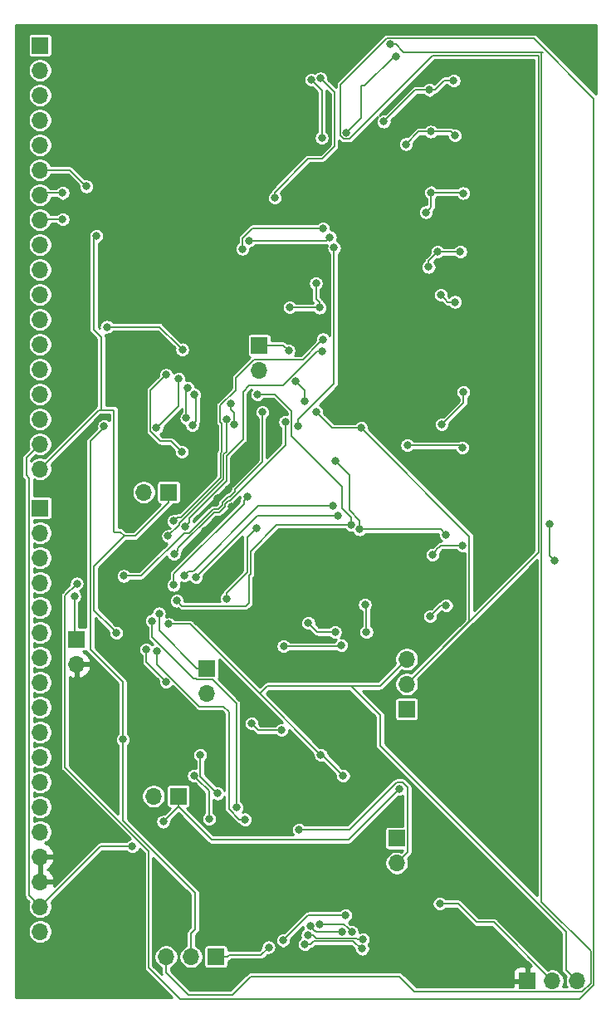
<source format=gbr>
G04 #@! TF.GenerationSoftware,KiCad,Pcbnew,(5.1.5-0-10_14)*
G04 #@! TF.CreationDate,2021-03-08T16:24:22-08:00*
G04 #@! TF.ProjectId,strive_pcb_rev2,73747269-7665-45f7-9063-625f72657632,rev?*
G04 #@! TF.SameCoordinates,Original*
G04 #@! TF.FileFunction,Copper,L2,Bot*
G04 #@! TF.FilePolarity,Positive*
%FSLAX46Y46*%
G04 Gerber Fmt 4.6, Leading zero omitted, Abs format (unit mm)*
G04 Created by KiCad (PCBNEW (5.1.5-0-10_14)) date 2021-03-08 16:24:22*
%MOMM*%
%LPD*%
G04 APERTURE LIST*
%ADD10O,1.700000X1.700000*%
%ADD11R,1.700000X1.700000*%
%ADD12C,0.800000*%
%ADD13C,0.203200*%
%ADD14C,0.152400*%
%ADD15C,0.254000*%
G04 APERTURE END LIST*
D10*
X148742400Y-137363200D03*
X151282400Y-137363200D03*
D11*
X153822400Y-137363200D03*
D10*
X139598400Y-107543600D03*
D11*
X139598400Y-105003600D03*
D10*
X172262800Y-127812800D03*
D11*
X172262800Y-125272800D03*
D10*
X152908000Y-110540800D03*
D11*
X152908000Y-108000800D03*
D10*
X173278800Y-107035600D03*
X173278800Y-109575600D03*
D11*
X173278800Y-112115600D03*
D10*
X190665100Y-139827000D03*
X188125100Y-139827000D03*
D11*
X185585100Y-139827000D03*
D10*
X135890000Y-87630000D03*
X135890000Y-85090000D03*
X135890000Y-82550000D03*
X135890000Y-80010000D03*
X135890000Y-77470000D03*
X135890000Y-74930000D03*
X135890000Y-72390000D03*
X135890000Y-69850000D03*
X135890000Y-67310000D03*
X135890000Y-64770000D03*
X135890000Y-62230000D03*
X135890000Y-59690000D03*
X135890000Y-57150000D03*
X135890000Y-54610000D03*
X135890000Y-52070000D03*
X135890000Y-49530000D03*
X135890000Y-46990000D03*
D11*
X135890000Y-44450000D03*
D10*
X147460000Y-121000000D03*
D11*
X150000000Y-121000000D03*
D10*
X135900210Y-134788463D03*
X135900210Y-132248463D03*
X135900210Y-129708463D03*
X135900210Y-127168463D03*
X135900210Y-124628463D03*
X135900210Y-122088463D03*
X135900210Y-119548463D03*
X135900210Y-117008463D03*
X135900210Y-114468463D03*
X135900210Y-111928463D03*
X135900210Y-109388463D03*
X135900210Y-106848463D03*
X135900210Y-104308463D03*
X135900210Y-101768463D03*
X135900210Y-99228463D03*
X135900210Y-96688463D03*
X135900210Y-94148463D03*
D11*
X135900210Y-91608463D03*
D10*
X146460000Y-90000000D03*
D11*
X149000000Y-90000000D03*
D10*
X158242000Y-77571600D03*
D11*
X158242000Y-75031600D03*
D12*
X153619200Y-139395200D03*
X162331400Y-102641400D03*
X155575000Y-104597200D03*
X166293800Y-114122200D03*
X167000000Y-110900000D03*
X162026600Y-112217200D03*
X145796000Y-119608600D03*
X145846800Y-122021600D03*
X142900000Y-128100000D03*
X154203400Y-132181600D03*
X170103800Y-130352800D03*
X159816800Y-48006000D03*
X151028400Y-43332400D03*
X170637200Y-76581000D03*
X157840249Y-65579880D03*
X165989000Y-61899800D03*
X168645580Y-98312980D03*
X178841400Y-100330000D03*
X144957800Y-93599000D03*
X184400000Y-86000000D03*
X184200000Y-79900000D03*
X184400000Y-74200000D03*
X184200000Y-68200000D03*
X154178000Y-69951600D03*
X147320000Y-58216800D03*
X148751690Y-62220710D03*
X148361400Y-67894200D03*
X171653200Y-43027600D03*
X167309800Y-73812400D03*
X158191200Y-135940800D03*
X152704800Y-93929200D03*
X155076385Y-89708951D03*
X183845200Y-136779000D03*
X146532600Y-56032400D03*
X144805400Y-90728800D03*
X147066000Y-98831400D03*
X158813500Y-80848200D03*
X157677340Y-84689460D03*
X153700000Y-104500000D03*
X155400000Y-91500000D03*
X154012863Y-90636943D03*
X161000000Y-133200000D03*
X141650000Y-63875000D03*
X164375000Y-71200000D03*
X164025000Y-68725000D03*
X161350000Y-71175000D03*
X149525000Y-99475000D03*
X164525000Y-116775000D03*
X166800000Y-118925000D03*
X149022528Y-103452472D03*
X143684838Y-104342386D03*
X157073600Y-90474800D03*
X144325000Y-115225000D03*
X142425000Y-83250000D03*
X157475000Y-113575000D03*
X160500000Y-114275000D03*
X148450000Y-123600000D03*
X145300000Y-126100000D03*
X172567600Y-120243600D03*
X165975000Y-104250000D03*
X163250000Y-103350000D03*
X169175000Y-104275000D03*
X169026750Y-101448250D03*
X160725000Y-105725000D03*
X154933846Y-100848054D03*
X157993763Y-93678763D03*
X166629010Y-105600000D03*
X167150000Y-53350000D03*
X172200000Y-45600000D03*
X175600000Y-49000000D03*
X178075000Y-48025000D03*
X170950000Y-52225000D03*
X175725000Y-53250000D03*
X178200000Y-53650000D03*
X173225000Y-54525000D03*
X175775000Y-59450000D03*
X179025000Y-59525000D03*
X175243167Y-61475850D03*
X178750000Y-65500000D03*
X176438232Y-65500000D03*
X175522969Y-67050000D03*
X178200000Y-70619220D03*
X176762287Y-69897806D03*
X151409073Y-83195871D03*
X140600923Y-58832727D03*
X151630985Y-80079225D03*
X176850000Y-83075000D03*
X179075000Y-79800000D03*
X150809977Y-82455485D03*
X150962613Y-79374498D03*
X138200000Y-59500000D03*
X173350000Y-85225000D03*
X178950000Y-85450000D03*
X138200000Y-62175000D03*
X150031995Y-78468005D03*
X147767529Y-83457738D03*
X148750000Y-78050000D03*
X150350000Y-85900000D03*
X187900000Y-93250000D03*
X188325000Y-97000000D03*
X175900000Y-96400000D03*
X179000000Y-95450000D03*
X175675000Y-102650000D03*
X177300000Y-101550000D03*
X160675000Y-135700000D03*
X167050000Y-133125000D03*
X142700000Y-73150000D03*
X166000000Y-86825000D03*
X168500000Y-93800000D03*
X177275000Y-94325000D03*
X150402471Y-75447529D03*
X168750000Y-136550000D03*
X162900000Y-136100000D03*
X163178947Y-135146390D03*
X168825873Y-135600615D03*
X166715336Y-134841579D03*
X163442708Y-134231230D03*
X164400000Y-134044156D03*
X167667749Y-134841579D03*
X164500000Y-47825000D03*
X159825000Y-60000000D03*
X164625000Y-53875000D03*
X163559626Y-47975943D03*
X149850000Y-101075000D03*
X167600000Y-93350000D03*
X158070799Y-80041501D03*
X144416844Y-98547146D03*
X158559500Y-81851500D03*
X149550000Y-96325000D03*
X160897005Y-82863382D03*
X162227950Y-83272050D03*
X165883910Y-65104181D03*
X157209017Y-64354010D03*
X155371800Y-81000600D03*
X155689300Y-83083400D03*
X165455600Y-64008000D03*
X156535742Y-65198337D03*
X164744400Y-63093600D03*
X166248000Y-92402000D03*
X151809011Y-98652470D03*
X165748000Y-91398000D03*
X150600000Y-98500000D03*
X148950000Y-94475000D03*
X154899424Y-82551251D03*
X164750000Y-74425000D03*
X149496102Y-92953104D03*
X164700000Y-75625000D03*
X150706067Y-93493933D03*
X153125000Y-123325000D03*
X146709236Y-106031829D03*
X151582775Y-118917225D03*
X148722705Y-109327295D03*
X156800000Y-123375000D03*
X147815305Y-106184695D03*
X147300000Y-103125000D03*
X155910280Y-122161975D03*
X152228112Y-116793777D03*
X153991872Y-120719570D03*
X171600000Y-44350000D03*
X159207200Y-136398000D03*
X176655990Y-131944010D03*
X148031200Y-102362000D03*
X162306000Y-124409200D03*
X139395200Y-100634800D03*
X161239200Y-75590400D03*
X168656000Y-83464400D03*
X164084000Y-81838800D03*
X162915600Y-80721200D03*
X161980145Y-78668145D03*
X139649200Y-99314000D03*
D13*
X162331400Y-102641400D02*
X160375600Y-104597200D01*
X160375600Y-104597200D02*
X155575000Y-104597200D01*
X157677340Y-87107996D02*
X155476384Y-89308952D01*
X157677340Y-84544577D02*
X157677340Y-84689460D01*
X155476384Y-89308952D02*
X155076385Y-89708951D01*
X157677340Y-84689460D02*
X157677340Y-87107996D01*
X155477800Y-104500000D02*
X155575000Y-104597200D01*
X153700000Y-104500000D02*
X155477800Y-104500000D01*
X153370799Y-93529201D02*
X155400000Y-91500000D01*
X153104799Y-93529201D02*
X153370799Y-93529201D01*
X152704800Y-93929200D02*
X153104799Y-93529201D01*
X155076385Y-89708951D02*
X154148393Y-90636943D01*
X154148393Y-90636943D02*
X154012863Y-90636943D01*
X145578200Y-94475000D02*
X144475000Y-94475000D01*
X149000000Y-90000000D02*
X149000000Y-91053200D01*
X149000000Y-91053200D02*
X145578200Y-94475000D01*
X141895000Y-81625000D02*
X135890000Y-87630000D01*
X143450000Y-94050000D02*
X143450000Y-81625000D01*
X143475001Y-94075001D02*
X143450000Y-94050000D01*
X144475000Y-94475000D02*
X144075001Y-94075001D01*
X144075001Y-94075001D02*
X143475001Y-94075001D01*
X142125000Y-81625000D02*
X142125000Y-74625000D01*
X143450000Y-81625000D02*
X142125000Y-81625000D01*
X142125000Y-81625000D02*
X141895000Y-81625000D01*
X142125000Y-74625000D02*
X142125000Y-74175000D01*
X142125000Y-74175000D02*
X141375000Y-73425000D01*
X141375000Y-64150000D02*
X141650000Y-63875000D01*
X141375000Y-73425000D02*
X141375000Y-64150000D01*
X164375000Y-70634315D02*
X164025000Y-70284315D01*
X164375000Y-71200000D02*
X164375000Y-70634315D01*
X164025000Y-70284315D02*
X164025000Y-68725000D01*
X164375000Y-71200000D02*
X161375000Y-71200000D01*
X161375000Y-71200000D02*
X161350000Y-71175000D01*
X164650000Y-116775000D02*
X164525000Y-116775000D01*
X166800000Y-118925000D02*
X164650000Y-116775000D01*
X149588213Y-103452472D02*
X149022528Y-103452472D01*
X151202472Y-103452472D02*
X149588213Y-103452472D01*
X189561099Y-138722999D02*
X189561099Y-134798699D01*
X190665100Y-139827000D02*
X189561099Y-138722999D01*
X189561099Y-134798699D02*
X170586400Y-115824000D01*
X170586400Y-115824000D02*
X170586400Y-112737900D01*
X170586400Y-112737900D02*
X167601900Y-109753400D01*
X159080200Y-109753400D02*
X158291800Y-110541800D01*
X167601900Y-109753400D02*
X159080200Y-109753400D01*
X164525000Y-116775000D02*
X158291800Y-110541800D01*
X158291800Y-110541800D02*
X151202472Y-103452472D01*
X141376411Y-102033959D02*
X143284839Y-103942387D01*
X143284839Y-103942387D02*
X143684838Y-104342386D01*
X144475000Y-94475000D02*
X141376411Y-97573589D01*
X141376411Y-97573589D02*
X141376411Y-102033959D01*
X170561000Y-109753400D02*
X173278800Y-107035600D01*
X167601900Y-109753400D02*
X170561000Y-109753400D01*
X156673601Y-90874799D02*
X157073600Y-90474800D01*
X149525000Y-98335085D02*
X156673601Y-91186484D01*
X149525000Y-99475000D02*
X149525000Y-98335085D01*
X156673601Y-91186484D02*
X156673601Y-90874799D01*
X142425000Y-83400000D02*
X142425000Y-83250000D01*
X144325000Y-109350000D02*
X141020800Y-106045800D01*
X141020800Y-106045800D02*
X141020800Y-84804200D01*
X144325000Y-115225000D02*
X144325000Y-109350000D01*
X141020800Y-84804200D02*
X142425000Y-83400000D01*
X151700000Y-134558000D02*
X151282400Y-134975600D01*
X151282400Y-134975600D02*
X151282400Y-137363200D01*
X144325000Y-123482076D02*
X151700000Y-130857076D01*
X151700000Y-130857076D02*
X151700000Y-134558000D01*
X144325000Y-115225000D02*
X144325000Y-123482076D01*
X157475000Y-113575000D02*
X158175000Y-114275000D01*
X158175000Y-114275000D02*
X160500000Y-114275000D01*
X150000000Y-122050000D02*
X150000000Y-121000000D01*
X148450000Y-123600000D02*
X150000000Y-122050000D01*
X134785999Y-131134252D02*
X135050211Y-131398464D01*
X135050211Y-131398464D02*
X135900210Y-132248463D01*
X134785999Y-88589317D02*
X134785999Y-131134252D01*
X134481188Y-86498812D02*
X134481188Y-88284506D01*
X135890000Y-85090000D02*
X134481188Y-86498812D01*
X134481188Y-88284506D02*
X134785999Y-88589317D01*
X142048673Y-126100000D02*
X135900210Y-132248463D01*
X145300000Y-126100000D02*
X142048673Y-126100000D01*
X150000000Y-122053200D02*
X153372000Y-125425200D01*
X150000000Y-121000000D02*
X150000000Y-122053200D01*
X167386000Y-125425200D02*
X172567600Y-120243600D01*
X153372000Y-125425200D02*
X167386000Y-125425200D01*
X165975000Y-104250000D02*
X164150000Y-104250000D01*
X164150000Y-104250000D02*
X163250000Y-103350000D01*
X169175000Y-104275000D02*
X169175000Y-101596500D01*
X169175000Y-101596500D02*
X169026750Y-101448250D01*
X154933846Y-100282369D02*
X157025000Y-98191215D01*
X154933846Y-100848054D02*
X154933846Y-100282369D01*
X157025000Y-98191215D02*
X157025000Y-94647526D01*
X157025000Y-94647526D02*
X157993763Y-93678763D01*
X166504010Y-105725000D02*
X166629010Y-105600000D01*
X160725000Y-105725000D02*
X166504010Y-105725000D01*
D14*
X168675000Y-51825000D02*
X168675000Y-48587075D01*
X167150000Y-53350000D02*
X168675000Y-51825000D01*
X168675000Y-48587075D02*
X169012925Y-48587075D01*
X169012925Y-48587075D02*
X172000000Y-45600000D01*
X172000000Y-45600000D02*
X172200000Y-45600000D01*
X176165685Y-49000000D02*
X177140685Y-48025000D01*
X175600000Y-49000000D02*
X176165685Y-49000000D01*
X177140685Y-48025000D02*
X178075000Y-48025000D01*
X174175000Y-49000000D02*
X175600000Y-49000000D01*
X170950000Y-52225000D02*
X174175000Y-49000000D01*
X175725000Y-53250000D02*
X177800000Y-53250000D01*
X177800000Y-53250000D02*
X178200000Y-53650000D01*
X174500000Y-53250000D02*
X175725000Y-53250000D01*
X173225000Y-54525000D02*
X174500000Y-53250000D01*
X175775000Y-59450000D02*
X178950000Y-59450000D01*
X178950000Y-59450000D02*
X179025000Y-59525000D01*
X175775000Y-59450000D02*
X175775000Y-60944017D01*
X175775000Y-60944017D02*
X175643166Y-61075851D01*
X175643166Y-61075851D02*
X175243167Y-61475850D01*
X178750000Y-65500000D02*
X176438232Y-65500000D01*
X175522969Y-66415263D02*
X175522969Y-66484315D01*
X175522969Y-66484315D02*
X175522969Y-67050000D01*
X176438232Y-65500000D02*
X175522969Y-66415263D01*
X178200000Y-70619220D02*
X177483701Y-70619220D01*
X177162286Y-70297805D02*
X176762287Y-69897806D01*
X177483701Y-70619220D02*
X177162286Y-70297805D01*
X138918196Y-57150000D02*
X140200924Y-58432728D01*
X140200924Y-58432728D02*
X140600923Y-58832727D01*
X135890000Y-57150000D02*
X138918196Y-57150000D01*
X151809072Y-82795872D02*
X151809072Y-80257312D01*
X151809072Y-80257312D02*
X151630985Y-80079225D01*
X151409073Y-83195871D02*
X151809072Y-82795872D01*
X177249999Y-82675001D02*
X177299999Y-82675001D01*
X176850000Y-83075000D02*
X177249999Y-82675001D01*
X177299999Y-82675001D02*
X179075000Y-80900000D01*
X179075000Y-80900000D02*
X179075000Y-79800000D01*
X150809977Y-79527134D02*
X150962613Y-79374498D01*
X150809977Y-82455485D02*
X150809977Y-79527134D01*
X136080000Y-59500000D02*
X135890000Y-59690000D01*
X138200000Y-59500000D02*
X136080000Y-59500000D01*
X173350000Y-85225000D02*
X178725000Y-85225000D01*
X178725000Y-85225000D02*
X178950000Y-85450000D01*
X135945000Y-62175000D02*
X135890000Y-62230000D01*
X138200000Y-62175000D02*
X135945000Y-62175000D01*
X150031995Y-78468005D02*
X150031995Y-81193272D01*
X150031995Y-81193272D02*
X148167528Y-83057739D01*
X148167528Y-83057739D02*
X147767529Y-83457738D01*
X148350001Y-78449999D02*
X148750000Y-78050000D01*
X147138927Y-83759468D02*
X147138927Y-79661073D01*
X148179459Y-84800000D02*
X147138927Y-83759468D01*
X147138927Y-79661073D02*
X148350001Y-78449999D01*
X148179459Y-84800000D02*
X149250000Y-84800000D01*
X149250000Y-84800000D02*
X150350000Y-85900000D01*
X187900000Y-93815685D02*
X187825000Y-93890685D01*
X187900000Y-93250000D02*
X187900000Y-93815685D01*
X187825000Y-93890685D02*
X187825000Y-96500000D01*
X187825000Y-96500000D02*
X188325000Y-97000000D01*
X176299999Y-96000001D02*
X176299999Y-95900001D01*
X175900000Y-96400000D02*
X176299999Y-96000001D01*
X176299999Y-95900001D02*
X176750000Y-95450000D01*
X176750000Y-95450000D02*
X179000000Y-95450000D01*
X175675000Y-102650000D02*
X176775000Y-101550000D01*
X176775000Y-101550000D02*
X177300000Y-101550000D01*
X160675000Y-135700000D02*
X163250000Y-133125000D01*
X163250000Y-133125000D02*
X167050000Y-133125000D01*
X166000000Y-86825000D02*
X167425000Y-88250000D01*
X167425000Y-88250000D02*
X167425000Y-91825000D01*
X167425000Y-91825000D02*
X168500000Y-92900000D01*
X168500000Y-92900000D02*
X168500000Y-93800000D01*
X168500000Y-93800000D02*
X176750000Y-93800000D01*
X176750000Y-93800000D02*
X177275000Y-94325000D01*
X148104942Y-73150000D02*
X150002472Y-75047530D01*
X150002472Y-75047530D02*
X150402471Y-75447529D01*
X142700000Y-73150000D02*
X148104942Y-73150000D01*
X167824999Y-135774999D02*
X168600000Y-136550000D01*
X168600000Y-136550000D02*
X168750000Y-136550000D01*
X163790686Y-135774999D02*
X163925001Y-135774999D01*
X163465685Y-136100000D02*
X163790686Y-135774999D01*
X162900000Y-136100000D02*
X163465685Y-136100000D01*
X163925001Y-135774999D02*
X167824999Y-135774999D01*
X168129762Y-135470189D02*
X168260188Y-135600615D01*
X168260188Y-135600615D02*
X168825873Y-135600615D01*
X163178947Y-135146390D02*
X163744632Y-135146390D01*
X164068431Y-135470189D02*
X168129762Y-135470189D01*
X163744632Y-135146390D02*
X164068431Y-135470189D01*
X164053057Y-134841579D02*
X163842707Y-134631229D01*
X166715336Y-134841579D02*
X164053057Y-134841579D01*
X163842707Y-134631229D02*
X163442708Y-134231230D01*
X166870326Y-134044156D02*
X167267750Y-134441580D01*
X167267750Y-134441580D02*
X167667749Y-134841579D01*
X164400000Y-134044156D02*
X166870326Y-134044156D01*
X164525000Y-47825000D02*
X164500000Y-47825000D01*
X165925000Y-49225000D02*
X164525000Y-47825000D01*
X165925000Y-54725000D02*
X165925000Y-49225000D01*
X164650000Y-56000000D02*
X165925000Y-54725000D01*
X163259315Y-56000000D02*
X164650000Y-56000000D01*
X159825000Y-60000000D02*
X159825000Y-59434315D01*
X159825000Y-59434315D02*
X163259315Y-56000000D01*
X163959625Y-48375942D02*
X163559626Y-47975943D01*
X164625000Y-53875000D02*
X164625000Y-49041317D01*
X164625000Y-49041317D02*
X163959625Y-48375942D01*
X149850000Y-101075000D02*
X150381881Y-101606881D01*
X157355211Y-98327992D02*
X157355211Y-96019789D01*
X150381881Y-101606881D02*
X156872828Y-101606881D01*
X160025000Y-93350000D02*
X167034315Y-93350000D01*
X167034315Y-93350000D02*
X167600000Y-93350000D01*
X157355211Y-96019789D02*
X160025000Y-93350000D01*
X157199700Y-98483503D02*
X157355211Y-98327992D01*
X157199700Y-101280009D02*
X157199700Y-98483503D01*
X156872828Y-101606881D02*
X157199700Y-101280009D01*
X158070799Y-80041501D02*
X157769295Y-80041501D01*
X167600000Y-92550000D02*
X166700000Y-91650000D01*
X166700000Y-91650000D02*
X166700000Y-89450000D01*
X166700000Y-89450000D02*
X161525606Y-84275606D01*
X161525606Y-84275606D02*
X161525606Y-81750606D01*
X158636484Y-80041501D02*
X158070799Y-80041501D01*
X161525606Y-81750606D02*
X159816501Y-80041501D01*
X167600000Y-93350000D02*
X167600000Y-92550000D01*
X159816501Y-80041501D02*
X158636484Y-80041501D01*
X155095252Y-90443349D02*
X155270854Y-90443349D01*
X155787977Y-89926226D02*
X155787977Y-89687411D01*
X158559500Y-86915888D02*
X158559500Y-82417185D01*
X154466587Y-91319743D02*
X154466587Y-91072014D01*
X150577465Y-94147535D02*
X151107797Y-94147535D01*
X158559500Y-82417185D02*
X158559500Y-81851500D01*
X154466587Y-91072014D02*
X155095252Y-90443349D01*
X151107797Y-94147535D02*
X153529545Y-91725787D01*
X154060543Y-91725787D02*
X154466587Y-91319743D01*
X155270854Y-90443349D02*
X155787977Y-89926226D01*
X155787977Y-89687411D02*
X158559500Y-86915888D01*
X146177854Y-98547146D02*
X150577465Y-94147535D01*
X153529545Y-91725787D02*
X154060543Y-91725787D01*
X144416844Y-98547146D02*
X146177854Y-98547146D01*
X149949999Y-95753671D02*
X149949999Y-95925001D01*
X154186799Y-92030598D02*
X153673072Y-92030598D01*
X154771398Y-91445999D02*
X154186799Y-92030598D01*
X149949999Y-95925001D02*
X149550000Y-96325000D01*
X155273872Y-90871398D02*
X155098270Y-90871398D01*
X160897005Y-85248265D02*
X155273872Y-90871398D01*
X160897005Y-82863382D02*
X160897005Y-85248265D01*
X154771398Y-91198270D02*
X154771398Y-91445999D01*
X155098270Y-90871398D02*
X154771398Y-91198270D01*
X153673072Y-92030598D02*
X149949999Y-95753671D01*
X162175000Y-83325000D02*
X162227950Y-83272050D01*
X162227950Y-82628050D02*
X165883910Y-78972090D01*
X162227950Y-83272050D02*
X162227950Y-82628050D01*
X165883910Y-65669866D02*
X165883910Y-65104181D01*
X165883910Y-78972090D02*
X165883910Y-65669866D01*
X155371800Y-81566285D02*
X155689300Y-81883785D01*
X155371800Y-81000600D02*
X155371800Y-81566285D01*
X155689300Y-81883785D02*
X155689300Y-83083400D01*
X157209017Y-64354010D02*
X165109590Y-64354010D01*
X165109590Y-64354010D02*
X165455600Y-64008000D01*
X164178715Y-63093600D02*
X164744400Y-63093600D01*
X156535742Y-64098524D02*
X157540666Y-63093600D01*
X156535742Y-65198337D02*
X156535742Y-64098524D01*
X157540666Y-63093600D02*
X164178715Y-63093600D01*
X166248000Y-92402000D02*
X158059481Y-92402000D01*
X158059481Y-92402000D02*
X152209010Y-98252471D01*
X152209010Y-98252471D02*
X151809011Y-98652470D01*
X165748000Y-91398000D02*
X158165004Y-91398000D01*
X151463003Y-98100001D02*
X151581502Y-97981502D01*
X150999999Y-98100001D02*
X151463003Y-98100001D01*
X150600000Y-98500000D02*
X150999999Y-98100001D01*
X158165004Y-91398000D02*
X151581502Y-97981502D01*
X150077465Y-93347535D02*
X150077465Y-93192203D01*
X154899424Y-85858753D02*
X154899424Y-83116936D01*
X148950000Y-94475000D02*
X150077465Y-93347535D01*
X154609778Y-88659890D02*
X154609778Y-86148399D01*
X154609778Y-86148399D02*
X154899424Y-85858753D01*
X154899424Y-83116936D02*
X154899424Y-82551251D01*
X150077465Y-93192203D02*
X154609778Y-88659890D01*
X157724271Y-76492999D02*
X162682001Y-76492999D01*
X155855211Y-78362059D02*
X157724271Y-76492999D01*
X150277225Y-92553105D02*
X154304967Y-88525363D01*
X154304967Y-86022143D02*
X154417389Y-85909721D01*
X154304967Y-88525363D02*
X154304967Y-86022143D01*
X164350001Y-74824999D02*
X164750000Y-74425000D01*
X162682001Y-76492999D02*
X164350001Y-74824999D01*
X154417389Y-85909721D02*
X154417389Y-82999546D01*
X154270823Y-82852980D02*
X154270823Y-81171247D01*
X149896101Y-92553105D02*
X150277225Y-92553105D01*
X155855211Y-79586859D02*
X155855211Y-78362059D01*
X149496102Y-92953104D02*
X149896101Y-92553105D01*
X154270823Y-81171247D02*
X155855211Y-79586859D01*
X154417389Y-82999546D02*
X154270823Y-82852980D01*
X156575000Y-79776202D02*
X156575000Y-84614244D01*
X156575000Y-84614244D02*
X154914589Y-86274655D01*
X154914589Y-88834745D02*
X151106066Y-92643268D01*
X151106066Y-93093934D02*
X150706067Y-93493933D01*
X151106066Y-92643268D02*
X151106066Y-93093934D01*
X160658714Y-79100601D02*
X157250601Y-79100601D01*
X157250601Y-79100601D02*
X156575000Y-79776202D01*
X164134315Y-75625000D02*
X160658714Y-79100601D01*
X164700000Y-75625000D02*
X164134315Y-75625000D01*
X154914589Y-86274655D02*
X154914589Y-88834745D01*
X153125000Y-123325000D02*
X153125000Y-120459451D01*
X151982774Y-119317225D02*
X153125000Y-120459451D01*
X151582775Y-118917225D02*
X151982774Y-119317225D01*
X146709236Y-106031829D02*
X146709236Y-107313826D01*
X146709236Y-107313826D02*
X148322706Y-108927296D01*
X148322706Y-108927296D02*
X148722705Y-109327295D01*
X156234315Y-123375000D02*
X155159315Y-122300000D01*
X155159315Y-112409315D02*
X154611600Y-111861600D01*
X154611600Y-111861600D02*
X152146000Y-111861600D01*
X155159315Y-122300000D02*
X155159315Y-112409315D01*
X147815305Y-106750380D02*
X147815305Y-106184695D01*
X147815305Y-107530905D02*
X147815305Y-106750380D01*
X156800000Y-123375000D02*
X156234315Y-123375000D01*
X152146000Y-111861600D02*
X147815305Y-107530905D01*
X155910280Y-121596290D02*
X155910280Y-122161975D01*
X153473998Y-109079401D02*
X155910280Y-111515683D01*
X151875119Y-109079401D02*
X153473998Y-109079401D01*
X151553281Y-109033681D02*
X151829399Y-109033681D01*
X155910280Y-111515683D02*
X155910280Y-121596290D01*
X151829399Y-109033681D02*
X151875119Y-109079401D01*
X147300000Y-103125000D02*
X147300000Y-104780400D01*
X147300000Y-104780400D02*
X151553281Y-109033681D01*
X153591873Y-120319571D02*
X153991872Y-120719570D01*
X152228112Y-116793777D02*
X152228112Y-118955810D01*
X152228112Y-118955810D02*
X153591873Y-120319571D01*
D13*
X155475000Y-141275000D02*
X151037340Y-141275000D01*
X157369522Y-139380478D02*
X155475000Y-141275000D01*
X174078001Y-140931001D02*
X172527478Y-139380478D01*
X191195021Y-140931001D02*
X174078001Y-140931001D01*
X192049400Y-136784091D02*
X192049400Y-140076622D01*
X171600000Y-44350000D02*
X172165685Y-44350000D01*
X187050000Y-45275000D02*
X187050000Y-131784691D01*
X151037340Y-141275000D02*
X148742400Y-138980060D01*
X187175000Y-45150000D02*
X187050000Y-45275000D01*
X172527478Y-139380478D02*
X157369522Y-139380478D01*
X187050000Y-131784691D02*
X192049400Y-136784091D01*
X148742400Y-138980060D02*
X148742400Y-137363200D01*
X172165685Y-44350000D02*
X172965685Y-45150000D01*
X172965685Y-45150000D02*
X187175000Y-45150000D01*
X192049400Y-140076622D02*
X191195021Y-140931001D01*
X154875600Y-137363200D02*
X153822400Y-137363200D01*
X155019560Y-137363200D02*
X154875600Y-137363200D01*
X155210210Y-137172550D02*
X155019560Y-137363200D01*
X158432650Y-137172550D02*
X155210210Y-137172550D01*
X159207200Y-136398000D02*
X158432650Y-137172550D01*
X188125100Y-139827000D02*
X182143400Y-133845300D01*
X182143400Y-133845300D02*
X180445300Y-133845300D01*
X178544010Y-131944010D02*
X176655990Y-131944010D01*
X180445300Y-133845300D02*
X178544010Y-131944010D01*
D14*
X148031200Y-104126400D02*
X148031200Y-102362000D01*
X151905600Y-108000800D02*
X148031200Y-104126400D01*
X152908000Y-108000800D02*
X151905600Y-108000800D01*
D13*
X173112799Y-126962801D02*
X172262800Y-127812800D01*
X173366801Y-126708799D02*
X173112799Y-126962801D01*
X173366801Y-120074879D02*
X173366801Y-126708799D01*
X172881521Y-119589599D02*
X173366801Y-120074879D01*
X172253679Y-119589599D02*
X172881521Y-119589599D01*
X167434078Y-124409200D02*
X172253679Y-119589599D01*
X162306000Y-124409200D02*
X167434078Y-124409200D01*
D14*
X139395200Y-104444800D02*
X139700000Y-104749600D01*
X139395200Y-100634800D02*
X139395200Y-104444800D01*
X160680400Y-75031600D02*
X161239200Y-75590400D01*
X158242000Y-75031600D02*
X160680400Y-75031600D01*
X165709600Y-83464400D02*
X164084000Y-81838800D01*
X168656000Y-83464400D02*
X165709600Y-83464400D01*
X162915600Y-79603600D02*
X161980145Y-78668145D01*
X162915600Y-80721200D02*
X162915600Y-79603600D01*
D13*
X173278800Y-109575600D02*
X179679600Y-103174800D01*
X169055999Y-83864399D02*
X168656000Y-83464400D01*
X179679600Y-94488000D02*
X169055999Y-83864399D01*
X179679600Y-103174800D02*
X179679600Y-94488000D01*
D14*
X146964400Y-126588462D02*
X138430000Y-118054062D01*
X150147308Y-141663098D02*
X146964400Y-138480190D01*
X146964400Y-138480190D02*
X146964400Y-126588462D01*
X175950120Y-45480210D02*
X167451729Y-53978601D01*
X166521399Y-53651729D02*
X166521399Y-48498271D01*
X186213386Y-43721399D02*
X192379610Y-49887623D01*
X171298271Y-43721399D02*
X186213386Y-43721399D01*
X186719790Y-45480210D02*
X175950120Y-45480210D01*
X192379610Y-49887623D02*
X192379610Y-140213399D01*
X192379610Y-140213399D02*
X190929911Y-141663098D01*
X166521399Y-48498271D02*
X171298271Y-43721399D01*
X190929911Y-141663098D02*
X150147308Y-141663098D01*
X166848271Y-53978601D02*
X166521399Y-53651729D01*
X173278800Y-109575600D02*
X186719790Y-96134610D01*
X167451729Y-53978601D02*
X166848271Y-53978601D01*
X186719790Y-96134610D02*
X186719790Y-45480210D01*
X138430000Y-100533200D02*
X139649200Y-99314000D01*
X138430000Y-118054062D02*
X138430000Y-100533200D01*
D15*
G36*
X192559000Y-42410928D02*
G01*
X192559000Y-49420434D01*
X186552560Y-43413996D01*
X186538239Y-43396546D01*
X186468622Y-43339412D01*
X186389195Y-43296958D01*
X186303013Y-43270814D01*
X186235846Y-43264199D01*
X186235836Y-43264199D01*
X186213386Y-43261988D01*
X186190936Y-43264199D01*
X171320720Y-43264199D01*
X171298270Y-43261988D01*
X171275820Y-43264199D01*
X171275811Y-43264199D01*
X171208644Y-43270814D01*
X171122462Y-43296958D01*
X171043035Y-43339412D01*
X170973418Y-43396546D01*
X170959101Y-43413991D01*
X166213992Y-48159101D01*
X166196547Y-48173418D01*
X166182230Y-48190863D01*
X166182229Y-48190864D01*
X166139412Y-48243036D01*
X166104749Y-48307887D01*
X166096959Y-48322462D01*
X166080736Y-48375942D01*
X166070815Y-48408645D01*
X166061988Y-48498271D01*
X166064200Y-48520731D01*
X166064200Y-48717622D01*
X165275608Y-47929031D01*
X165281000Y-47901922D01*
X165281000Y-47748078D01*
X165250987Y-47597191D01*
X165192113Y-47455058D01*
X165106642Y-47327141D01*
X164997859Y-47218358D01*
X164869942Y-47132887D01*
X164727809Y-47074013D01*
X164576922Y-47044000D01*
X164423078Y-47044000D01*
X164272191Y-47074013D01*
X164130058Y-47132887D01*
X164002141Y-47218358D01*
X163933825Y-47286674D01*
X163929568Y-47283830D01*
X163787435Y-47224956D01*
X163636548Y-47194943D01*
X163482704Y-47194943D01*
X163331817Y-47224956D01*
X163189684Y-47283830D01*
X163061767Y-47369301D01*
X162952984Y-47478084D01*
X162867513Y-47606001D01*
X162808639Y-47748134D01*
X162778626Y-47899021D01*
X162778626Y-48052865D01*
X162808639Y-48203752D01*
X162867513Y-48345885D01*
X162952984Y-48473802D01*
X163061767Y-48582585D01*
X163189684Y-48668056D01*
X163331817Y-48726930D01*
X163482704Y-48756943D01*
X163636548Y-48756943D01*
X163684509Y-48747403D01*
X164167801Y-49230696D01*
X164167800Y-53241191D01*
X164127141Y-53268358D01*
X164018358Y-53377141D01*
X163932887Y-53505058D01*
X163874013Y-53647191D01*
X163844000Y-53798078D01*
X163844000Y-53951922D01*
X163874013Y-54102809D01*
X163932887Y-54244942D01*
X164018358Y-54372859D01*
X164127141Y-54481642D01*
X164255058Y-54567113D01*
X164397191Y-54625987D01*
X164548078Y-54656000D01*
X164701922Y-54656000D01*
X164852809Y-54625987D01*
X164994942Y-54567113D01*
X165122859Y-54481642D01*
X165231642Y-54372859D01*
X165317113Y-54244942D01*
X165375987Y-54102809D01*
X165406000Y-53951922D01*
X165406000Y-53798078D01*
X165375987Y-53647191D01*
X165317113Y-53505058D01*
X165231642Y-53377141D01*
X165122859Y-53268358D01*
X165082200Y-53241191D01*
X165082200Y-49063766D01*
X165084411Y-49041316D01*
X165083283Y-49029860D01*
X165467801Y-49414379D01*
X165467800Y-54535622D01*
X164460623Y-55542800D01*
X163281765Y-55542800D01*
X163259315Y-55540589D01*
X163236865Y-55542800D01*
X163236855Y-55542800D01*
X163169688Y-55549415D01*
X163083506Y-55575559D01*
X163004079Y-55618013D01*
X162934462Y-55675147D01*
X162920145Y-55692592D01*
X159517593Y-59095145D01*
X159500148Y-59109462D01*
X159485831Y-59126907D01*
X159485830Y-59126908D01*
X159443013Y-59179080D01*
X159430405Y-59202669D01*
X159400560Y-59258506D01*
X159378590Y-59330931D01*
X159374416Y-59344689D01*
X159372615Y-59362973D01*
X159327141Y-59393358D01*
X159218358Y-59502141D01*
X159132887Y-59630058D01*
X159074013Y-59772191D01*
X159044000Y-59923078D01*
X159044000Y-60076922D01*
X159074013Y-60227809D01*
X159132887Y-60369942D01*
X159218358Y-60497859D01*
X159327141Y-60606642D01*
X159455058Y-60692113D01*
X159597191Y-60750987D01*
X159748078Y-60781000D01*
X159901922Y-60781000D01*
X160052809Y-60750987D01*
X160194942Y-60692113D01*
X160322859Y-60606642D01*
X160431642Y-60497859D01*
X160517113Y-60369942D01*
X160575987Y-60227809D01*
X160606000Y-60076922D01*
X160606000Y-59923078D01*
X160575987Y-59772191D01*
X160517113Y-59630058D01*
X160431642Y-59502141D01*
X160417697Y-59488196D01*
X163448693Y-56457200D01*
X164627550Y-56457200D01*
X164650000Y-56459411D01*
X164672450Y-56457200D01*
X164672460Y-56457200D01*
X164739627Y-56450585D01*
X164825809Y-56424441D01*
X164905236Y-56381987D01*
X164974853Y-56324853D01*
X164989174Y-56307403D01*
X166232409Y-55064169D01*
X166249853Y-55049853D01*
X166303561Y-54984411D01*
X166306987Y-54980237D01*
X166329678Y-54937783D01*
X166349441Y-54900809D01*
X166375585Y-54814627D01*
X166382200Y-54747460D01*
X166382200Y-54747451D01*
X166384411Y-54725001D01*
X166382200Y-54702551D01*
X166382200Y-54448078D01*
X172444000Y-54448078D01*
X172444000Y-54601922D01*
X172474013Y-54752809D01*
X172532887Y-54894942D01*
X172618358Y-55022859D01*
X172727141Y-55131642D01*
X172855058Y-55217113D01*
X172997191Y-55275987D01*
X173148078Y-55306000D01*
X173301922Y-55306000D01*
X173452809Y-55275987D01*
X173594942Y-55217113D01*
X173722859Y-55131642D01*
X173831642Y-55022859D01*
X173917113Y-54894942D01*
X173975987Y-54752809D01*
X174006000Y-54601922D01*
X174006000Y-54448078D01*
X173996460Y-54400117D01*
X174689378Y-53707200D01*
X175091191Y-53707200D01*
X175118358Y-53747859D01*
X175227141Y-53856642D01*
X175355058Y-53942113D01*
X175497191Y-54000987D01*
X175648078Y-54031000D01*
X175801922Y-54031000D01*
X175952809Y-54000987D01*
X176094942Y-53942113D01*
X176222859Y-53856642D01*
X176331642Y-53747859D01*
X176358809Y-53707200D01*
X177419000Y-53707200D01*
X177419000Y-53726922D01*
X177449013Y-53877809D01*
X177507887Y-54019942D01*
X177593358Y-54147859D01*
X177702141Y-54256642D01*
X177830058Y-54342113D01*
X177972191Y-54400987D01*
X178123078Y-54431000D01*
X178276922Y-54431000D01*
X178427809Y-54400987D01*
X178569942Y-54342113D01*
X178697859Y-54256642D01*
X178806642Y-54147859D01*
X178892113Y-54019942D01*
X178950987Y-53877809D01*
X178981000Y-53726922D01*
X178981000Y-53573078D01*
X178950987Y-53422191D01*
X178892113Y-53280058D01*
X178806642Y-53152141D01*
X178697859Y-53043358D01*
X178569942Y-52957887D01*
X178427809Y-52899013D01*
X178276922Y-52869000D01*
X178123078Y-52869000D01*
X178069439Y-52879669D01*
X178055236Y-52868013D01*
X177975809Y-52825559D01*
X177889627Y-52799415D01*
X177822460Y-52792800D01*
X177822450Y-52792800D01*
X177800000Y-52790589D01*
X177777550Y-52792800D01*
X176358809Y-52792800D01*
X176331642Y-52752141D01*
X176222859Y-52643358D01*
X176094942Y-52557887D01*
X175952809Y-52499013D01*
X175801922Y-52469000D01*
X175648078Y-52469000D01*
X175497191Y-52499013D01*
X175355058Y-52557887D01*
X175227141Y-52643358D01*
X175118358Y-52752141D01*
X175091191Y-52792800D01*
X174522449Y-52792800D01*
X174499999Y-52790589D01*
X174477549Y-52792800D01*
X174477540Y-52792800D01*
X174410373Y-52799415D01*
X174324191Y-52825559D01*
X174287217Y-52845322D01*
X174244763Y-52868013D01*
X174230087Y-52880058D01*
X174175147Y-52925147D01*
X174160830Y-52942592D01*
X173349883Y-53753540D01*
X173301922Y-53744000D01*
X173148078Y-53744000D01*
X172997191Y-53774013D01*
X172855058Y-53832887D01*
X172727141Y-53918358D01*
X172618358Y-54027141D01*
X172532887Y-54155058D01*
X172474013Y-54297191D01*
X172444000Y-54448078D01*
X166382200Y-54448078D01*
X166382200Y-54159108D01*
X166509101Y-54286009D01*
X166523418Y-54303454D01*
X166593035Y-54360588D01*
X166672462Y-54403042D01*
X166758644Y-54429186D01*
X166825811Y-54435801D01*
X166825821Y-54435801D01*
X166848271Y-54438012D01*
X166870721Y-54435801D01*
X167429279Y-54435801D01*
X167451729Y-54438012D01*
X167474179Y-54435801D01*
X167474189Y-54435801D01*
X167541356Y-54429186D01*
X167627538Y-54403042D01*
X167706965Y-54360588D01*
X167776582Y-54303454D01*
X167790903Y-54286004D01*
X170330454Y-51746453D01*
X170257887Y-51855058D01*
X170199013Y-51997191D01*
X170169000Y-52148078D01*
X170169000Y-52301922D01*
X170199013Y-52452809D01*
X170257887Y-52594942D01*
X170343358Y-52722859D01*
X170452141Y-52831642D01*
X170580058Y-52917113D01*
X170722191Y-52975987D01*
X170873078Y-53006000D01*
X171026922Y-53006000D01*
X171177809Y-52975987D01*
X171319942Y-52917113D01*
X171447859Y-52831642D01*
X171556642Y-52722859D01*
X171642113Y-52594942D01*
X171700987Y-52452809D01*
X171731000Y-52301922D01*
X171731000Y-52148078D01*
X171721460Y-52100117D01*
X174364379Y-49457200D01*
X174966191Y-49457200D01*
X174993358Y-49497859D01*
X175102141Y-49606642D01*
X175230058Y-49692113D01*
X175372191Y-49750987D01*
X175523078Y-49781000D01*
X175676922Y-49781000D01*
X175827809Y-49750987D01*
X175969942Y-49692113D01*
X176097859Y-49606642D01*
X176206642Y-49497859D01*
X176237026Y-49452386D01*
X176255312Y-49450585D01*
X176341494Y-49424441D01*
X176420921Y-49381987D01*
X176490538Y-49324853D01*
X176504859Y-49307403D01*
X177330063Y-48482200D01*
X177441191Y-48482200D01*
X177468358Y-48522859D01*
X177577141Y-48631642D01*
X177705058Y-48717113D01*
X177847191Y-48775987D01*
X177998078Y-48806000D01*
X178151922Y-48806000D01*
X178302809Y-48775987D01*
X178444942Y-48717113D01*
X178572859Y-48631642D01*
X178681642Y-48522859D01*
X178767113Y-48394942D01*
X178825987Y-48252809D01*
X178856000Y-48101922D01*
X178856000Y-47948078D01*
X178825987Y-47797191D01*
X178767113Y-47655058D01*
X178681642Y-47527141D01*
X178572859Y-47418358D01*
X178444942Y-47332887D01*
X178302809Y-47274013D01*
X178151922Y-47244000D01*
X177998078Y-47244000D01*
X177847191Y-47274013D01*
X177705058Y-47332887D01*
X177577141Y-47418358D01*
X177468358Y-47527141D01*
X177441191Y-47567800D01*
X177163134Y-47567800D01*
X177140684Y-47565589D01*
X177118234Y-47567800D01*
X177118225Y-47567800D01*
X177051058Y-47574415D01*
X176964876Y-47600559D01*
X176954695Y-47606001D01*
X176885448Y-47643013D01*
X176870772Y-47655058D01*
X176815832Y-47700147D01*
X176801515Y-47717592D01*
X176111804Y-48407303D01*
X176097859Y-48393358D01*
X175969942Y-48307887D01*
X175827809Y-48249013D01*
X175676922Y-48219000D01*
X175523078Y-48219000D01*
X175372191Y-48249013D01*
X175230058Y-48307887D01*
X175102141Y-48393358D01*
X174993358Y-48502141D01*
X174966191Y-48542800D01*
X174197450Y-48542800D01*
X174175000Y-48540589D01*
X174152550Y-48542800D01*
X174152540Y-48542800D01*
X174085373Y-48549415D01*
X174019249Y-48569474D01*
X173999190Y-48575559D01*
X173919764Y-48618013D01*
X173867592Y-48660829D01*
X173867586Y-48660835D01*
X173850147Y-48675147D01*
X173835835Y-48692586D01*
X171074883Y-51453540D01*
X171026922Y-51444000D01*
X170873078Y-51444000D01*
X170722191Y-51474013D01*
X170580058Y-51532887D01*
X170471453Y-51605454D01*
X176139498Y-45937410D01*
X186262591Y-45937410D01*
X186262590Y-95945232D01*
X180162200Y-102045622D01*
X180162200Y-94511707D01*
X180164535Y-94488000D01*
X180155217Y-94393393D01*
X180127622Y-94302423D01*
X180120673Y-94289423D01*
X180082809Y-94218585D01*
X180022501Y-94145099D01*
X180004088Y-94129988D01*
X171022178Y-85148078D01*
X172569000Y-85148078D01*
X172569000Y-85301922D01*
X172599013Y-85452809D01*
X172657887Y-85594942D01*
X172743358Y-85722859D01*
X172852141Y-85831642D01*
X172980058Y-85917113D01*
X173122191Y-85975987D01*
X173273078Y-86006000D01*
X173426922Y-86006000D01*
X173577809Y-85975987D01*
X173719942Y-85917113D01*
X173847859Y-85831642D01*
X173956642Y-85722859D01*
X173983809Y-85682200D01*
X178200832Y-85682200D01*
X178257887Y-85819942D01*
X178343358Y-85947859D01*
X178452141Y-86056642D01*
X178580058Y-86142113D01*
X178722191Y-86200987D01*
X178873078Y-86231000D01*
X179026922Y-86231000D01*
X179177809Y-86200987D01*
X179319942Y-86142113D01*
X179447859Y-86056642D01*
X179556642Y-85947859D01*
X179642113Y-85819942D01*
X179700987Y-85677809D01*
X179731000Y-85526922D01*
X179731000Y-85373078D01*
X179700987Y-85222191D01*
X179642113Y-85080058D01*
X179556642Y-84952141D01*
X179447859Y-84843358D01*
X179319942Y-84757887D01*
X179177809Y-84699013D01*
X179026922Y-84669000D01*
X178873078Y-84669000D01*
X178722191Y-84699013D01*
X178580058Y-84757887D01*
X178565222Y-84767800D01*
X173983809Y-84767800D01*
X173956642Y-84727141D01*
X173847859Y-84618358D01*
X173719942Y-84532887D01*
X173577809Y-84474013D01*
X173426922Y-84444000D01*
X173273078Y-84444000D01*
X173122191Y-84474013D01*
X172980058Y-84532887D01*
X172852141Y-84618358D01*
X172743358Y-84727141D01*
X172657887Y-84855058D01*
X172599013Y-84997191D01*
X172569000Y-85148078D01*
X171022178Y-85148078D01*
X169433420Y-83559321D01*
X169437000Y-83541322D01*
X169437000Y-83387478D01*
X169406987Y-83236591D01*
X169348113Y-83094458D01*
X169283715Y-82998078D01*
X176069000Y-82998078D01*
X176069000Y-83151922D01*
X176099013Y-83302809D01*
X176157887Y-83444942D01*
X176243358Y-83572859D01*
X176352141Y-83681642D01*
X176480058Y-83767113D01*
X176622191Y-83825987D01*
X176773078Y-83856000D01*
X176926922Y-83856000D01*
X177077809Y-83825987D01*
X177219942Y-83767113D01*
X177347859Y-83681642D01*
X177456642Y-83572859D01*
X177542113Y-83444942D01*
X177600987Y-83302809D01*
X177631000Y-83151922D01*
X177631000Y-82998078D01*
X177630085Y-82993478D01*
X177639173Y-82982404D01*
X179382409Y-81239169D01*
X179399853Y-81224853D01*
X179433136Y-81184298D01*
X179456987Y-81155237D01*
X179486031Y-81100898D01*
X179499441Y-81075809D01*
X179525585Y-80989627D01*
X179532200Y-80922460D01*
X179532200Y-80922451D01*
X179534411Y-80900001D01*
X179532200Y-80877551D01*
X179532200Y-80433809D01*
X179572859Y-80406642D01*
X179681642Y-80297859D01*
X179767113Y-80169942D01*
X179825987Y-80027809D01*
X179856000Y-79876922D01*
X179856000Y-79723078D01*
X179825987Y-79572191D01*
X179767113Y-79430058D01*
X179681642Y-79302141D01*
X179572859Y-79193358D01*
X179444942Y-79107887D01*
X179302809Y-79049013D01*
X179151922Y-79019000D01*
X178998078Y-79019000D01*
X178847191Y-79049013D01*
X178705058Y-79107887D01*
X178577141Y-79193358D01*
X178468358Y-79302141D01*
X178382887Y-79430058D01*
X178324013Y-79572191D01*
X178294000Y-79723078D01*
X178294000Y-79876922D01*
X178324013Y-80027809D01*
X178382887Y-80169942D01*
X178468358Y-80297859D01*
X178577141Y-80406642D01*
X178617800Y-80433810D01*
X178617800Y-80710622D01*
X177079462Y-82248961D01*
X177074190Y-82250560D01*
X176994763Y-82293014D01*
X176980561Y-82304669D01*
X176926922Y-82294000D01*
X176773078Y-82294000D01*
X176622191Y-82324013D01*
X176480058Y-82382887D01*
X176352141Y-82468358D01*
X176243358Y-82577141D01*
X176157887Y-82705058D01*
X176099013Y-82847191D01*
X176069000Y-82998078D01*
X169283715Y-82998078D01*
X169262642Y-82966541D01*
X169153859Y-82857758D01*
X169025942Y-82772287D01*
X168883809Y-82713413D01*
X168732922Y-82683400D01*
X168579078Y-82683400D01*
X168428191Y-82713413D01*
X168286058Y-82772287D01*
X168158141Y-82857758D01*
X168049358Y-82966541D01*
X168022191Y-83007200D01*
X165898979Y-83007200D01*
X164855460Y-81963683D01*
X164865000Y-81915722D01*
X164865000Y-81761878D01*
X164834987Y-81610991D01*
X164776113Y-81468858D01*
X164690642Y-81340941D01*
X164581859Y-81232158D01*
X164453942Y-81146687D01*
X164384609Y-81117968D01*
X166191319Y-79311259D01*
X166208763Y-79296943D01*
X166223696Y-79278747D01*
X166265897Y-79227327D01*
X166308350Y-79147900D01*
X166308351Y-79147899D01*
X166334495Y-79061717D01*
X166341110Y-78994550D01*
X166341110Y-78994541D01*
X166343321Y-78972091D01*
X166341110Y-78949641D01*
X166341110Y-69820884D01*
X175981287Y-69820884D01*
X175981287Y-69974728D01*
X176011300Y-70125615D01*
X176070174Y-70267748D01*
X176155645Y-70395665D01*
X176264428Y-70504448D01*
X176392345Y-70589919D01*
X176534478Y-70648793D01*
X176685365Y-70678806D01*
X176839209Y-70678806D01*
X176887170Y-70669266D01*
X177144531Y-70926628D01*
X177158848Y-70944073D01*
X177176293Y-70958390D01*
X177228464Y-71001207D01*
X177270918Y-71023898D01*
X177307892Y-71043661D01*
X177394074Y-71069805D01*
X177461241Y-71076420D01*
X177461250Y-71076420D01*
X177483700Y-71078631D01*
X177506150Y-71076420D01*
X177566191Y-71076420D01*
X177593358Y-71117079D01*
X177702141Y-71225862D01*
X177830058Y-71311333D01*
X177972191Y-71370207D01*
X178123078Y-71400220D01*
X178276922Y-71400220D01*
X178427809Y-71370207D01*
X178569942Y-71311333D01*
X178697859Y-71225862D01*
X178806642Y-71117079D01*
X178892113Y-70989162D01*
X178950987Y-70847029D01*
X178981000Y-70696142D01*
X178981000Y-70542298D01*
X178950987Y-70391411D01*
X178892113Y-70249278D01*
X178806642Y-70121361D01*
X178697859Y-70012578D01*
X178569942Y-69927107D01*
X178427809Y-69868233D01*
X178276922Y-69838220D01*
X178123078Y-69838220D01*
X177972191Y-69868233D01*
X177830058Y-69927107D01*
X177702141Y-70012578D01*
X177612889Y-70101830D01*
X177533747Y-70022689D01*
X177543287Y-69974728D01*
X177543287Y-69820884D01*
X177513274Y-69669997D01*
X177454400Y-69527864D01*
X177368929Y-69399947D01*
X177260146Y-69291164D01*
X177132229Y-69205693D01*
X176990096Y-69146819D01*
X176839209Y-69116806D01*
X176685365Y-69116806D01*
X176534478Y-69146819D01*
X176392345Y-69205693D01*
X176264428Y-69291164D01*
X176155645Y-69399947D01*
X176070174Y-69527864D01*
X176011300Y-69669997D01*
X175981287Y-69820884D01*
X166341110Y-69820884D01*
X166341110Y-66973078D01*
X174741969Y-66973078D01*
X174741969Y-67126922D01*
X174771982Y-67277809D01*
X174830856Y-67419942D01*
X174916327Y-67547859D01*
X175025110Y-67656642D01*
X175153027Y-67742113D01*
X175295160Y-67800987D01*
X175446047Y-67831000D01*
X175599891Y-67831000D01*
X175750778Y-67800987D01*
X175892911Y-67742113D01*
X176020828Y-67656642D01*
X176129611Y-67547859D01*
X176215082Y-67419942D01*
X176273956Y-67277809D01*
X176303969Y-67126922D01*
X176303969Y-66973078D01*
X176273956Y-66822191D01*
X176215082Y-66680058D01*
X176129611Y-66552141D01*
X176081140Y-66503670D01*
X176313349Y-66271460D01*
X176361310Y-66281000D01*
X176515154Y-66281000D01*
X176666041Y-66250987D01*
X176808174Y-66192113D01*
X176936091Y-66106642D01*
X177044874Y-65997859D01*
X177072041Y-65957200D01*
X178116191Y-65957200D01*
X178143358Y-65997859D01*
X178252141Y-66106642D01*
X178380058Y-66192113D01*
X178522191Y-66250987D01*
X178673078Y-66281000D01*
X178826922Y-66281000D01*
X178977809Y-66250987D01*
X179119942Y-66192113D01*
X179247859Y-66106642D01*
X179356642Y-65997859D01*
X179442113Y-65869942D01*
X179500987Y-65727809D01*
X179531000Y-65576922D01*
X179531000Y-65423078D01*
X179500987Y-65272191D01*
X179442113Y-65130058D01*
X179356642Y-65002141D01*
X179247859Y-64893358D01*
X179119942Y-64807887D01*
X178977809Y-64749013D01*
X178826922Y-64719000D01*
X178673078Y-64719000D01*
X178522191Y-64749013D01*
X178380058Y-64807887D01*
X178252141Y-64893358D01*
X178143358Y-65002141D01*
X178116191Y-65042800D01*
X177072041Y-65042800D01*
X177044874Y-65002141D01*
X176936091Y-64893358D01*
X176808174Y-64807887D01*
X176666041Y-64749013D01*
X176515154Y-64719000D01*
X176361310Y-64719000D01*
X176210423Y-64749013D01*
X176068290Y-64807887D01*
X175940373Y-64893358D01*
X175831590Y-65002141D01*
X175746119Y-65130058D01*
X175687245Y-65272191D01*
X175657232Y-65423078D01*
X175657232Y-65576922D01*
X175666772Y-65624883D01*
X175215566Y-66076089D01*
X175198116Y-66090410D01*
X175140982Y-66160028D01*
X175098528Y-66239455D01*
X175072384Y-66325637D01*
X175065769Y-66392804D01*
X175065769Y-66392813D01*
X175063558Y-66415263D01*
X175063780Y-66417519D01*
X175025110Y-66443358D01*
X174916327Y-66552141D01*
X174830856Y-66680058D01*
X174771982Y-66822191D01*
X174741969Y-66973078D01*
X166341110Y-66973078D01*
X166341110Y-65737990D01*
X166381769Y-65710823D01*
X166490552Y-65602040D01*
X166576023Y-65474123D01*
X166634897Y-65331990D01*
X166664910Y-65181103D01*
X166664910Y-65027259D01*
X166634897Y-64876372D01*
X166576023Y-64734239D01*
X166490552Y-64606322D01*
X166381769Y-64497539D01*
X166253852Y-64412068D01*
X166151192Y-64369544D01*
X166206587Y-64235809D01*
X166236600Y-64084922D01*
X166236600Y-63931078D01*
X166206587Y-63780191D01*
X166147713Y-63638058D01*
X166062242Y-63510141D01*
X165953459Y-63401358D01*
X165825542Y-63315887D01*
X165683409Y-63257013D01*
X165532522Y-63227000D01*
X165514166Y-63227000D01*
X165525400Y-63170522D01*
X165525400Y-63016678D01*
X165495387Y-62865791D01*
X165436513Y-62723658D01*
X165351042Y-62595741D01*
X165242259Y-62486958D01*
X165114342Y-62401487D01*
X164972209Y-62342613D01*
X164821322Y-62312600D01*
X164667478Y-62312600D01*
X164516591Y-62342613D01*
X164374458Y-62401487D01*
X164246541Y-62486958D01*
X164137758Y-62595741D01*
X164110591Y-62636400D01*
X157563115Y-62636400D01*
X157540665Y-62634189D01*
X157518215Y-62636400D01*
X157518206Y-62636400D01*
X157451039Y-62643015D01*
X157364857Y-62669159D01*
X157285430Y-62711613D01*
X157215813Y-62768747D01*
X157201496Y-62786192D01*
X156228335Y-63759354D01*
X156210890Y-63773671D01*
X156196573Y-63791116D01*
X156196572Y-63791117D01*
X156153755Y-63843289D01*
X156113622Y-63918374D01*
X156111302Y-63922715D01*
X156085158Y-64008897D01*
X156080579Y-64055394D01*
X156076331Y-64098524D01*
X156078543Y-64120983D01*
X156078543Y-64564527D01*
X156037883Y-64591695D01*
X155929100Y-64700478D01*
X155843629Y-64828395D01*
X155784755Y-64970528D01*
X155754742Y-65121415D01*
X155754742Y-65275259D01*
X155784755Y-65426146D01*
X155843629Y-65568279D01*
X155929100Y-65696196D01*
X156037883Y-65804979D01*
X156165800Y-65890450D01*
X156307933Y-65949324D01*
X156458820Y-65979337D01*
X156612664Y-65979337D01*
X156763551Y-65949324D01*
X156905684Y-65890450D01*
X157033601Y-65804979D01*
X157142384Y-65696196D01*
X157227855Y-65568279D01*
X157286729Y-65426146D01*
X157316742Y-65275259D01*
X157316742Y-65128883D01*
X157436826Y-65104997D01*
X157578959Y-65046123D01*
X157706876Y-64960652D01*
X157815659Y-64851869D01*
X157842826Y-64811210D01*
X165087140Y-64811210D01*
X165109590Y-64813421D01*
X165132040Y-64811210D01*
X165132050Y-64811210D01*
X165161099Y-64808349D01*
X165132923Y-64876372D01*
X165102910Y-65027259D01*
X165102910Y-65181103D01*
X165132923Y-65331990D01*
X165191797Y-65474123D01*
X165277268Y-65602040D01*
X165386051Y-65710823D01*
X165426711Y-65737991D01*
X165426710Y-74032006D01*
X165356642Y-73927141D01*
X165247859Y-73818358D01*
X165119942Y-73732887D01*
X164977809Y-73674013D01*
X164826922Y-73644000D01*
X164673078Y-73644000D01*
X164522191Y-73674013D01*
X164380058Y-73732887D01*
X164252141Y-73818358D01*
X164143358Y-73927141D01*
X164057887Y-74055058D01*
X163999013Y-74197191D01*
X163969000Y-74348078D01*
X163969000Y-74501922D01*
X163978540Y-74549882D01*
X162492624Y-76035799D01*
X161880894Y-76035799D01*
X161931313Y-75960342D01*
X161990187Y-75818209D01*
X162020200Y-75667322D01*
X162020200Y-75513478D01*
X161990187Y-75362591D01*
X161931313Y-75220458D01*
X161845842Y-75092541D01*
X161737059Y-74983758D01*
X161609142Y-74898287D01*
X161467009Y-74839413D01*
X161316122Y-74809400D01*
X161162278Y-74809400D01*
X161114317Y-74818940D01*
X161019574Y-74724197D01*
X161005253Y-74706747D01*
X160935636Y-74649613D01*
X160856209Y-74607159D01*
X160770027Y-74581015D01*
X160702860Y-74574400D01*
X160702850Y-74574400D01*
X160680400Y-74572189D01*
X160657950Y-74574400D01*
X159474843Y-74574400D01*
X159474843Y-74181600D01*
X159467487Y-74106911D01*
X159445701Y-74035092D01*
X159410322Y-73968904D01*
X159362711Y-73910889D01*
X159304696Y-73863278D01*
X159238508Y-73827899D01*
X159166689Y-73806113D01*
X159092000Y-73798757D01*
X157392000Y-73798757D01*
X157317311Y-73806113D01*
X157245492Y-73827899D01*
X157179304Y-73863278D01*
X157121289Y-73910889D01*
X157073678Y-73968904D01*
X157038299Y-74035092D01*
X157016513Y-74106911D01*
X157009157Y-74181600D01*
X157009157Y-75881600D01*
X157016513Y-75956289D01*
X157038299Y-76028108D01*
X157073678Y-76094296D01*
X157121289Y-76152311D01*
X157179304Y-76199922D01*
X157245492Y-76235301D01*
X157314468Y-76256224D01*
X155547804Y-78022889D01*
X155530359Y-78037206D01*
X155516042Y-78054651D01*
X155516041Y-78054652D01*
X155473224Y-78106824D01*
X155463431Y-78125146D01*
X155430771Y-78186250D01*
X155404627Y-78272432D01*
X155402089Y-78298203D01*
X155395800Y-78362059D01*
X155398012Y-78384518D01*
X155398011Y-79397481D01*
X153963416Y-80832077D01*
X153945971Y-80846394D01*
X153931654Y-80863839D01*
X153931653Y-80863840D01*
X153888836Y-80916012D01*
X153849489Y-80989627D01*
X153846383Y-80995438D01*
X153823613Y-81070500D01*
X153820239Y-81081621D01*
X153811412Y-81171247D01*
X153813624Y-81193707D01*
X153813623Y-82830530D01*
X153811412Y-82852980D01*
X153813623Y-82875430D01*
X153813623Y-82875439D01*
X153820238Y-82942606D01*
X153846382Y-83028788D01*
X153888836Y-83108215D01*
X153945970Y-83177833D01*
X153960190Y-83189503D01*
X153960189Y-85721569D01*
X153922980Y-85766908D01*
X153883382Y-85840992D01*
X153880527Y-85846334D01*
X153854383Y-85932516D01*
X153847801Y-85999347D01*
X153845556Y-86022143D01*
X153847768Y-86044603D01*
X153847767Y-88335985D01*
X150087848Y-92095905D01*
X149918550Y-92095905D01*
X149896100Y-92093694D01*
X149873650Y-92095905D01*
X149873641Y-92095905D01*
X149806474Y-92102520D01*
X149720292Y-92128664D01*
X149640865Y-92171118D01*
X149626663Y-92182773D01*
X149573024Y-92172104D01*
X149419180Y-92172104D01*
X149268293Y-92202117D01*
X149126160Y-92260991D01*
X148998243Y-92346462D01*
X148889460Y-92455245D01*
X148803989Y-92583162D01*
X148745115Y-92725295D01*
X148715102Y-92876182D01*
X148715102Y-93030026D01*
X148745115Y-93180913D01*
X148803989Y-93323046D01*
X148889460Y-93450963D01*
X148998243Y-93559746D01*
X149126160Y-93645217D01*
X149131142Y-93647281D01*
X149074883Y-93703540D01*
X149026922Y-93694000D01*
X148873078Y-93694000D01*
X148722191Y-93724013D01*
X148580058Y-93782887D01*
X148452141Y-93868358D01*
X148343358Y-93977141D01*
X148257887Y-94105058D01*
X148199013Y-94247191D01*
X148169000Y-94398078D01*
X148169000Y-94551922D01*
X148199013Y-94702809D01*
X148257887Y-94844942D01*
X148343358Y-94972859D01*
X148452141Y-95081642D01*
X148580058Y-95167113D01*
X148722191Y-95225987D01*
X148830826Y-95247596D01*
X145988477Y-98089946D01*
X145050653Y-98089946D01*
X145023486Y-98049287D01*
X144914703Y-97940504D01*
X144786786Y-97855033D01*
X144644653Y-97796159D01*
X144493766Y-97766146D01*
X144339922Y-97766146D01*
X144189035Y-97796159D01*
X144046902Y-97855033D01*
X143918985Y-97940504D01*
X143810202Y-98049287D01*
X143724731Y-98177204D01*
X143665857Y-98319337D01*
X143635844Y-98470224D01*
X143635844Y-98624068D01*
X143665857Y-98774955D01*
X143724731Y-98917088D01*
X143810202Y-99045005D01*
X143918985Y-99153788D01*
X144046902Y-99239259D01*
X144189035Y-99298133D01*
X144339922Y-99328146D01*
X144493766Y-99328146D01*
X144644653Y-99298133D01*
X144786786Y-99239259D01*
X144914703Y-99153788D01*
X145023486Y-99045005D01*
X145050653Y-99004346D01*
X146155404Y-99004346D01*
X146177854Y-99006557D01*
X146200304Y-99004346D01*
X146200314Y-99004346D01*
X146267481Y-98997731D01*
X146353663Y-98971587D01*
X146433090Y-98929133D01*
X146502707Y-98871999D01*
X146517028Y-98854549D01*
X148804799Y-96566779D01*
X148857887Y-96694942D01*
X148943358Y-96822859D01*
X149052141Y-96931642D01*
X149180058Y-97017113D01*
X149322191Y-97075987D01*
X149473078Y-97106000D01*
X149626922Y-97106000D01*
X149777809Y-97075987D01*
X149919942Y-97017113D01*
X150047859Y-96931642D01*
X150156642Y-96822859D01*
X150242113Y-96694942D01*
X150300987Y-96552809D01*
X150331000Y-96401922D01*
X150331000Y-96248078D01*
X150320331Y-96194439D01*
X150331986Y-96180237D01*
X150374440Y-96100810D01*
X150400584Y-96014627D01*
X150407199Y-95947460D01*
X150407199Y-95947452D01*
X150407680Y-95942567D01*
X153862450Y-92487798D01*
X154164349Y-92487798D01*
X154186799Y-92490009D01*
X154209249Y-92487798D01*
X154209259Y-92487798D01*
X154276426Y-92481183D01*
X154362608Y-92455039D01*
X154442035Y-92412585D01*
X154511652Y-92355451D01*
X154525973Y-92338001D01*
X155078806Y-91785169D01*
X155096251Y-91770852D01*
X155153385Y-91701235D01*
X155195839Y-91621808D01*
X155221983Y-91535626D01*
X155228598Y-91468459D01*
X155228598Y-91468449D01*
X155230809Y-91445999D01*
X155228598Y-91423549D01*
X155228598Y-91387647D01*
X155286700Y-91329546D01*
X155296322Y-91328598D01*
X155296332Y-91328598D01*
X155363499Y-91321983D01*
X155449681Y-91295839D01*
X155529108Y-91253385D01*
X155598725Y-91196251D01*
X155613046Y-91178801D01*
X156292600Y-90499247D01*
X156292600Y-90551722D01*
X156296859Y-90573134D01*
X156270393Y-90605384D01*
X156225579Y-90689223D01*
X156214249Y-90726576D01*
X156197984Y-90780193D01*
X156191109Y-90850000D01*
X156188666Y-90874799D01*
X156191001Y-90898504D01*
X156191001Y-90986585D01*
X149200513Y-97977073D01*
X149182100Y-97992184D01*
X149166989Y-98010597D01*
X149166987Y-98010599D01*
X149121792Y-98065670D01*
X149076978Y-98149509D01*
X149049384Y-98240479D01*
X149040065Y-98335085D01*
X149042401Y-98358800D01*
X149042401Y-98858162D01*
X149027141Y-98868358D01*
X148918358Y-98977141D01*
X148832887Y-99105058D01*
X148774013Y-99247191D01*
X148744000Y-99398078D01*
X148744000Y-99551922D01*
X148774013Y-99702809D01*
X148832887Y-99844942D01*
X148918358Y-99972859D01*
X149027141Y-100081642D01*
X149155058Y-100167113D01*
X149297191Y-100225987D01*
X149448078Y-100256000D01*
X149601922Y-100256000D01*
X149752809Y-100225987D01*
X149894942Y-100167113D01*
X150022859Y-100081642D01*
X150131642Y-99972859D01*
X150217113Y-99844942D01*
X150275987Y-99702809D01*
X150306000Y-99551922D01*
X150306000Y-99398078D01*
X150275987Y-99247191D01*
X150257960Y-99203671D01*
X150372191Y-99250987D01*
X150523078Y-99281000D01*
X150676922Y-99281000D01*
X150827809Y-99250987D01*
X150969942Y-99192113D01*
X151097859Y-99106642D01*
X151143010Y-99061491D01*
X151202369Y-99150329D01*
X151311152Y-99259112D01*
X151439069Y-99344583D01*
X151581202Y-99403457D01*
X151732089Y-99433470D01*
X151885933Y-99433470D01*
X152036820Y-99403457D01*
X152178953Y-99344583D01*
X152306870Y-99259112D01*
X152415653Y-99150329D01*
X152501124Y-99022412D01*
X152559998Y-98880279D01*
X152590011Y-98729392D01*
X152590011Y-98575548D01*
X152580471Y-98527587D01*
X156548755Y-94559303D01*
X156540065Y-94647526D01*
X156542401Y-94671241D01*
X156542400Y-97991316D01*
X154609359Y-99924357D01*
X154590946Y-99939468D01*
X154575835Y-99957881D01*
X154575833Y-99957883D01*
X154530638Y-100012954D01*
X154485824Y-100096793D01*
X154458230Y-100187763D01*
X154454140Y-100229282D01*
X154435987Y-100241412D01*
X154327204Y-100350195D01*
X154241733Y-100478112D01*
X154182859Y-100620245D01*
X154152846Y-100771132D01*
X154152846Y-100924976D01*
X154182859Y-101075863D01*
X154213436Y-101149681D01*
X150631000Y-101149681D01*
X150631000Y-100998078D01*
X150600987Y-100847191D01*
X150542113Y-100705058D01*
X150456642Y-100577141D01*
X150347859Y-100468358D01*
X150219942Y-100382887D01*
X150077809Y-100324013D01*
X149926922Y-100294000D01*
X149773078Y-100294000D01*
X149622191Y-100324013D01*
X149480058Y-100382887D01*
X149352141Y-100468358D01*
X149243358Y-100577141D01*
X149157887Y-100705058D01*
X149099013Y-100847191D01*
X149069000Y-100998078D01*
X149069000Y-101151922D01*
X149099013Y-101302809D01*
X149157887Y-101444942D01*
X149243358Y-101572859D01*
X149352141Y-101681642D01*
X149480058Y-101767113D01*
X149622191Y-101825987D01*
X149773078Y-101856000D01*
X149926922Y-101856000D01*
X149974882Y-101846460D01*
X150042711Y-101914289D01*
X150057028Y-101931734D01*
X150074473Y-101946051D01*
X150126644Y-101988868D01*
X150148566Y-102000585D01*
X150206072Y-102031322D01*
X150292254Y-102057466D01*
X150359421Y-102064081D01*
X150359430Y-102064081D01*
X150381880Y-102066292D01*
X150404330Y-102064081D01*
X156850378Y-102064081D01*
X156872828Y-102066292D01*
X156895278Y-102064081D01*
X156895288Y-102064081D01*
X156962455Y-102057466D01*
X157048637Y-102031322D01*
X157128064Y-101988868D01*
X157197681Y-101931734D01*
X157212002Y-101914284D01*
X157507109Y-101619178D01*
X157524553Y-101604862D01*
X157581687Y-101535245D01*
X157624141Y-101455818D01*
X157649771Y-101371328D01*
X168245750Y-101371328D01*
X168245750Y-101525172D01*
X168275763Y-101676059D01*
X168334637Y-101818192D01*
X168420108Y-101946109D01*
X168528891Y-102054892D01*
X168656808Y-102140363D01*
X168692401Y-102155106D01*
X168692400Y-103658162D01*
X168677141Y-103668358D01*
X168568358Y-103777141D01*
X168482887Y-103905058D01*
X168424013Y-104047191D01*
X168394000Y-104198078D01*
X168394000Y-104351922D01*
X168424013Y-104502809D01*
X168482887Y-104644942D01*
X168568358Y-104772859D01*
X168677141Y-104881642D01*
X168805058Y-104967113D01*
X168947191Y-105025987D01*
X169098078Y-105056000D01*
X169251922Y-105056000D01*
X169402809Y-105025987D01*
X169544942Y-104967113D01*
X169672859Y-104881642D01*
X169781642Y-104772859D01*
X169867113Y-104644942D01*
X169925987Y-104502809D01*
X169956000Y-104351922D01*
X169956000Y-104198078D01*
X169925987Y-104047191D01*
X169867113Y-103905058D01*
X169781642Y-103777141D01*
X169672859Y-103668358D01*
X169657600Y-103658162D01*
X169657600Y-102573078D01*
X174894000Y-102573078D01*
X174894000Y-102726922D01*
X174924013Y-102877809D01*
X174982887Y-103019942D01*
X175068358Y-103147859D01*
X175177141Y-103256642D01*
X175305058Y-103342113D01*
X175447191Y-103400987D01*
X175598078Y-103431000D01*
X175751922Y-103431000D01*
X175902809Y-103400987D01*
X176044942Y-103342113D01*
X176172859Y-103256642D01*
X176281642Y-103147859D01*
X176367113Y-103019942D01*
X176425987Y-102877809D01*
X176456000Y-102726922D01*
X176456000Y-102573078D01*
X176446460Y-102525117D01*
X176809811Y-102161767D01*
X176930058Y-102242113D01*
X177072191Y-102300987D01*
X177223078Y-102331000D01*
X177376922Y-102331000D01*
X177527809Y-102300987D01*
X177669942Y-102242113D01*
X177797859Y-102156642D01*
X177906642Y-102047859D01*
X177992113Y-101919942D01*
X178050987Y-101777809D01*
X178081000Y-101626922D01*
X178081000Y-101473078D01*
X178050987Y-101322191D01*
X177992113Y-101180058D01*
X177906642Y-101052141D01*
X177797859Y-100943358D01*
X177669942Y-100857887D01*
X177527809Y-100799013D01*
X177376922Y-100769000D01*
X177223078Y-100769000D01*
X177072191Y-100799013D01*
X176930058Y-100857887D01*
X176802141Y-100943358D01*
X176693358Y-101052141D01*
X176655770Y-101108395D01*
X176599191Y-101125559D01*
X176519764Y-101168013D01*
X176450147Y-101225147D01*
X176435830Y-101242592D01*
X175799883Y-101878540D01*
X175751922Y-101869000D01*
X175598078Y-101869000D01*
X175447191Y-101899013D01*
X175305058Y-101957887D01*
X175177141Y-102043358D01*
X175068358Y-102152141D01*
X174982887Y-102280058D01*
X174924013Y-102422191D01*
X174894000Y-102573078D01*
X169657600Y-102573078D01*
X169657600Y-101909879D01*
X169718863Y-101818192D01*
X169777737Y-101676059D01*
X169807750Y-101525172D01*
X169807750Y-101371328D01*
X169777737Y-101220441D01*
X169718863Y-101078308D01*
X169633392Y-100950391D01*
X169524609Y-100841608D01*
X169396692Y-100756137D01*
X169254559Y-100697263D01*
X169103672Y-100667250D01*
X168949828Y-100667250D01*
X168798941Y-100697263D01*
X168656808Y-100756137D01*
X168528891Y-100841608D01*
X168420108Y-100950391D01*
X168334637Y-101078308D01*
X168275763Y-101220441D01*
X168245750Y-101371328D01*
X157649771Y-101371328D01*
X157650285Y-101369636D01*
X157656900Y-101302469D01*
X157656900Y-101302459D01*
X157659111Y-101280009D01*
X157656900Y-101257559D01*
X157656900Y-98672881D01*
X157662620Y-98667161D01*
X157680064Y-98652845D01*
X157737198Y-98583228D01*
X157779652Y-98503801D01*
X157805796Y-98417619D01*
X157812411Y-98350452D01*
X157812411Y-98350442D01*
X157814622Y-98327992D01*
X157812411Y-98305542D01*
X157812411Y-96209166D01*
X160214378Y-93807200D01*
X166966191Y-93807200D01*
X166993358Y-93847859D01*
X167102141Y-93956642D01*
X167230058Y-94042113D01*
X167372191Y-94100987D01*
X167523078Y-94131000D01*
X167676922Y-94131000D01*
X167783015Y-94109897D01*
X167807887Y-94169942D01*
X167893358Y-94297859D01*
X168002141Y-94406642D01*
X168130058Y-94492113D01*
X168272191Y-94550987D01*
X168423078Y-94581000D01*
X168576922Y-94581000D01*
X168727809Y-94550987D01*
X168869942Y-94492113D01*
X168997859Y-94406642D01*
X169106642Y-94297859D01*
X169133809Y-94257200D01*
X176494000Y-94257200D01*
X176494000Y-94401922D01*
X176524013Y-94552809D01*
X176582887Y-94694942D01*
X176668358Y-94822859D01*
X176777141Y-94931642D01*
X176868671Y-94992800D01*
X176772452Y-94992800D01*
X176750000Y-94990589D01*
X176727548Y-94992800D01*
X176727540Y-94992800D01*
X176660373Y-94999415D01*
X176574190Y-95025559D01*
X176494764Y-95068013D01*
X176442592Y-95110829D01*
X176442586Y-95110835D01*
X176425147Y-95125147D01*
X176410834Y-95142587D01*
X175992594Y-95560828D01*
X175975146Y-95575148D01*
X175939157Y-95619000D01*
X175823078Y-95619000D01*
X175672191Y-95649013D01*
X175530058Y-95707887D01*
X175402141Y-95793358D01*
X175293358Y-95902141D01*
X175207887Y-96030058D01*
X175149013Y-96172191D01*
X175119000Y-96323078D01*
X175119000Y-96476922D01*
X175149013Y-96627809D01*
X175207887Y-96769942D01*
X175293358Y-96897859D01*
X175402141Y-97006642D01*
X175530058Y-97092113D01*
X175672191Y-97150987D01*
X175823078Y-97181000D01*
X175976922Y-97181000D01*
X176127809Y-97150987D01*
X176269942Y-97092113D01*
X176397859Y-97006642D01*
X176506642Y-96897859D01*
X176592113Y-96769942D01*
X176650987Y-96627809D01*
X176681000Y-96476922D01*
X176681000Y-96323078D01*
X176670331Y-96269439D01*
X176681986Y-96255237D01*
X176685313Y-96249013D01*
X176724440Y-96175810D01*
X176747812Y-96098766D01*
X176939378Y-95907200D01*
X178366191Y-95907200D01*
X178393358Y-95947859D01*
X178502141Y-96056642D01*
X178630058Y-96142113D01*
X178772191Y-96200987D01*
X178923078Y-96231000D01*
X179076922Y-96231000D01*
X179197001Y-96207115D01*
X179197000Y-102974901D01*
X173738367Y-108433534D01*
X173637869Y-108391907D01*
X173400043Y-108344600D01*
X173157557Y-108344600D01*
X172919731Y-108391907D01*
X172695703Y-108484702D01*
X172494083Y-108619420D01*
X172322620Y-108790883D01*
X172187902Y-108992503D01*
X172095107Y-109216531D01*
X172047800Y-109454357D01*
X172047800Y-109696843D01*
X172095107Y-109934669D01*
X172187902Y-110158697D01*
X172322620Y-110360317D01*
X172494083Y-110531780D01*
X172695703Y-110666498D01*
X172919731Y-110759293D01*
X173157557Y-110806600D01*
X173400043Y-110806600D01*
X173637869Y-110759293D01*
X173861897Y-110666498D01*
X174063517Y-110531780D01*
X174234980Y-110360317D01*
X174369698Y-110158697D01*
X174462493Y-109934669D01*
X174509800Y-109696843D01*
X174509800Y-109454357D01*
X174462493Y-109216531D01*
X174420866Y-109116033D01*
X180004082Y-103532817D01*
X180022501Y-103517701D01*
X180082809Y-103444215D01*
X180112719Y-103388259D01*
X186567401Y-96933577D01*
X186567401Y-131122501D01*
X171069000Y-115624101D01*
X171069000Y-112761596D01*
X171071334Y-112737899D01*
X171069000Y-112714202D01*
X171069000Y-112714193D01*
X171062017Y-112643294D01*
X171034422Y-112552323D01*
X170989609Y-112468485D01*
X170929301Y-112394999D01*
X170910882Y-112379883D01*
X169796599Y-111265600D01*
X172045957Y-111265600D01*
X172045957Y-112965600D01*
X172053313Y-113040289D01*
X172075099Y-113112108D01*
X172110478Y-113178296D01*
X172158089Y-113236311D01*
X172216104Y-113283922D01*
X172282292Y-113319301D01*
X172354111Y-113341087D01*
X172428800Y-113348443D01*
X174128800Y-113348443D01*
X174203489Y-113341087D01*
X174275308Y-113319301D01*
X174341496Y-113283922D01*
X174399511Y-113236311D01*
X174447122Y-113178296D01*
X174482501Y-113112108D01*
X174504287Y-113040289D01*
X174511643Y-112965600D01*
X174511643Y-111265600D01*
X174504287Y-111190911D01*
X174482501Y-111119092D01*
X174447122Y-111052904D01*
X174399511Y-110994889D01*
X174341496Y-110947278D01*
X174275308Y-110911899D01*
X174203489Y-110890113D01*
X174128800Y-110882757D01*
X172428800Y-110882757D01*
X172354111Y-110890113D01*
X172282292Y-110911899D01*
X172216104Y-110947278D01*
X172158089Y-110994889D01*
X172110478Y-111052904D01*
X172075099Y-111119092D01*
X172053313Y-111190911D01*
X172045957Y-111265600D01*
X169796599Y-111265600D01*
X168766999Y-110236000D01*
X170537295Y-110236000D01*
X170561000Y-110238335D01*
X170584705Y-110236000D01*
X170584707Y-110236000D01*
X170655606Y-110229017D01*
X170746577Y-110201422D01*
X170830415Y-110156609D01*
X170903901Y-110096301D01*
X170919017Y-110077882D01*
X172819234Y-108177666D01*
X172919731Y-108219293D01*
X173157557Y-108266600D01*
X173400043Y-108266600D01*
X173637869Y-108219293D01*
X173861897Y-108126498D01*
X174063517Y-107991780D01*
X174234980Y-107820317D01*
X174369698Y-107618697D01*
X174462493Y-107394669D01*
X174509800Y-107156843D01*
X174509800Y-106914357D01*
X174462493Y-106676531D01*
X174369698Y-106452503D01*
X174234980Y-106250883D01*
X174063517Y-106079420D01*
X173861897Y-105944702D01*
X173637869Y-105851907D01*
X173400043Y-105804600D01*
X173157557Y-105804600D01*
X172919731Y-105851907D01*
X172695703Y-105944702D01*
X172494083Y-106079420D01*
X172322620Y-106250883D01*
X172187902Y-106452503D01*
X172095107Y-106676531D01*
X172047800Y-106914357D01*
X172047800Y-107156843D01*
X172095107Y-107394669D01*
X172136734Y-107495166D01*
X170361101Y-109270800D01*
X167625605Y-109270800D01*
X167601900Y-109268465D01*
X167578195Y-109270800D01*
X159103907Y-109270800D01*
X159080200Y-109268465D01*
X158985593Y-109277783D01*
X158948892Y-109288916D01*
X158894623Y-109305378D01*
X158810785Y-109350191D01*
X158737299Y-109410499D01*
X158722187Y-109428913D01*
X158291800Y-109859300D01*
X154080578Y-105648078D01*
X159944000Y-105648078D01*
X159944000Y-105801922D01*
X159974013Y-105952809D01*
X160032887Y-106094942D01*
X160118358Y-106222859D01*
X160227141Y-106331642D01*
X160355058Y-106417113D01*
X160497191Y-106475987D01*
X160648078Y-106506000D01*
X160801922Y-106506000D01*
X160952809Y-106475987D01*
X161094942Y-106417113D01*
X161222859Y-106331642D01*
X161331642Y-106222859D01*
X161341838Y-106207600D01*
X166132585Y-106207600D01*
X166259068Y-106292113D01*
X166401201Y-106350987D01*
X166552088Y-106381000D01*
X166705932Y-106381000D01*
X166856819Y-106350987D01*
X166998952Y-106292113D01*
X167126869Y-106206642D01*
X167235652Y-106097859D01*
X167321123Y-105969942D01*
X167379997Y-105827809D01*
X167410010Y-105676922D01*
X167410010Y-105523078D01*
X167379997Y-105372191D01*
X167321123Y-105230058D01*
X167235652Y-105102141D01*
X167126869Y-104993358D01*
X166998952Y-104907887D01*
X166856819Y-104849013D01*
X166705932Y-104819000D01*
X166552088Y-104819000D01*
X166500175Y-104829326D01*
X166581642Y-104747859D01*
X166667113Y-104619942D01*
X166725987Y-104477809D01*
X166756000Y-104326922D01*
X166756000Y-104173078D01*
X166725987Y-104022191D01*
X166667113Y-103880058D01*
X166581642Y-103752141D01*
X166472859Y-103643358D01*
X166344942Y-103557887D01*
X166202809Y-103499013D01*
X166051922Y-103469000D01*
X165898078Y-103469000D01*
X165747191Y-103499013D01*
X165605058Y-103557887D01*
X165477141Y-103643358D01*
X165368358Y-103752141D01*
X165358162Y-103767400D01*
X164349899Y-103767400D01*
X164027420Y-103444921D01*
X164031000Y-103426922D01*
X164031000Y-103273078D01*
X164000987Y-103122191D01*
X163942113Y-102980058D01*
X163856642Y-102852141D01*
X163747859Y-102743358D01*
X163619942Y-102657887D01*
X163477809Y-102599013D01*
X163326922Y-102569000D01*
X163173078Y-102569000D01*
X163022191Y-102599013D01*
X162880058Y-102657887D01*
X162752141Y-102743358D01*
X162643358Y-102852141D01*
X162557887Y-102980058D01*
X162499013Y-103122191D01*
X162469000Y-103273078D01*
X162469000Y-103426922D01*
X162499013Y-103577809D01*
X162557887Y-103719942D01*
X162643358Y-103847859D01*
X162752141Y-103956642D01*
X162880058Y-104042113D01*
X163022191Y-104100987D01*
X163173078Y-104131000D01*
X163326922Y-104131000D01*
X163344921Y-104127420D01*
X163791983Y-104574482D01*
X163807099Y-104592901D01*
X163880585Y-104653209D01*
X163964423Y-104698022D01*
X164055394Y-104725617D01*
X164126293Y-104732600D01*
X164126294Y-104732600D01*
X164149999Y-104734935D01*
X164173704Y-104732600D01*
X165358162Y-104732600D01*
X165368358Y-104747859D01*
X165477141Y-104856642D01*
X165605058Y-104942113D01*
X165747191Y-105000987D01*
X165898078Y-105031000D01*
X166051922Y-105031000D01*
X166103835Y-105020674D01*
X166022368Y-105102141D01*
X165936897Y-105230058D01*
X165931785Y-105242400D01*
X161341838Y-105242400D01*
X161331642Y-105227141D01*
X161222859Y-105118358D01*
X161094942Y-105032887D01*
X160952809Y-104974013D01*
X160801922Y-104944000D01*
X160648078Y-104944000D01*
X160497191Y-104974013D01*
X160355058Y-105032887D01*
X160227141Y-105118358D01*
X160118358Y-105227141D01*
X160032887Y-105355058D01*
X159974013Y-105497191D01*
X159944000Y-105648078D01*
X154080578Y-105648078D01*
X151560489Y-103127990D01*
X151545373Y-103109571D01*
X151471887Y-103049263D01*
X151388049Y-103004450D01*
X151297078Y-102976855D01*
X151226179Y-102969872D01*
X151226177Y-102969872D01*
X151202472Y-102967537D01*
X151178767Y-102969872D01*
X149639366Y-102969872D01*
X149629170Y-102954613D01*
X149520387Y-102845830D01*
X149392470Y-102760359D01*
X149250337Y-102701485D01*
X149099450Y-102671472D01*
X148945606Y-102671472D01*
X148794719Y-102701485D01*
X148723753Y-102730880D01*
X148782187Y-102589809D01*
X148812200Y-102438922D01*
X148812200Y-102285078D01*
X148782187Y-102134191D01*
X148723313Y-101992058D01*
X148637842Y-101864141D01*
X148529059Y-101755358D01*
X148401142Y-101669887D01*
X148259009Y-101611013D01*
X148108122Y-101581000D01*
X147954278Y-101581000D01*
X147803391Y-101611013D01*
X147661258Y-101669887D01*
X147533341Y-101755358D01*
X147424558Y-101864141D01*
X147339087Y-101992058D01*
X147280213Y-102134191D01*
X147250200Y-102285078D01*
X147250200Y-102344000D01*
X147223078Y-102344000D01*
X147072191Y-102374013D01*
X146930058Y-102432887D01*
X146802141Y-102518358D01*
X146693358Y-102627141D01*
X146607887Y-102755058D01*
X146549013Y-102897191D01*
X146519000Y-103048078D01*
X146519000Y-103201922D01*
X146549013Y-103352809D01*
X146607887Y-103494942D01*
X146693358Y-103622859D01*
X146802141Y-103731642D01*
X146842800Y-103758810D01*
X146842801Y-104757940D01*
X146840589Y-104780400D01*
X146842801Y-104802860D01*
X146845158Y-104826787D01*
X146849416Y-104870026D01*
X146875560Y-104956209D01*
X146918013Y-105035635D01*
X146934727Y-105056000D01*
X146975148Y-105105253D01*
X146992593Y-105119570D01*
X147397551Y-105524529D01*
X147336726Y-105565171D01*
X147315878Y-105533970D01*
X147207095Y-105425187D01*
X147079178Y-105339716D01*
X146937045Y-105280842D01*
X146786158Y-105250829D01*
X146632314Y-105250829D01*
X146481427Y-105280842D01*
X146339294Y-105339716D01*
X146211377Y-105425187D01*
X146102594Y-105533970D01*
X146017123Y-105661887D01*
X145958249Y-105804020D01*
X145928236Y-105954907D01*
X145928236Y-106108751D01*
X145958249Y-106259638D01*
X146017123Y-106401771D01*
X146102594Y-106529688D01*
X146211377Y-106638471D01*
X146252036Y-106665639D01*
X146252037Y-107291367D01*
X146249825Y-107313826D01*
X146252037Y-107336286D01*
X146258652Y-107403453D01*
X146270127Y-107441279D01*
X146284796Y-107489635D01*
X146327249Y-107569061D01*
X146333239Y-107576359D01*
X146384384Y-107638679D01*
X146401829Y-107652996D01*
X147951245Y-109202413D01*
X147941705Y-109250373D01*
X147941705Y-109404217D01*
X147971718Y-109555104D01*
X148030592Y-109697237D01*
X148116063Y-109825154D01*
X148224846Y-109933937D01*
X148352763Y-110019408D01*
X148494896Y-110078282D01*
X148645783Y-110108295D01*
X148799627Y-110108295D01*
X148950514Y-110078282D01*
X149092647Y-110019408D01*
X149220564Y-109933937D01*
X149329347Y-109825154D01*
X149382871Y-109745049D01*
X151806835Y-112169014D01*
X151821147Y-112186453D01*
X151838586Y-112200765D01*
X151838592Y-112200771D01*
X151890764Y-112243587D01*
X151970190Y-112286041D01*
X151982839Y-112289878D01*
X152056373Y-112312185D01*
X152123540Y-112318800D01*
X152123550Y-112318800D01*
X152146000Y-112321011D01*
X152168450Y-112318800D01*
X154422223Y-112318800D01*
X154702116Y-112598694D01*
X154702115Y-120393398D01*
X154683985Y-120349628D01*
X154598514Y-120221711D01*
X154489731Y-120112928D01*
X154361814Y-120027457D01*
X154219681Y-119968583D01*
X154068794Y-119938570D01*
X153914950Y-119938570D01*
X153866990Y-119948110D01*
X152685312Y-118766433D01*
X152685312Y-117427586D01*
X152725971Y-117400419D01*
X152834754Y-117291636D01*
X152920225Y-117163719D01*
X152979099Y-117021586D01*
X153009112Y-116870699D01*
X153009112Y-116716855D01*
X152979099Y-116565968D01*
X152920225Y-116423835D01*
X152834754Y-116295918D01*
X152725971Y-116187135D01*
X152598054Y-116101664D01*
X152455921Y-116042790D01*
X152305034Y-116012777D01*
X152151190Y-116012777D01*
X152000303Y-116042790D01*
X151858170Y-116101664D01*
X151730253Y-116187135D01*
X151621470Y-116295918D01*
X151535999Y-116423835D01*
X151477125Y-116565968D01*
X151447112Y-116716855D01*
X151447112Y-116870699D01*
X151477125Y-117021586D01*
X151535999Y-117163719D01*
X151621470Y-117291636D01*
X151730253Y-117400419D01*
X151770912Y-117427587D01*
X151770913Y-118158347D01*
X151659697Y-118136225D01*
X151505853Y-118136225D01*
X151354966Y-118166238D01*
X151212833Y-118225112D01*
X151084916Y-118310583D01*
X150976133Y-118419366D01*
X150890662Y-118547283D01*
X150831788Y-118689416D01*
X150801775Y-118840303D01*
X150801775Y-118994147D01*
X150831788Y-119145034D01*
X150890662Y-119287167D01*
X150976133Y-119415084D01*
X151084916Y-119523867D01*
X151212833Y-119609338D01*
X151354966Y-119668212D01*
X151505853Y-119698225D01*
X151659697Y-119698225D01*
X151707657Y-119688685D01*
X152667801Y-120648831D01*
X152667800Y-122691191D01*
X152627141Y-122718358D01*
X152518358Y-122827141D01*
X152432887Y-122955058D01*
X152374013Y-123097191D01*
X152344000Y-123248078D01*
X152344000Y-123401922D01*
X152374013Y-123552809D01*
X152432887Y-123694942D01*
X152518358Y-123822859D01*
X152627141Y-123931642D01*
X152755058Y-124017113D01*
X152897191Y-124075987D01*
X153048078Y-124106000D01*
X153201922Y-124106000D01*
X153352809Y-124075987D01*
X153494942Y-124017113D01*
X153622859Y-123931642D01*
X153731642Y-123822859D01*
X153817113Y-123694942D01*
X153875987Y-123552809D01*
X153906000Y-123401922D01*
X153906000Y-123248078D01*
X153875987Y-123097191D01*
X153817113Y-122955058D01*
X153731642Y-122827141D01*
X153622859Y-122718358D01*
X153582200Y-122691191D01*
X153582200Y-121385136D01*
X153621930Y-121411683D01*
X153764063Y-121470557D01*
X153914950Y-121500570D01*
X154068794Y-121500570D01*
X154219681Y-121470557D01*
X154361814Y-121411683D01*
X154489731Y-121326212D01*
X154598514Y-121217429D01*
X154683985Y-121089512D01*
X154702115Y-121045742D01*
X154702115Y-122277550D01*
X154699904Y-122300000D01*
X154702115Y-122322450D01*
X154702115Y-122322459D01*
X154708730Y-122389626D01*
X154734874Y-122475808D01*
X154777328Y-122555235D01*
X154834462Y-122624853D01*
X154851912Y-122639174D01*
X155895150Y-123682414D01*
X155909462Y-123699853D01*
X155926901Y-123714165D01*
X155926907Y-123714171D01*
X155979079Y-123756987D01*
X156058505Y-123799441D01*
X156135702Y-123822859D01*
X156144688Y-123825585D01*
X156162974Y-123827386D01*
X156193358Y-123872859D01*
X156302141Y-123981642D01*
X156430058Y-124067113D01*
X156572191Y-124125987D01*
X156723078Y-124156000D01*
X156876922Y-124156000D01*
X157027809Y-124125987D01*
X157169942Y-124067113D01*
X157297859Y-123981642D01*
X157406642Y-123872859D01*
X157492113Y-123744942D01*
X157550987Y-123602809D01*
X157581000Y-123451922D01*
X157581000Y-123298078D01*
X157550987Y-123147191D01*
X157492113Y-123005058D01*
X157406642Y-122877141D01*
X157297859Y-122768358D01*
X157169942Y-122682887D01*
X157027809Y-122624013D01*
X156876922Y-122594000D01*
X156723078Y-122594000D01*
X156572191Y-122624013D01*
X156528866Y-122641959D01*
X156602393Y-122531917D01*
X156661267Y-122389784D01*
X156691280Y-122238897D01*
X156691280Y-122085053D01*
X156661267Y-121934166D01*
X156602393Y-121792033D01*
X156516922Y-121664116D01*
X156408139Y-121555333D01*
X156367480Y-121528166D01*
X156367480Y-111538132D01*
X156369691Y-111515682D01*
X156367480Y-111493232D01*
X156367480Y-111493223D01*
X156360865Y-111426056D01*
X156334721Y-111339874D01*
X156292267Y-111260447D01*
X156235133Y-111190830D01*
X156217689Y-111176514D01*
X154086197Y-109045022D01*
X154111701Y-108997308D01*
X154133487Y-108925489D01*
X154140843Y-108850800D01*
X154140843Y-107150800D01*
X154133487Y-107076111D01*
X154129078Y-107061578D01*
X157933797Y-110866297D01*
X157948900Y-110884700D01*
X157967303Y-110899803D01*
X157967313Y-110899813D01*
X157967319Y-110899818D01*
X160561501Y-113494000D01*
X160423078Y-113494000D01*
X160272191Y-113524013D01*
X160130058Y-113582887D01*
X160002141Y-113668358D01*
X159893358Y-113777141D01*
X159883162Y-113792400D01*
X158374899Y-113792400D01*
X158252420Y-113669921D01*
X158256000Y-113651922D01*
X158256000Y-113498078D01*
X158225987Y-113347191D01*
X158167113Y-113205058D01*
X158081642Y-113077141D01*
X157972859Y-112968358D01*
X157844942Y-112882887D01*
X157702809Y-112824013D01*
X157551922Y-112794000D01*
X157398078Y-112794000D01*
X157247191Y-112824013D01*
X157105058Y-112882887D01*
X156977141Y-112968358D01*
X156868358Y-113077141D01*
X156782887Y-113205058D01*
X156724013Y-113347191D01*
X156694000Y-113498078D01*
X156694000Y-113651922D01*
X156724013Y-113802809D01*
X156782887Y-113944942D01*
X156868358Y-114072859D01*
X156977141Y-114181642D01*
X157105058Y-114267113D01*
X157247191Y-114325987D01*
X157398078Y-114356000D01*
X157551922Y-114356000D01*
X157569921Y-114352420D01*
X157816983Y-114599482D01*
X157832099Y-114617901D01*
X157905585Y-114678209D01*
X157989423Y-114723022D01*
X158080394Y-114750617D01*
X158151293Y-114757600D01*
X158151302Y-114757600D01*
X158174999Y-114759934D01*
X158198696Y-114757600D01*
X159883162Y-114757600D01*
X159893358Y-114772859D01*
X160002141Y-114881642D01*
X160130058Y-114967113D01*
X160272191Y-115025987D01*
X160423078Y-115056000D01*
X160576922Y-115056000D01*
X160727809Y-115025987D01*
X160869942Y-114967113D01*
X160997859Y-114881642D01*
X161106642Y-114772859D01*
X161192113Y-114644942D01*
X161250987Y-114502809D01*
X161281000Y-114351922D01*
X161281000Y-114213500D01*
X163747580Y-116680080D01*
X163744000Y-116698078D01*
X163744000Y-116851922D01*
X163774013Y-117002809D01*
X163832887Y-117144942D01*
X163918358Y-117272859D01*
X164027141Y-117381642D01*
X164155058Y-117467113D01*
X164297191Y-117525987D01*
X164448078Y-117556000D01*
X164601922Y-117556000D01*
X164724182Y-117531681D01*
X166022580Y-118830080D01*
X166019000Y-118848078D01*
X166019000Y-119001922D01*
X166049013Y-119152809D01*
X166107887Y-119294942D01*
X166193358Y-119422859D01*
X166302141Y-119531642D01*
X166430058Y-119617113D01*
X166572191Y-119675987D01*
X166723078Y-119706000D01*
X166876922Y-119706000D01*
X167027809Y-119675987D01*
X167169942Y-119617113D01*
X167297859Y-119531642D01*
X167406642Y-119422859D01*
X167492113Y-119294942D01*
X167550987Y-119152809D01*
X167581000Y-119001922D01*
X167581000Y-118848078D01*
X167550987Y-118697191D01*
X167492113Y-118555058D01*
X167406642Y-118427141D01*
X167297859Y-118318358D01*
X167169942Y-118232887D01*
X167027809Y-118174013D01*
X166876922Y-118144000D01*
X166723078Y-118144000D01*
X166705080Y-118147580D01*
X165306000Y-116748501D01*
X165306000Y-116698078D01*
X165275987Y-116547191D01*
X165217113Y-116405058D01*
X165131642Y-116277141D01*
X165022859Y-116168358D01*
X164894942Y-116082887D01*
X164752809Y-116024013D01*
X164601922Y-115994000D01*
X164448078Y-115994000D01*
X164430080Y-115997580D01*
X158974299Y-110541800D01*
X159280100Y-110236000D01*
X167402001Y-110236000D01*
X170103801Y-112937800D01*
X170103800Y-115800295D01*
X170101465Y-115824000D01*
X170103800Y-115847705D01*
X170103800Y-115847706D01*
X170110783Y-115918605D01*
X170138378Y-116009576D01*
X170183191Y-116093415D01*
X170243499Y-116166901D01*
X170261918Y-116182017D01*
X189078500Y-134998600D01*
X189078499Y-138699294D01*
X189076164Y-138722999D01*
X189078499Y-138746704D01*
X189078499Y-138746705D01*
X189085482Y-138817604D01*
X189113077Y-138908575D01*
X189157890Y-138992414D01*
X189218198Y-139065900D01*
X189236617Y-139081016D01*
X189523034Y-139367433D01*
X189481407Y-139467931D01*
X189434100Y-139705757D01*
X189434100Y-139948243D01*
X189481407Y-140186069D01*
X189574202Y-140410097D01*
X189599796Y-140448401D01*
X189190404Y-140448401D01*
X189215998Y-140410097D01*
X189308793Y-140186069D01*
X189356100Y-139948243D01*
X189356100Y-139705757D01*
X189308793Y-139467931D01*
X189215998Y-139243903D01*
X189081280Y-139042283D01*
X188909817Y-138870820D01*
X188708197Y-138736102D01*
X188484169Y-138643307D01*
X188246343Y-138596000D01*
X188003857Y-138596000D01*
X187766031Y-138643307D01*
X187665533Y-138684934D01*
X182501417Y-133520818D01*
X182486301Y-133502399D01*
X182412815Y-133442091D01*
X182328977Y-133397278D01*
X182238006Y-133369683D01*
X182167107Y-133362700D01*
X182167105Y-133362700D01*
X182143400Y-133360365D01*
X182119695Y-133362700D01*
X180645200Y-133362700D01*
X178902027Y-131619528D01*
X178886911Y-131601109D01*
X178813425Y-131540801D01*
X178729587Y-131495988D01*
X178638616Y-131468393D01*
X178567717Y-131461410D01*
X178567715Y-131461410D01*
X178544010Y-131459075D01*
X178520305Y-131461410D01*
X177272828Y-131461410D01*
X177262632Y-131446151D01*
X177153849Y-131337368D01*
X177025932Y-131251897D01*
X176883799Y-131193023D01*
X176732912Y-131163010D01*
X176579068Y-131163010D01*
X176428181Y-131193023D01*
X176286048Y-131251897D01*
X176158131Y-131337368D01*
X176049348Y-131446151D01*
X175963877Y-131574068D01*
X175905003Y-131716201D01*
X175874990Y-131867088D01*
X175874990Y-132020932D01*
X175905003Y-132171819D01*
X175963877Y-132313952D01*
X176049348Y-132441869D01*
X176158131Y-132550652D01*
X176286048Y-132636123D01*
X176428181Y-132694997D01*
X176579068Y-132725010D01*
X176732912Y-132725010D01*
X176883799Y-132694997D01*
X177025932Y-132636123D01*
X177153849Y-132550652D01*
X177262632Y-132441869D01*
X177272828Y-132426610D01*
X178344111Y-132426610D01*
X180087286Y-134169786D01*
X180102399Y-134188201D01*
X180120812Y-134203312D01*
X180120813Y-134203313D01*
X180141104Y-134219965D01*
X180175885Y-134248509D01*
X180259723Y-134293322D01*
X180350694Y-134320917D01*
X180421593Y-134327900D01*
X180421594Y-134327900D01*
X180445299Y-134330235D01*
X180469004Y-134327900D01*
X181943501Y-134327900D01*
X185957131Y-138341530D01*
X185870850Y-138342000D01*
X185712100Y-138500750D01*
X185712100Y-139700000D01*
X185732100Y-139700000D01*
X185732100Y-139954000D01*
X185712100Y-139954000D01*
X185712100Y-139974000D01*
X185458100Y-139974000D01*
X185458100Y-139954000D01*
X184258850Y-139954000D01*
X184100100Y-140112750D01*
X184098273Y-140448401D01*
X174277901Y-140448401D01*
X172885495Y-139055996D01*
X172870379Y-139037577D01*
X172796893Y-138977269D01*
X172796390Y-138977000D01*
X184097028Y-138977000D01*
X184100100Y-139541250D01*
X184258850Y-139700000D01*
X185458100Y-139700000D01*
X185458100Y-138500750D01*
X185299350Y-138342000D01*
X184735100Y-138338928D01*
X184610618Y-138351188D01*
X184490920Y-138387498D01*
X184380606Y-138446463D01*
X184283915Y-138525815D01*
X184204563Y-138622506D01*
X184145598Y-138732820D01*
X184109288Y-138852518D01*
X184097028Y-138977000D01*
X172796390Y-138977000D01*
X172713055Y-138932456D01*
X172622084Y-138904861D01*
X172551185Y-138897878D01*
X172551183Y-138897878D01*
X172527478Y-138895543D01*
X172503773Y-138897878D01*
X157393229Y-138897878D01*
X157369522Y-138895543D01*
X157274915Y-138904861D01*
X157189487Y-138930775D01*
X157183945Y-138932456D01*
X157100107Y-138977269D01*
X157026621Y-139037577D01*
X157011510Y-139055990D01*
X155275101Y-140792400D01*
X151237239Y-140792400D01*
X149225000Y-138780161D01*
X149225000Y-138495725D01*
X149325497Y-138454098D01*
X149527117Y-138319380D01*
X149698580Y-138147917D01*
X149833298Y-137946297D01*
X149926093Y-137722269D01*
X149973400Y-137484443D01*
X149973400Y-137241957D01*
X149926093Y-137004131D01*
X149833298Y-136780103D01*
X149698580Y-136578483D01*
X149527117Y-136407020D01*
X149325497Y-136272302D01*
X149101469Y-136179507D01*
X148863643Y-136132200D01*
X148621157Y-136132200D01*
X148383331Y-136179507D01*
X148159303Y-136272302D01*
X147957683Y-136407020D01*
X147786220Y-136578483D01*
X147651502Y-136780103D01*
X147558707Y-137004131D01*
X147511400Y-137241957D01*
X147511400Y-137484443D01*
X147558707Y-137722269D01*
X147651502Y-137946297D01*
X147786220Y-138147917D01*
X147957683Y-138319380D01*
X148159303Y-138454098D01*
X148259800Y-138495725D01*
X148259800Y-138956355D01*
X148257465Y-138980060D01*
X148259800Y-139003765D01*
X148259800Y-139003766D01*
X148266783Y-139074665D01*
X148293487Y-139162700D01*
X147421600Y-138290813D01*
X147421600Y-127261175D01*
X151217400Y-131056976D01*
X151217401Y-134358099D01*
X150957917Y-134617583D01*
X150939499Y-134632699D01*
X150879191Y-134706185D01*
X150834378Y-134790024D01*
X150806783Y-134880995D01*
X150803040Y-134919000D01*
X150797465Y-134975600D01*
X150799800Y-134999305D01*
X150799801Y-136230675D01*
X150699303Y-136272302D01*
X150497683Y-136407020D01*
X150326220Y-136578483D01*
X150191502Y-136780103D01*
X150098707Y-137004131D01*
X150051400Y-137241957D01*
X150051400Y-137484443D01*
X150098707Y-137722269D01*
X150191502Y-137946297D01*
X150326220Y-138147917D01*
X150497683Y-138319380D01*
X150699303Y-138454098D01*
X150923331Y-138546893D01*
X151161157Y-138594200D01*
X151403643Y-138594200D01*
X151641469Y-138546893D01*
X151865497Y-138454098D01*
X152067117Y-138319380D01*
X152238580Y-138147917D01*
X152373298Y-137946297D01*
X152466093Y-137722269D01*
X152513400Y-137484443D01*
X152513400Y-137241957D01*
X152466093Y-137004131D01*
X152373298Y-136780103D01*
X152238580Y-136578483D01*
X152173297Y-136513200D01*
X152589557Y-136513200D01*
X152589557Y-138213200D01*
X152596913Y-138287889D01*
X152618699Y-138359708D01*
X152654078Y-138425896D01*
X152701689Y-138483911D01*
X152759704Y-138531522D01*
X152825892Y-138566901D01*
X152897711Y-138588687D01*
X152972400Y-138596043D01*
X154672400Y-138596043D01*
X154747089Y-138588687D01*
X154818908Y-138566901D01*
X154885096Y-138531522D01*
X154943111Y-138483911D01*
X154990722Y-138425896D01*
X155026101Y-138359708D01*
X155047887Y-138287889D01*
X155055243Y-138213200D01*
X155055243Y-137844620D01*
X155114166Y-137838817D01*
X155205137Y-137811222D01*
X155288975Y-137766409D01*
X155362461Y-137706101D01*
X155377577Y-137687682D01*
X155410109Y-137655150D01*
X158408945Y-137655150D01*
X158432650Y-137657485D01*
X158456355Y-137655150D01*
X158456357Y-137655150D01*
X158527256Y-137648167D01*
X158618227Y-137620572D01*
X158702065Y-137575759D01*
X158775551Y-137515451D01*
X158790667Y-137497032D01*
X159112280Y-137175420D01*
X159130278Y-137179000D01*
X159284122Y-137179000D01*
X159435009Y-137148987D01*
X159577142Y-137090113D01*
X159705059Y-137004642D01*
X159813842Y-136895859D01*
X159899313Y-136767942D01*
X159958187Y-136625809D01*
X159988200Y-136474922D01*
X159988200Y-136321078D01*
X159958187Y-136170191D01*
X159899313Y-136028058D01*
X159813842Y-135900141D01*
X159705059Y-135791358D01*
X159577142Y-135705887D01*
X159435009Y-135647013D01*
X159314679Y-135623078D01*
X159894000Y-135623078D01*
X159894000Y-135776922D01*
X159924013Y-135927809D01*
X159982887Y-136069942D01*
X160068358Y-136197859D01*
X160177141Y-136306642D01*
X160305058Y-136392113D01*
X160447191Y-136450987D01*
X160598078Y-136481000D01*
X160751922Y-136481000D01*
X160902809Y-136450987D01*
X161044942Y-136392113D01*
X161172859Y-136306642D01*
X161281642Y-136197859D01*
X161367113Y-136069942D01*
X161425987Y-135927809D01*
X161456000Y-135776922D01*
X161456000Y-135623078D01*
X161446460Y-135575117D01*
X162670288Y-134351289D01*
X162691721Y-134459039D01*
X162715600Y-134516688D01*
X162681088Y-134539748D01*
X162572305Y-134648531D01*
X162486834Y-134776448D01*
X162427960Y-134918581D01*
X162397947Y-135069468D01*
X162397947Y-135223312D01*
X162427960Y-135374199D01*
X162461021Y-135454016D01*
X162402141Y-135493358D01*
X162293358Y-135602141D01*
X162207887Y-135730058D01*
X162149013Y-135872191D01*
X162119000Y-136023078D01*
X162119000Y-136176922D01*
X162149013Y-136327809D01*
X162207887Y-136469942D01*
X162293358Y-136597859D01*
X162402141Y-136706642D01*
X162530058Y-136792113D01*
X162672191Y-136850987D01*
X162823078Y-136881000D01*
X162976922Y-136881000D01*
X163127809Y-136850987D01*
X163269942Y-136792113D01*
X163397859Y-136706642D01*
X163506642Y-136597859D01*
X163537026Y-136552386D01*
X163555312Y-136550585D01*
X163641494Y-136524441D01*
X163720921Y-136481987D01*
X163790538Y-136424853D01*
X163804859Y-136407403D01*
X163980064Y-136232199D01*
X167635622Y-136232199D01*
X167969000Y-136565578D01*
X167969000Y-136626922D01*
X167999013Y-136777809D01*
X168057887Y-136919942D01*
X168143358Y-137047859D01*
X168252141Y-137156642D01*
X168380058Y-137242113D01*
X168522191Y-137300987D01*
X168673078Y-137331000D01*
X168826922Y-137331000D01*
X168977809Y-137300987D01*
X169119942Y-137242113D01*
X169247859Y-137156642D01*
X169356642Y-137047859D01*
X169442113Y-136919942D01*
X169500987Y-136777809D01*
X169531000Y-136626922D01*
X169531000Y-136473078D01*
X169500987Y-136322191D01*
X169442113Y-136180058D01*
X169405591Y-136125398D01*
X169432515Y-136098474D01*
X169517986Y-135970557D01*
X169576860Y-135828424D01*
X169606873Y-135677537D01*
X169606873Y-135523693D01*
X169576860Y-135372806D01*
X169517986Y-135230673D01*
X169432515Y-135102756D01*
X169323732Y-134993973D01*
X169195815Y-134908502D01*
X169053682Y-134849628D01*
X168902795Y-134819615D01*
X168748951Y-134819615D01*
X168598064Y-134849628D01*
X168455931Y-134908502D01*
X168448749Y-134913301D01*
X168448749Y-134764657D01*
X168418736Y-134613770D01*
X168359862Y-134471637D01*
X168274391Y-134343720D01*
X168165608Y-134234937D01*
X168037691Y-134149466D01*
X167895558Y-134090592D01*
X167744671Y-134060579D01*
X167590827Y-134060579D01*
X167542867Y-134070119D01*
X167327961Y-133855213D01*
X167419942Y-133817113D01*
X167547859Y-133731642D01*
X167656642Y-133622859D01*
X167742113Y-133494942D01*
X167800987Y-133352809D01*
X167831000Y-133201922D01*
X167831000Y-133048078D01*
X167800987Y-132897191D01*
X167742113Y-132755058D01*
X167656642Y-132627141D01*
X167547859Y-132518358D01*
X167419942Y-132432887D01*
X167277809Y-132374013D01*
X167126922Y-132344000D01*
X166973078Y-132344000D01*
X166822191Y-132374013D01*
X166680058Y-132432887D01*
X166552141Y-132518358D01*
X166443358Y-132627141D01*
X166416191Y-132667800D01*
X163272450Y-132667800D01*
X163250000Y-132665589D01*
X163227550Y-132667800D01*
X163227540Y-132667800D01*
X163160373Y-132674415D01*
X163074191Y-132700559D01*
X162994764Y-132743013D01*
X162925147Y-132800147D01*
X162910830Y-132817592D01*
X160799883Y-134928540D01*
X160751922Y-134919000D01*
X160598078Y-134919000D01*
X160447191Y-134949013D01*
X160305058Y-135007887D01*
X160177141Y-135093358D01*
X160068358Y-135202141D01*
X159982887Y-135330058D01*
X159924013Y-135472191D01*
X159894000Y-135623078D01*
X159314679Y-135623078D01*
X159284122Y-135617000D01*
X159130278Y-135617000D01*
X158979391Y-135647013D01*
X158837258Y-135705887D01*
X158709341Y-135791358D01*
X158600558Y-135900141D01*
X158515087Y-136028058D01*
X158456213Y-136170191D01*
X158426200Y-136321078D01*
X158426200Y-136474922D01*
X158429780Y-136492920D01*
X158232751Y-136689950D01*
X155233917Y-136689950D01*
X155210210Y-136687615D01*
X155115603Y-136696933D01*
X155055243Y-136715243D01*
X155055243Y-136513200D01*
X155047887Y-136438511D01*
X155026101Y-136366692D01*
X154990722Y-136300504D01*
X154943111Y-136242489D01*
X154885096Y-136194878D01*
X154818908Y-136159499D01*
X154747089Y-136137713D01*
X154672400Y-136130357D01*
X152972400Y-136130357D01*
X152897711Y-136137713D01*
X152825892Y-136159499D01*
X152759704Y-136194878D01*
X152701689Y-136242489D01*
X152654078Y-136300504D01*
X152618699Y-136366692D01*
X152596913Y-136438511D01*
X152589557Y-136513200D01*
X152173297Y-136513200D01*
X152067117Y-136407020D01*
X151865497Y-136272302D01*
X151765000Y-136230675D01*
X151765000Y-135175499D01*
X152024487Y-134916013D01*
X152042901Y-134900901D01*
X152103209Y-134827415D01*
X152148022Y-134743577D01*
X152154583Y-134721949D01*
X152175617Y-134652607D01*
X152184935Y-134558000D01*
X152182600Y-134534293D01*
X152182600Y-130880780D01*
X152184935Y-130857075D01*
X152182600Y-130833369D01*
X152175617Y-130762470D01*
X152148022Y-130671499D01*
X152103209Y-130587661D01*
X152042901Y-130514175D01*
X152024488Y-130499064D01*
X145048502Y-123523078D01*
X147669000Y-123523078D01*
X147669000Y-123676922D01*
X147699013Y-123827809D01*
X147757887Y-123969942D01*
X147843358Y-124097859D01*
X147952141Y-124206642D01*
X148080058Y-124292113D01*
X148222191Y-124350987D01*
X148373078Y-124381000D01*
X148526922Y-124381000D01*
X148677809Y-124350987D01*
X148819942Y-124292113D01*
X148947859Y-124206642D01*
X149056642Y-124097859D01*
X149142113Y-123969942D01*
X149200987Y-123827809D01*
X149231000Y-123676922D01*
X149231000Y-123523078D01*
X149227420Y-123505079D01*
X149998400Y-122734099D01*
X153013988Y-125749688D01*
X153029099Y-125768101D01*
X153102585Y-125828409D01*
X153186423Y-125873222D01*
X153277394Y-125900817D01*
X153348293Y-125907800D01*
X153348294Y-125907800D01*
X153371999Y-125910135D01*
X153395704Y-125907800D01*
X167362295Y-125907800D01*
X167386000Y-125910135D01*
X167409705Y-125907800D01*
X167409707Y-125907800D01*
X167480606Y-125900817D01*
X167571577Y-125873222D01*
X167655415Y-125828409D01*
X167728901Y-125768101D01*
X167744017Y-125749682D01*
X172472680Y-121021020D01*
X172490678Y-121024600D01*
X172644522Y-121024600D01*
X172795409Y-120994587D01*
X172884201Y-120957808D01*
X172884202Y-124039957D01*
X171412800Y-124039957D01*
X171338111Y-124047313D01*
X171266292Y-124069099D01*
X171200104Y-124104478D01*
X171142089Y-124152089D01*
X171094478Y-124210104D01*
X171059099Y-124276292D01*
X171037313Y-124348111D01*
X171029957Y-124422800D01*
X171029957Y-126122800D01*
X171037313Y-126197489D01*
X171059099Y-126269308D01*
X171094478Y-126335496D01*
X171142089Y-126393511D01*
X171200104Y-126441122D01*
X171266292Y-126476501D01*
X171338111Y-126498287D01*
X171412800Y-126505643D01*
X172884202Y-126505643D01*
X172884202Y-126508899D01*
X172788318Y-126604783D01*
X172788312Y-126604788D01*
X172722366Y-126670734D01*
X172621869Y-126629107D01*
X172384043Y-126581800D01*
X172141557Y-126581800D01*
X171903731Y-126629107D01*
X171679703Y-126721902D01*
X171478083Y-126856620D01*
X171306620Y-127028083D01*
X171171902Y-127229703D01*
X171079107Y-127453731D01*
X171031800Y-127691557D01*
X171031800Y-127934043D01*
X171079107Y-128171869D01*
X171171902Y-128395897D01*
X171306620Y-128597517D01*
X171478083Y-128768980D01*
X171679703Y-128903698D01*
X171903731Y-128996493D01*
X172141557Y-129043800D01*
X172384043Y-129043800D01*
X172621869Y-128996493D01*
X172845897Y-128903698D01*
X173047517Y-128768980D01*
X173218980Y-128597517D01*
X173353698Y-128395897D01*
X173446493Y-128171869D01*
X173493800Y-127934043D01*
X173493800Y-127691557D01*
X173446493Y-127453731D01*
X173404866Y-127353234D01*
X173470812Y-127287288D01*
X173470817Y-127287282D01*
X173691283Y-127066816D01*
X173709702Y-127051700D01*
X173770010Y-126978214D01*
X173814823Y-126894376D01*
X173842418Y-126803405D01*
X173849401Y-126732506D01*
X173849401Y-126732505D01*
X173851736Y-126708800D01*
X173849401Y-126685095D01*
X173849401Y-120098586D01*
X173851736Y-120074879D01*
X173842418Y-119980272D01*
X173814823Y-119889302D01*
X173798633Y-119859014D01*
X173770010Y-119805464D01*
X173709702Y-119731978D01*
X173691288Y-119716866D01*
X173239538Y-119265117D01*
X173224422Y-119246698D01*
X173150936Y-119186390D01*
X173067098Y-119141577D01*
X172976127Y-119113982D01*
X172905228Y-119106999D01*
X172905226Y-119106999D01*
X172881521Y-119104664D01*
X172857816Y-119106999D01*
X172277383Y-119106999D01*
X172253678Y-119104664D01*
X172229973Y-119106999D01*
X172229972Y-119106999D01*
X172159073Y-119113982D01*
X172068102Y-119141577D01*
X171984264Y-119186390D01*
X171910778Y-119246698D01*
X171895667Y-119265111D01*
X167234179Y-123926600D01*
X162922838Y-123926600D01*
X162912642Y-123911341D01*
X162803859Y-123802558D01*
X162675942Y-123717087D01*
X162533809Y-123658213D01*
X162382922Y-123628200D01*
X162229078Y-123628200D01*
X162078191Y-123658213D01*
X161936058Y-123717087D01*
X161808141Y-123802558D01*
X161699358Y-123911341D01*
X161613887Y-124039258D01*
X161555013Y-124181391D01*
X161525000Y-124332278D01*
X161525000Y-124486122D01*
X161555013Y-124637009D01*
X161613887Y-124779142D01*
X161699358Y-124907059D01*
X161734899Y-124942600D01*
X153571900Y-124942600D01*
X150861054Y-122231754D01*
X150924689Y-122225487D01*
X150996508Y-122203701D01*
X151062696Y-122168322D01*
X151120711Y-122120711D01*
X151168322Y-122062696D01*
X151203701Y-121996508D01*
X151225487Y-121924689D01*
X151232843Y-121850000D01*
X151232843Y-120150000D01*
X151225487Y-120075311D01*
X151203701Y-120003492D01*
X151168322Y-119937304D01*
X151120711Y-119879289D01*
X151062696Y-119831678D01*
X150996508Y-119796299D01*
X150924689Y-119774513D01*
X150850000Y-119767157D01*
X149150000Y-119767157D01*
X149075311Y-119774513D01*
X149003492Y-119796299D01*
X148937304Y-119831678D01*
X148879289Y-119879289D01*
X148831678Y-119937304D01*
X148796299Y-120003492D01*
X148774513Y-120075311D01*
X148767157Y-120150000D01*
X148767157Y-121850000D01*
X148774513Y-121924689D01*
X148796299Y-121996508D01*
X148831678Y-122062696D01*
X148879289Y-122120711D01*
X148937304Y-122168322D01*
X149003492Y-122203701D01*
X149075311Y-122225487D01*
X149136033Y-122231467D01*
X148544921Y-122822580D01*
X148526922Y-122819000D01*
X148373078Y-122819000D01*
X148222191Y-122849013D01*
X148080058Y-122907887D01*
X147952141Y-122993358D01*
X147843358Y-123102141D01*
X147757887Y-123230058D01*
X147699013Y-123372191D01*
X147669000Y-123523078D01*
X145048502Y-123523078D01*
X144807600Y-123282177D01*
X144807600Y-120878757D01*
X146229000Y-120878757D01*
X146229000Y-121121243D01*
X146276307Y-121359069D01*
X146369102Y-121583097D01*
X146503820Y-121784717D01*
X146675283Y-121956180D01*
X146876903Y-122090898D01*
X147100931Y-122183693D01*
X147338757Y-122231000D01*
X147581243Y-122231000D01*
X147819069Y-122183693D01*
X148043097Y-122090898D01*
X148244717Y-121956180D01*
X148416180Y-121784717D01*
X148550898Y-121583097D01*
X148643693Y-121359069D01*
X148691000Y-121121243D01*
X148691000Y-120878757D01*
X148643693Y-120640931D01*
X148550898Y-120416903D01*
X148416180Y-120215283D01*
X148244717Y-120043820D01*
X148043097Y-119909102D01*
X147819069Y-119816307D01*
X147581243Y-119769000D01*
X147338757Y-119769000D01*
X147100931Y-119816307D01*
X146876903Y-119909102D01*
X146675283Y-120043820D01*
X146503820Y-120215283D01*
X146369102Y-120416903D01*
X146276307Y-120640931D01*
X146229000Y-120878757D01*
X144807600Y-120878757D01*
X144807600Y-115841838D01*
X144822859Y-115831642D01*
X144931642Y-115722859D01*
X145017113Y-115594942D01*
X145075987Y-115452809D01*
X145106000Y-115301922D01*
X145106000Y-115148078D01*
X145075987Y-114997191D01*
X145017113Y-114855058D01*
X144931642Y-114727141D01*
X144822859Y-114618358D01*
X144807600Y-114608162D01*
X144807600Y-109373696D01*
X144809934Y-109349999D01*
X144807600Y-109326302D01*
X144807600Y-109326293D01*
X144800617Y-109255394D01*
X144773022Y-109164423D01*
X144728209Y-109080585D01*
X144667901Y-109007099D01*
X144649482Y-108991983D01*
X141503400Y-105845901D01*
X141503400Y-102843447D01*
X142907418Y-104247466D01*
X142903838Y-104265464D01*
X142903838Y-104419308D01*
X142933851Y-104570195D01*
X142992725Y-104712328D01*
X143078196Y-104840245D01*
X143186979Y-104949028D01*
X143314896Y-105034499D01*
X143457029Y-105093373D01*
X143607916Y-105123386D01*
X143761760Y-105123386D01*
X143912647Y-105093373D01*
X144054780Y-105034499D01*
X144182697Y-104949028D01*
X144291480Y-104840245D01*
X144376951Y-104712328D01*
X144435825Y-104570195D01*
X144465838Y-104419308D01*
X144465838Y-104265464D01*
X144435825Y-104114577D01*
X144376951Y-103972444D01*
X144291480Y-103844527D01*
X144182697Y-103735744D01*
X144054780Y-103650273D01*
X143912647Y-103591399D01*
X143761760Y-103561386D01*
X143607916Y-103561386D01*
X143589918Y-103564966D01*
X141859011Y-101834060D01*
X141859011Y-97773488D01*
X144674900Y-94957600D01*
X145554495Y-94957600D01*
X145578200Y-94959935D01*
X145601905Y-94957600D01*
X145601907Y-94957600D01*
X145672806Y-94950617D01*
X145763777Y-94923022D01*
X145847615Y-94878209D01*
X145921101Y-94817901D01*
X145936217Y-94799482D01*
X149324488Y-91411212D01*
X149342901Y-91396101D01*
X149403209Y-91322615D01*
X149448022Y-91238777D01*
X149449822Y-91232843D01*
X149850000Y-91232843D01*
X149924689Y-91225487D01*
X149996508Y-91203701D01*
X150062696Y-91168322D01*
X150120711Y-91120711D01*
X150168322Y-91062696D01*
X150203701Y-90996508D01*
X150225487Y-90924689D01*
X150232843Y-90850000D01*
X150232843Y-89150000D01*
X150225487Y-89075311D01*
X150203701Y-89003492D01*
X150168322Y-88937304D01*
X150120711Y-88879289D01*
X150062696Y-88831678D01*
X149996508Y-88796299D01*
X149924689Y-88774513D01*
X149850000Y-88767157D01*
X148150000Y-88767157D01*
X148075311Y-88774513D01*
X148003492Y-88796299D01*
X147937304Y-88831678D01*
X147879289Y-88879289D01*
X147831678Y-88937304D01*
X147796299Y-89003492D01*
X147774513Y-89075311D01*
X147767157Y-89150000D01*
X147767157Y-90850000D01*
X147774513Y-90924689D01*
X147796299Y-90996508D01*
X147831678Y-91062696D01*
X147879289Y-91120711D01*
X147937304Y-91168322D01*
X148003492Y-91203701D01*
X148075311Y-91225487D01*
X148138946Y-91231754D01*
X145378301Y-93992400D01*
X144674900Y-93992400D01*
X144433018Y-93750518D01*
X144417902Y-93732100D01*
X144344416Y-93671792D01*
X144260578Y-93626979D01*
X144169607Y-93599384D01*
X144098708Y-93592401D01*
X144098706Y-93592401D01*
X144075001Y-93590066D01*
X144051296Y-93592401D01*
X143932600Y-93592401D01*
X143932600Y-89878757D01*
X145229000Y-89878757D01*
X145229000Y-90121243D01*
X145276307Y-90359069D01*
X145369102Y-90583097D01*
X145503820Y-90784717D01*
X145675283Y-90956180D01*
X145876903Y-91090898D01*
X146100931Y-91183693D01*
X146338757Y-91231000D01*
X146581243Y-91231000D01*
X146819069Y-91183693D01*
X147043097Y-91090898D01*
X147244717Y-90956180D01*
X147416180Y-90784717D01*
X147550898Y-90583097D01*
X147643693Y-90359069D01*
X147691000Y-90121243D01*
X147691000Y-89878757D01*
X147643693Y-89640931D01*
X147550898Y-89416903D01*
X147416180Y-89215283D01*
X147244717Y-89043820D01*
X147043097Y-88909102D01*
X146819069Y-88816307D01*
X146581243Y-88769000D01*
X146338757Y-88769000D01*
X146100931Y-88816307D01*
X145876903Y-88909102D01*
X145675283Y-89043820D01*
X145503820Y-89215283D01*
X145369102Y-89416903D01*
X145276307Y-89640931D01*
X145229000Y-89878757D01*
X143932600Y-89878757D01*
X143932600Y-81648706D01*
X143934935Y-81625000D01*
X143925617Y-81530394D01*
X143898022Y-81439423D01*
X143853209Y-81355585D01*
X143792901Y-81282099D01*
X143719415Y-81221791D01*
X143635577Y-81176978D01*
X143544606Y-81149383D01*
X143473707Y-81142400D01*
X143450000Y-81140065D01*
X143426293Y-81142400D01*
X142607600Y-81142400D01*
X142607600Y-79661073D01*
X146679516Y-79661073D01*
X146681728Y-79683533D01*
X146681727Y-83737018D01*
X146679516Y-83759468D01*
X146681727Y-83781918D01*
X146681727Y-83781927D01*
X146688342Y-83849094D01*
X146714486Y-83935276D01*
X146756940Y-84014703D01*
X146814074Y-84084321D01*
X146831524Y-84098642D01*
X147840288Y-85107407D01*
X147854606Y-85124853D01*
X147872051Y-85139170D01*
X147924222Y-85181987D01*
X147948129Y-85194765D01*
X148003650Y-85224441D01*
X148089832Y-85250585D01*
X148156999Y-85257200D01*
X148157008Y-85257200D01*
X148179458Y-85259411D01*
X148201908Y-85257200D01*
X149060623Y-85257200D01*
X149578540Y-85775117D01*
X149569000Y-85823078D01*
X149569000Y-85976922D01*
X149599013Y-86127809D01*
X149657887Y-86269942D01*
X149743358Y-86397859D01*
X149852141Y-86506642D01*
X149980058Y-86592113D01*
X150122191Y-86650987D01*
X150273078Y-86681000D01*
X150426922Y-86681000D01*
X150577809Y-86650987D01*
X150719942Y-86592113D01*
X150847859Y-86506642D01*
X150956642Y-86397859D01*
X151042113Y-86269942D01*
X151100987Y-86127809D01*
X151131000Y-85976922D01*
X151131000Y-85823078D01*
X151100987Y-85672191D01*
X151042113Y-85530058D01*
X150956642Y-85402141D01*
X150847859Y-85293358D01*
X150719942Y-85207887D01*
X150577809Y-85149013D01*
X150426922Y-85119000D01*
X150273078Y-85119000D01*
X150225117Y-85128540D01*
X149589174Y-84492597D01*
X149574853Y-84475147D01*
X149505236Y-84418013D01*
X149425809Y-84375559D01*
X149339627Y-84349415D01*
X149272460Y-84342800D01*
X149272450Y-84342800D01*
X149250000Y-84340589D01*
X149227550Y-84342800D01*
X148368837Y-84342800D01*
X148160500Y-84134463D01*
X148265388Y-84064380D01*
X148374171Y-83955597D01*
X148459642Y-83827680D01*
X148518516Y-83685547D01*
X148548529Y-83534660D01*
X148548529Y-83380816D01*
X148538989Y-83332855D01*
X150339409Y-81532437D01*
X150352777Y-81521466D01*
X150352777Y-81821676D01*
X150312118Y-81848843D01*
X150203335Y-81957626D01*
X150117864Y-82085543D01*
X150058990Y-82227676D01*
X150028977Y-82378563D01*
X150028977Y-82532407D01*
X150058990Y-82683294D01*
X150117864Y-82825427D01*
X150203335Y-82953344D01*
X150312118Y-83062127D01*
X150440035Y-83147598D01*
X150582168Y-83206472D01*
X150628073Y-83215603D01*
X150628073Y-83272793D01*
X150658086Y-83423680D01*
X150716960Y-83565813D01*
X150802431Y-83693730D01*
X150911214Y-83802513D01*
X151039131Y-83887984D01*
X151181264Y-83946858D01*
X151332151Y-83976871D01*
X151485995Y-83976871D01*
X151636882Y-83946858D01*
X151779015Y-83887984D01*
X151906932Y-83802513D01*
X152015715Y-83693730D01*
X152101186Y-83565813D01*
X152160060Y-83423680D01*
X152190073Y-83272793D01*
X152190073Y-83118949D01*
X152179404Y-83065310D01*
X152191059Y-83051108D01*
X152233513Y-82971681D01*
X152259657Y-82885499D01*
X152266272Y-82818332D01*
X152266272Y-82818323D01*
X152268483Y-82795873D01*
X152266272Y-82773423D01*
X152266272Y-80534214D01*
X152323098Y-80449167D01*
X152381972Y-80307034D01*
X152411985Y-80156147D01*
X152411985Y-80002303D01*
X152381972Y-79851416D01*
X152323098Y-79709283D01*
X152237627Y-79581366D01*
X152128844Y-79472583D01*
X152000927Y-79387112D01*
X151858794Y-79328238D01*
X151743613Y-79305327D01*
X151743613Y-79297576D01*
X151713600Y-79146689D01*
X151654726Y-79004556D01*
X151569255Y-78876639D01*
X151460472Y-78767856D01*
X151332555Y-78682385D01*
X151190422Y-78623511D01*
X151039535Y-78593498D01*
X150885691Y-78593498D01*
X150799941Y-78610555D01*
X150812995Y-78544927D01*
X150812995Y-78391083D01*
X150782982Y-78240196D01*
X150724108Y-78098063D01*
X150638637Y-77970146D01*
X150529854Y-77861363D01*
X150401937Y-77775892D01*
X150259804Y-77717018D01*
X150108917Y-77687005D01*
X149955073Y-77687005D01*
X149804186Y-77717018D01*
X149662053Y-77775892D01*
X149534136Y-77861363D01*
X149512986Y-77882513D01*
X149500987Y-77822191D01*
X149442113Y-77680058D01*
X149356642Y-77552141D01*
X149247859Y-77443358D01*
X149119942Y-77357887D01*
X148977809Y-77299013D01*
X148826922Y-77269000D01*
X148673078Y-77269000D01*
X148522191Y-77299013D01*
X148380058Y-77357887D01*
X148252141Y-77443358D01*
X148143358Y-77552141D01*
X148057887Y-77680058D01*
X147999013Y-77822191D01*
X147969000Y-77973078D01*
X147969000Y-78126922D01*
X147978540Y-78174882D01*
X146831520Y-79321903D01*
X146814075Y-79336220D01*
X146799758Y-79353665D01*
X146799757Y-79353666D01*
X146756940Y-79405838D01*
X146732577Y-79451420D01*
X146714487Y-79485264D01*
X146688343Y-79571446D01*
X146686425Y-79590917D01*
X146679516Y-79661073D01*
X142607600Y-79661073D01*
X142607600Y-74198704D01*
X142609935Y-74174999D01*
X142606494Y-74140065D01*
X142600617Y-74080394D01*
X142573022Y-73989423D01*
X142532123Y-73912908D01*
X142623078Y-73931000D01*
X142776922Y-73931000D01*
X142927809Y-73900987D01*
X143069942Y-73842113D01*
X143197859Y-73756642D01*
X143306642Y-73647859D01*
X143333809Y-73607200D01*
X147915565Y-73607200D01*
X149631011Y-75322648D01*
X149621471Y-75370607D01*
X149621471Y-75524451D01*
X149651484Y-75675338D01*
X149710358Y-75817471D01*
X149795829Y-75945388D01*
X149904612Y-76054171D01*
X150032529Y-76139642D01*
X150174662Y-76198516D01*
X150325549Y-76228529D01*
X150479393Y-76228529D01*
X150630280Y-76198516D01*
X150772413Y-76139642D01*
X150900330Y-76054171D01*
X151009113Y-75945388D01*
X151094584Y-75817471D01*
X151153458Y-75675338D01*
X151183471Y-75524451D01*
X151183471Y-75370607D01*
X151153458Y-75219720D01*
X151094584Y-75077587D01*
X151009113Y-74949670D01*
X150900330Y-74840887D01*
X150772413Y-74755416D01*
X150630280Y-74696542D01*
X150479393Y-74666529D01*
X150325549Y-74666529D01*
X150277590Y-74676069D01*
X148444116Y-72842597D01*
X148429795Y-72825147D01*
X148360178Y-72768013D01*
X148280751Y-72725559D01*
X148194569Y-72699415D01*
X148127402Y-72692800D01*
X148127392Y-72692800D01*
X148104942Y-72690589D01*
X148082492Y-72692800D01*
X143333809Y-72692800D01*
X143306642Y-72652141D01*
X143197859Y-72543358D01*
X143069942Y-72457887D01*
X142927809Y-72399013D01*
X142776922Y-72369000D01*
X142623078Y-72369000D01*
X142472191Y-72399013D01*
X142330058Y-72457887D01*
X142202141Y-72543358D01*
X142093358Y-72652141D01*
X142007887Y-72780058D01*
X141949013Y-72922191D01*
X141919000Y-73073078D01*
X141919000Y-73226922D01*
X141933793Y-73301294D01*
X141857600Y-73225101D01*
X141857600Y-71098078D01*
X160569000Y-71098078D01*
X160569000Y-71251922D01*
X160599013Y-71402809D01*
X160657887Y-71544942D01*
X160743358Y-71672859D01*
X160852141Y-71781642D01*
X160980058Y-71867113D01*
X161122191Y-71925987D01*
X161273078Y-71956000D01*
X161426922Y-71956000D01*
X161577809Y-71925987D01*
X161719942Y-71867113D01*
X161847859Y-71781642D01*
X161946901Y-71682600D01*
X163758162Y-71682600D01*
X163768358Y-71697859D01*
X163877141Y-71806642D01*
X164005058Y-71892113D01*
X164147191Y-71950987D01*
X164298078Y-71981000D01*
X164451922Y-71981000D01*
X164602809Y-71950987D01*
X164744942Y-71892113D01*
X164872859Y-71806642D01*
X164981642Y-71697859D01*
X165067113Y-71569942D01*
X165125987Y-71427809D01*
X165156000Y-71276922D01*
X165156000Y-71123078D01*
X165125987Y-70972191D01*
X165067113Y-70830058D01*
X164981642Y-70702141D01*
X164872859Y-70593358D01*
X164854706Y-70581229D01*
X164850617Y-70539708D01*
X164823022Y-70448738D01*
X164794653Y-70395665D01*
X164778209Y-70364900D01*
X164717901Y-70291414D01*
X164699487Y-70276302D01*
X164507600Y-70084416D01*
X164507600Y-69341838D01*
X164522859Y-69331642D01*
X164631642Y-69222859D01*
X164717113Y-69094942D01*
X164775987Y-68952809D01*
X164806000Y-68801922D01*
X164806000Y-68648078D01*
X164775987Y-68497191D01*
X164717113Y-68355058D01*
X164631642Y-68227141D01*
X164522859Y-68118358D01*
X164394942Y-68032887D01*
X164252809Y-67974013D01*
X164101922Y-67944000D01*
X163948078Y-67944000D01*
X163797191Y-67974013D01*
X163655058Y-68032887D01*
X163527141Y-68118358D01*
X163418358Y-68227141D01*
X163332887Y-68355058D01*
X163274013Y-68497191D01*
X163244000Y-68648078D01*
X163244000Y-68801922D01*
X163274013Y-68952809D01*
X163332887Y-69094942D01*
X163418358Y-69222859D01*
X163527141Y-69331642D01*
X163542401Y-69341838D01*
X163542400Y-70260610D01*
X163540065Y-70284315D01*
X163542400Y-70308020D01*
X163542400Y-70308021D01*
X163549383Y-70378920D01*
X163576978Y-70469891D01*
X163621791Y-70553730D01*
X163682099Y-70627216D01*
X163700517Y-70642331D01*
X163765141Y-70706955D01*
X163758162Y-70717400D01*
X161983542Y-70717400D01*
X161956642Y-70677141D01*
X161847859Y-70568358D01*
X161719942Y-70482887D01*
X161577809Y-70424013D01*
X161426922Y-70394000D01*
X161273078Y-70394000D01*
X161122191Y-70424013D01*
X160980058Y-70482887D01*
X160852141Y-70568358D01*
X160743358Y-70677141D01*
X160657887Y-70805058D01*
X160599013Y-70947191D01*
X160569000Y-71098078D01*
X141857600Y-71098078D01*
X141857600Y-64630007D01*
X141877809Y-64625987D01*
X142019942Y-64567113D01*
X142147859Y-64481642D01*
X142256642Y-64372859D01*
X142342113Y-64244942D01*
X142400987Y-64102809D01*
X142431000Y-63951922D01*
X142431000Y-63798078D01*
X142400987Y-63647191D01*
X142342113Y-63505058D01*
X142256642Y-63377141D01*
X142147859Y-63268358D01*
X142019942Y-63182887D01*
X141877809Y-63124013D01*
X141726922Y-63094000D01*
X141573078Y-63094000D01*
X141422191Y-63124013D01*
X141280058Y-63182887D01*
X141152141Y-63268358D01*
X141043358Y-63377141D01*
X140957887Y-63505058D01*
X140899013Y-63647191D01*
X140869000Y-63798078D01*
X140869000Y-63951922D01*
X140896137Y-64088353D01*
X140890065Y-64150000D01*
X140892401Y-64173715D01*
X140892400Y-73401295D01*
X140890065Y-73425000D01*
X140892400Y-73448705D01*
X140892400Y-73448706D01*
X140899383Y-73519605D01*
X140926978Y-73610576D01*
X140971791Y-73694415D01*
X141032099Y-73767901D01*
X141050518Y-73783017D01*
X141642400Y-74374899D01*
X141642400Y-74648706D01*
X141642401Y-74648716D01*
X141642400Y-81212803D01*
X141625585Y-81221791D01*
X141552099Y-81282099D01*
X141536983Y-81300518D01*
X136349567Y-86487934D01*
X136249069Y-86446307D01*
X136011243Y-86399000D01*
X135768757Y-86399000D01*
X135530931Y-86446307D01*
X135306903Y-86539102D01*
X135105283Y-86673820D01*
X134963788Y-86815315D01*
X134963788Y-86698711D01*
X135430434Y-86232066D01*
X135530931Y-86273693D01*
X135768757Y-86321000D01*
X136011243Y-86321000D01*
X136249069Y-86273693D01*
X136473097Y-86180898D01*
X136674717Y-86046180D01*
X136846180Y-85874717D01*
X136980898Y-85673097D01*
X137073693Y-85449069D01*
X137121000Y-85211243D01*
X137121000Y-84968757D01*
X137073693Y-84730931D01*
X136980898Y-84506903D01*
X136846180Y-84305283D01*
X136674717Y-84133820D01*
X136473097Y-83999102D01*
X136249069Y-83906307D01*
X136011243Y-83859000D01*
X135768757Y-83859000D01*
X135530931Y-83906307D01*
X135306903Y-83999102D01*
X135105283Y-84133820D01*
X134933820Y-84305283D01*
X134799102Y-84506903D01*
X134706307Y-84730931D01*
X134659000Y-84968757D01*
X134659000Y-85211243D01*
X134706307Y-85449069D01*
X134747934Y-85549566D01*
X134156706Y-86140795D01*
X134138287Y-86155911D01*
X134077979Y-86229397D01*
X134033166Y-86313236D01*
X134005571Y-86404207D01*
X133998822Y-86472727D01*
X133996253Y-86498812D01*
X133998588Y-86522517D01*
X133998589Y-88260791D01*
X133996253Y-88284506D01*
X134005572Y-88379112D01*
X134033166Y-88470082D01*
X134077980Y-88553921D01*
X134107029Y-88589317D01*
X134138288Y-88627407D01*
X134156701Y-88642518D01*
X134303399Y-88789216D01*
X134303400Y-131110537D01*
X134301064Y-131134252D01*
X134310383Y-131228858D01*
X134337977Y-131319828D01*
X134382791Y-131403667D01*
X134401676Y-131426678D01*
X134443099Y-131477153D01*
X134461513Y-131492265D01*
X134692194Y-131722945D01*
X134692198Y-131722950D01*
X134758144Y-131788896D01*
X134716517Y-131889394D01*
X134669210Y-132127220D01*
X134669210Y-132369706D01*
X134716517Y-132607532D01*
X134809312Y-132831560D01*
X134944030Y-133033180D01*
X135115493Y-133204643D01*
X135317113Y-133339361D01*
X135541141Y-133432156D01*
X135778967Y-133479463D01*
X136021453Y-133479463D01*
X136259279Y-133432156D01*
X136483307Y-133339361D01*
X136684927Y-133204643D01*
X136856390Y-133033180D01*
X136991108Y-132831560D01*
X137083903Y-132607532D01*
X137131210Y-132369706D01*
X137131210Y-132127220D01*
X137083903Y-131889394D01*
X137042276Y-131788896D01*
X142248573Y-126582600D01*
X144683162Y-126582600D01*
X144693358Y-126597859D01*
X144802141Y-126706642D01*
X144930058Y-126792113D01*
X145072191Y-126850987D01*
X145223078Y-126881000D01*
X145376922Y-126881000D01*
X145527809Y-126850987D01*
X145669942Y-126792113D01*
X145797859Y-126706642D01*
X145906642Y-126597859D01*
X145992113Y-126469942D01*
X146050987Y-126327809D01*
X146052013Y-126322653D01*
X146507201Y-126777841D01*
X146507200Y-138457740D01*
X146504989Y-138480190D01*
X146507200Y-138502640D01*
X146507200Y-138502649D01*
X146513815Y-138569816D01*
X146539959Y-138655998D01*
X146582413Y-138735425D01*
X146639547Y-138805043D01*
X146656997Y-138819364D01*
X149372092Y-141534461D01*
X133421000Y-141529144D01*
X133421000Y-134667220D01*
X134669210Y-134667220D01*
X134669210Y-134909706D01*
X134716517Y-135147532D01*
X134809312Y-135371560D01*
X134944030Y-135573180D01*
X135115493Y-135744643D01*
X135317113Y-135879361D01*
X135541141Y-135972156D01*
X135778967Y-136019463D01*
X136021453Y-136019463D01*
X136259279Y-135972156D01*
X136483307Y-135879361D01*
X136684927Y-135744643D01*
X136856390Y-135573180D01*
X136991108Y-135371560D01*
X137083903Y-135147532D01*
X137131210Y-134909706D01*
X137131210Y-134667220D01*
X137083903Y-134429394D01*
X136991108Y-134205366D01*
X136856390Y-134003746D01*
X136684927Y-133832283D01*
X136483307Y-133697565D01*
X136259279Y-133604770D01*
X136021453Y-133557463D01*
X135778967Y-133557463D01*
X135541141Y-133604770D01*
X135317113Y-133697565D01*
X135115493Y-133832283D01*
X134944030Y-134003746D01*
X134809312Y-134205366D01*
X134716517Y-134429394D01*
X134669210Y-134667220D01*
X133421000Y-134667220D01*
X133421000Y-82428757D01*
X134659000Y-82428757D01*
X134659000Y-82671243D01*
X134706307Y-82909069D01*
X134799102Y-83133097D01*
X134933820Y-83334717D01*
X135105283Y-83506180D01*
X135306903Y-83640898D01*
X135530931Y-83733693D01*
X135768757Y-83781000D01*
X136011243Y-83781000D01*
X136249069Y-83733693D01*
X136473097Y-83640898D01*
X136674717Y-83506180D01*
X136846180Y-83334717D01*
X136980898Y-83133097D01*
X137073693Y-82909069D01*
X137121000Y-82671243D01*
X137121000Y-82428757D01*
X137073693Y-82190931D01*
X136980898Y-81966903D01*
X136846180Y-81765283D01*
X136674717Y-81593820D01*
X136473097Y-81459102D01*
X136249069Y-81366307D01*
X136011243Y-81319000D01*
X135768757Y-81319000D01*
X135530931Y-81366307D01*
X135306903Y-81459102D01*
X135105283Y-81593820D01*
X134933820Y-81765283D01*
X134799102Y-81966903D01*
X134706307Y-82190931D01*
X134659000Y-82428757D01*
X133421000Y-82428757D01*
X133421000Y-79888757D01*
X134659000Y-79888757D01*
X134659000Y-80131243D01*
X134706307Y-80369069D01*
X134799102Y-80593097D01*
X134933820Y-80794717D01*
X135105283Y-80966180D01*
X135306903Y-81100898D01*
X135530931Y-81193693D01*
X135768757Y-81241000D01*
X136011243Y-81241000D01*
X136249069Y-81193693D01*
X136473097Y-81100898D01*
X136674717Y-80966180D01*
X136846180Y-80794717D01*
X136980898Y-80593097D01*
X137073693Y-80369069D01*
X137121000Y-80131243D01*
X137121000Y-79888757D01*
X137073693Y-79650931D01*
X136980898Y-79426903D01*
X136846180Y-79225283D01*
X136674717Y-79053820D01*
X136473097Y-78919102D01*
X136249069Y-78826307D01*
X136011243Y-78779000D01*
X135768757Y-78779000D01*
X135530931Y-78826307D01*
X135306903Y-78919102D01*
X135105283Y-79053820D01*
X134933820Y-79225283D01*
X134799102Y-79426903D01*
X134706307Y-79650931D01*
X134659000Y-79888757D01*
X133421000Y-79888757D01*
X133421000Y-77348757D01*
X134659000Y-77348757D01*
X134659000Y-77591243D01*
X134706307Y-77829069D01*
X134799102Y-78053097D01*
X134933820Y-78254717D01*
X135105283Y-78426180D01*
X135306903Y-78560898D01*
X135530931Y-78653693D01*
X135768757Y-78701000D01*
X136011243Y-78701000D01*
X136249069Y-78653693D01*
X136473097Y-78560898D01*
X136674717Y-78426180D01*
X136846180Y-78254717D01*
X136980898Y-78053097D01*
X137073693Y-77829069D01*
X137121000Y-77591243D01*
X137121000Y-77348757D01*
X137073693Y-77110931D01*
X136980898Y-76886903D01*
X136846180Y-76685283D01*
X136674717Y-76513820D01*
X136473097Y-76379102D01*
X136249069Y-76286307D01*
X136011243Y-76239000D01*
X135768757Y-76239000D01*
X135530931Y-76286307D01*
X135306903Y-76379102D01*
X135105283Y-76513820D01*
X134933820Y-76685283D01*
X134799102Y-76886903D01*
X134706307Y-77110931D01*
X134659000Y-77348757D01*
X133421000Y-77348757D01*
X133421000Y-74808757D01*
X134659000Y-74808757D01*
X134659000Y-75051243D01*
X134706307Y-75289069D01*
X134799102Y-75513097D01*
X134933820Y-75714717D01*
X135105283Y-75886180D01*
X135306903Y-76020898D01*
X135530931Y-76113693D01*
X135768757Y-76161000D01*
X136011243Y-76161000D01*
X136249069Y-76113693D01*
X136473097Y-76020898D01*
X136674717Y-75886180D01*
X136846180Y-75714717D01*
X136980898Y-75513097D01*
X137073693Y-75289069D01*
X137121000Y-75051243D01*
X137121000Y-74808757D01*
X137073693Y-74570931D01*
X136980898Y-74346903D01*
X136846180Y-74145283D01*
X136674717Y-73973820D01*
X136473097Y-73839102D01*
X136249069Y-73746307D01*
X136011243Y-73699000D01*
X135768757Y-73699000D01*
X135530931Y-73746307D01*
X135306903Y-73839102D01*
X135105283Y-73973820D01*
X134933820Y-74145283D01*
X134799102Y-74346903D01*
X134706307Y-74570931D01*
X134659000Y-74808757D01*
X133421000Y-74808757D01*
X133421000Y-72268757D01*
X134659000Y-72268757D01*
X134659000Y-72511243D01*
X134706307Y-72749069D01*
X134799102Y-72973097D01*
X134933820Y-73174717D01*
X135105283Y-73346180D01*
X135306903Y-73480898D01*
X135530931Y-73573693D01*
X135768757Y-73621000D01*
X136011243Y-73621000D01*
X136249069Y-73573693D01*
X136473097Y-73480898D01*
X136674717Y-73346180D01*
X136846180Y-73174717D01*
X136980898Y-72973097D01*
X137073693Y-72749069D01*
X137121000Y-72511243D01*
X137121000Y-72268757D01*
X137073693Y-72030931D01*
X136980898Y-71806903D01*
X136846180Y-71605283D01*
X136674717Y-71433820D01*
X136473097Y-71299102D01*
X136249069Y-71206307D01*
X136011243Y-71159000D01*
X135768757Y-71159000D01*
X135530931Y-71206307D01*
X135306903Y-71299102D01*
X135105283Y-71433820D01*
X134933820Y-71605283D01*
X134799102Y-71806903D01*
X134706307Y-72030931D01*
X134659000Y-72268757D01*
X133421000Y-72268757D01*
X133421000Y-69728757D01*
X134659000Y-69728757D01*
X134659000Y-69971243D01*
X134706307Y-70209069D01*
X134799102Y-70433097D01*
X134933820Y-70634717D01*
X135105283Y-70806180D01*
X135306903Y-70940898D01*
X135530931Y-71033693D01*
X135768757Y-71081000D01*
X136011243Y-71081000D01*
X136249069Y-71033693D01*
X136473097Y-70940898D01*
X136674717Y-70806180D01*
X136846180Y-70634717D01*
X136980898Y-70433097D01*
X137073693Y-70209069D01*
X137121000Y-69971243D01*
X137121000Y-69728757D01*
X137073693Y-69490931D01*
X136980898Y-69266903D01*
X136846180Y-69065283D01*
X136674717Y-68893820D01*
X136473097Y-68759102D01*
X136249069Y-68666307D01*
X136011243Y-68619000D01*
X135768757Y-68619000D01*
X135530931Y-68666307D01*
X135306903Y-68759102D01*
X135105283Y-68893820D01*
X134933820Y-69065283D01*
X134799102Y-69266903D01*
X134706307Y-69490931D01*
X134659000Y-69728757D01*
X133421000Y-69728757D01*
X133421000Y-67188757D01*
X134659000Y-67188757D01*
X134659000Y-67431243D01*
X134706307Y-67669069D01*
X134799102Y-67893097D01*
X134933820Y-68094717D01*
X135105283Y-68266180D01*
X135306903Y-68400898D01*
X135530931Y-68493693D01*
X135768757Y-68541000D01*
X136011243Y-68541000D01*
X136249069Y-68493693D01*
X136473097Y-68400898D01*
X136674717Y-68266180D01*
X136846180Y-68094717D01*
X136980898Y-67893097D01*
X137073693Y-67669069D01*
X137121000Y-67431243D01*
X137121000Y-67188757D01*
X137073693Y-66950931D01*
X136980898Y-66726903D01*
X136846180Y-66525283D01*
X136674717Y-66353820D01*
X136473097Y-66219102D01*
X136249069Y-66126307D01*
X136011243Y-66079000D01*
X135768757Y-66079000D01*
X135530931Y-66126307D01*
X135306903Y-66219102D01*
X135105283Y-66353820D01*
X134933820Y-66525283D01*
X134799102Y-66726903D01*
X134706307Y-66950931D01*
X134659000Y-67188757D01*
X133421000Y-67188757D01*
X133421000Y-64648757D01*
X134659000Y-64648757D01*
X134659000Y-64891243D01*
X134706307Y-65129069D01*
X134799102Y-65353097D01*
X134933820Y-65554717D01*
X135105283Y-65726180D01*
X135306903Y-65860898D01*
X135530931Y-65953693D01*
X135768757Y-66001000D01*
X136011243Y-66001000D01*
X136249069Y-65953693D01*
X136473097Y-65860898D01*
X136674717Y-65726180D01*
X136846180Y-65554717D01*
X136980898Y-65353097D01*
X137073693Y-65129069D01*
X137121000Y-64891243D01*
X137121000Y-64648757D01*
X137073693Y-64410931D01*
X136980898Y-64186903D01*
X136846180Y-63985283D01*
X136674717Y-63813820D01*
X136473097Y-63679102D01*
X136249069Y-63586307D01*
X136011243Y-63539000D01*
X135768757Y-63539000D01*
X135530931Y-63586307D01*
X135306903Y-63679102D01*
X135105283Y-63813820D01*
X134933820Y-63985283D01*
X134799102Y-64186903D01*
X134706307Y-64410931D01*
X134659000Y-64648757D01*
X133421000Y-64648757D01*
X133421000Y-62108757D01*
X134659000Y-62108757D01*
X134659000Y-62351243D01*
X134706307Y-62589069D01*
X134799102Y-62813097D01*
X134933820Y-63014717D01*
X135105283Y-63186180D01*
X135306903Y-63320898D01*
X135530931Y-63413693D01*
X135768757Y-63461000D01*
X136011243Y-63461000D01*
X136249069Y-63413693D01*
X136473097Y-63320898D01*
X136674717Y-63186180D01*
X136846180Y-63014717D01*
X136980898Y-62813097D01*
X137055828Y-62632200D01*
X137566191Y-62632200D01*
X137593358Y-62672859D01*
X137702141Y-62781642D01*
X137830058Y-62867113D01*
X137972191Y-62925987D01*
X138123078Y-62956000D01*
X138276922Y-62956000D01*
X138427809Y-62925987D01*
X138569942Y-62867113D01*
X138697859Y-62781642D01*
X138806642Y-62672859D01*
X138892113Y-62544942D01*
X138950987Y-62402809D01*
X138981000Y-62251922D01*
X138981000Y-62098078D01*
X138950987Y-61947191D01*
X138892113Y-61805058D01*
X138806642Y-61677141D01*
X138697859Y-61568358D01*
X138569942Y-61482887D01*
X138427809Y-61424013D01*
X138301697Y-61398928D01*
X174462167Y-61398928D01*
X174462167Y-61552772D01*
X174492180Y-61703659D01*
X174551054Y-61845792D01*
X174636525Y-61973709D01*
X174745308Y-62082492D01*
X174873225Y-62167963D01*
X175015358Y-62226837D01*
X175166245Y-62256850D01*
X175320089Y-62256850D01*
X175470976Y-62226837D01*
X175613109Y-62167963D01*
X175741026Y-62082492D01*
X175849809Y-61973709D01*
X175935280Y-61845792D01*
X175994154Y-61703659D01*
X176024167Y-61552772D01*
X176024167Y-61398928D01*
X176014627Y-61350967D01*
X176082403Y-61283191D01*
X176099853Y-61268870D01*
X176156987Y-61199253D01*
X176199441Y-61119826D01*
X176225585Y-61033644D01*
X176232200Y-60966477D01*
X176232200Y-60966468D01*
X176234411Y-60944018D01*
X176232200Y-60921568D01*
X176232200Y-60083809D01*
X176272859Y-60056642D01*
X176381642Y-59947859D01*
X176408809Y-59907200D01*
X178341077Y-59907200D01*
X178418358Y-60022859D01*
X178527141Y-60131642D01*
X178655058Y-60217113D01*
X178797191Y-60275987D01*
X178948078Y-60306000D01*
X179101922Y-60306000D01*
X179252809Y-60275987D01*
X179394942Y-60217113D01*
X179522859Y-60131642D01*
X179631642Y-60022859D01*
X179717113Y-59894942D01*
X179775987Y-59752809D01*
X179806000Y-59601922D01*
X179806000Y-59448078D01*
X179775987Y-59297191D01*
X179717113Y-59155058D01*
X179631642Y-59027141D01*
X179522859Y-58918358D01*
X179394942Y-58832887D01*
X179252809Y-58774013D01*
X179101922Y-58744000D01*
X178948078Y-58744000D01*
X178797191Y-58774013D01*
X178655058Y-58832887D01*
X178527141Y-58918358D01*
X178452699Y-58992800D01*
X176408809Y-58992800D01*
X176381642Y-58952141D01*
X176272859Y-58843358D01*
X176144942Y-58757887D01*
X176002809Y-58699013D01*
X175851922Y-58669000D01*
X175698078Y-58669000D01*
X175547191Y-58699013D01*
X175405058Y-58757887D01*
X175277141Y-58843358D01*
X175168358Y-58952141D01*
X175082887Y-59080058D01*
X175024013Y-59222191D01*
X174994000Y-59373078D01*
X174994000Y-59526922D01*
X175024013Y-59677809D01*
X175082887Y-59819942D01*
X175168358Y-59947859D01*
X175277141Y-60056642D01*
X175317800Y-60083810D01*
X175317801Y-60694850D01*
X175166245Y-60694850D01*
X175015358Y-60724863D01*
X174873225Y-60783737D01*
X174745308Y-60869208D01*
X174636525Y-60977991D01*
X174551054Y-61105908D01*
X174492180Y-61248041D01*
X174462167Y-61398928D01*
X138301697Y-61398928D01*
X138276922Y-61394000D01*
X138123078Y-61394000D01*
X137972191Y-61424013D01*
X137830058Y-61482887D01*
X137702141Y-61568358D01*
X137593358Y-61677141D01*
X137566191Y-61717800D01*
X137010264Y-61717800D01*
X136980898Y-61646903D01*
X136846180Y-61445283D01*
X136674717Y-61273820D01*
X136473097Y-61139102D01*
X136249069Y-61046307D01*
X136011243Y-60999000D01*
X135768757Y-60999000D01*
X135530931Y-61046307D01*
X135306903Y-61139102D01*
X135105283Y-61273820D01*
X134933820Y-61445283D01*
X134799102Y-61646903D01*
X134706307Y-61870931D01*
X134659000Y-62108757D01*
X133421000Y-62108757D01*
X133421000Y-59568757D01*
X134659000Y-59568757D01*
X134659000Y-59811243D01*
X134706307Y-60049069D01*
X134799102Y-60273097D01*
X134933820Y-60474717D01*
X135105283Y-60646180D01*
X135306903Y-60780898D01*
X135530931Y-60873693D01*
X135768757Y-60921000D01*
X136011243Y-60921000D01*
X136249069Y-60873693D01*
X136473097Y-60780898D01*
X136674717Y-60646180D01*
X136846180Y-60474717D01*
X136980898Y-60273097D01*
X137073693Y-60049069D01*
X137091967Y-59957200D01*
X137566191Y-59957200D01*
X137593358Y-59997859D01*
X137702141Y-60106642D01*
X137830058Y-60192113D01*
X137972191Y-60250987D01*
X138123078Y-60281000D01*
X138276922Y-60281000D01*
X138427809Y-60250987D01*
X138569942Y-60192113D01*
X138697859Y-60106642D01*
X138806642Y-59997859D01*
X138892113Y-59869942D01*
X138950987Y-59727809D01*
X138981000Y-59576922D01*
X138981000Y-59423078D01*
X138950987Y-59272191D01*
X138892113Y-59130058D01*
X138806642Y-59002141D01*
X138697859Y-58893358D01*
X138569942Y-58807887D01*
X138427809Y-58749013D01*
X138276922Y-58719000D01*
X138123078Y-58719000D01*
X137972191Y-58749013D01*
X137830058Y-58807887D01*
X137702141Y-58893358D01*
X137593358Y-59002141D01*
X137566191Y-59042800D01*
X136938066Y-59042800D01*
X136846180Y-58905283D01*
X136674717Y-58733820D01*
X136473097Y-58599102D01*
X136249069Y-58506307D01*
X136011243Y-58459000D01*
X135768757Y-58459000D01*
X135530931Y-58506307D01*
X135306903Y-58599102D01*
X135105283Y-58733820D01*
X134933820Y-58905283D01*
X134799102Y-59106903D01*
X134706307Y-59330931D01*
X134659000Y-59568757D01*
X133421000Y-59568757D01*
X133421000Y-57028757D01*
X134659000Y-57028757D01*
X134659000Y-57271243D01*
X134706307Y-57509069D01*
X134799102Y-57733097D01*
X134933820Y-57934717D01*
X135105283Y-58106180D01*
X135306903Y-58240898D01*
X135530931Y-58333693D01*
X135768757Y-58381000D01*
X136011243Y-58381000D01*
X136249069Y-58333693D01*
X136473097Y-58240898D01*
X136674717Y-58106180D01*
X136846180Y-57934717D01*
X136980898Y-57733097D01*
X137033046Y-57607200D01*
X138728819Y-57607200D01*
X139829463Y-58707845D01*
X139819923Y-58755805D01*
X139819923Y-58909649D01*
X139849936Y-59060536D01*
X139908810Y-59202669D01*
X139994281Y-59330586D01*
X140103064Y-59439369D01*
X140230981Y-59524840D01*
X140373114Y-59583714D01*
X140524001Y-59613727D01*
X140677845Y-59613727D01*
X140828732Y-59583714D01*
X140970865Y-59524840D01*
X141098782Y-59439369D01*
X141207565Y-59330586D01*
X141293036Y-59202669D01*
X141351910Y-59060536D01*
X141381923Y-58909649D01*
X141381923Y-58755805D01*
X141351910Y-58604918D01*
X141293036Y-58462785D01*
X141207565Y-58334868D01*
X141098782Y-58226085D01*
X140970865Y-58140614D01*
X140828732Y-58081740D01*
X140677845Y-58051727D01*
X140524001Y-58051727D01*
X140476041Y-58061267D01*
X139257370Y-56842597D01*
X139243049Y-56825147D01*
X139173432Y-56768013D01*
X139094005Y-56725559D01*
X139007823Y-56699415D01*
X138940656Y-56692800D01*
X138940646Y-56692800D01*
X138918196Y-56690589D01*
X138895746Y-56692800D01*
X137033046Y-56692800D01*
X136980898Y-56566903D01*
X136846180Y-56365283D01*
X136674717Y-56193820D01*
X136473097Y-56059102D01*
X136249069Y-55966307D01*
X136011243Y-55919000D01*
X135768757Y-55919000D01*
X135530931Y-55966307D01*
X135306903Y-56059102D01*
X135105283Y-56193820D01*
X134933820Y-56365283D01*
X134799102Y-56566903D01*
X134706307Y-56790931D01*
X134659000Y-57028757D01*
X133421000Y-57028757D01*
X133421000Y-54488757D01*
X134659000Y-54488757D01*
X134659000Y-54731243D01*
X134706307Y-54969069D01*
X134799102Y-55193097D01*
X134933820Y-55394717D01*
X135105283Y-55566180D01*
X135306903Y-55700898D01*
X135530931Y-55793693D01*
X135768757Y-55841000D01*
X136011243Y-55841000D01*
X136249069Y-55793693D01*
X136473097Y-55700898D01*
X136674717Y-55566180D01*
X136846180Y-55394717D01*
X136980898Y-55193097D01*
X137073693Y-54969069D01*
X137121000Y-54731243D01*
X137121000Y-54488757D01*
X137073693Y-54250931D01*
X136980898Y-54026903D01*
X136846180Y-53825283D01*
X136674717Y-53653820D01*
X136473097Y-53519102D01*
X136249069Y-53426307D01*
X136011243Y-53379000D01*
X135768757Y-53379000D01*
X135530931Y-53426307D01*
X135306903Y-53519102D01*
X135105283Y-53653820D01*
X134933820Y-53825283D01*
X134799102Y-54026903D01*
X134706307Y-54250931D01*
X134659000Y-54488757D01*
X133421000Y-54488757D01*
X133421000Y-51948757D01*
X134659000Y-51948757D01*
X134659000Y-52191243D01*
X134706307Y-52429069D01*
X134799102Y-52653097D01*
X134933820Y-52854717D01*
X135105283Y-53026180D01*
X135306903Y-53160898D01*
X135530931Y-53253693D01*
X135768757Y-53301000D01*
X136011243Y-53301000D01*
X136249069Y-53253693D01*
X136473097Y-53160898D01*
X136674717Y-53026180D01*
X136846180Y-52854717D01*
X136980898Y-52653097D01*
X137073693Y-52429069D01*
X137121000Y-52191243D01*
X137121000Y-51948757D01*
X137073693Y-51710931D01*
X136980898Y-51486903D01*
X136846180Y-51285283D01*
X136674717Y-51113820D01*
X136473097Y-50979102D01*
X136249069Y-50886307D01*
X136011243Y-50839000D01*
X135768757Y-50839000D01*
X135530931Y-50886307D01*
X135306903Y-50979102D01*
X135105283Y-51113820D01*
X134933820Y-51285283D01*
X134799102Y-51486903D01*
X134706307Y-51710931D01*
X134659000Y-51948757D01*
X133421000Y-51948757D01*
X133421000Y-49408757D01*
X134659000Y-49408757D01*
X134659000Y-49651243D01*
X134706307Y-49889069D01*
X134799102Y-50113097D01*
X134933820Y-50314717D01*
X135105283Y-50486180D01*
X135306903Y-50620898D01*
X135530931Y-50713693D01*
X135768757Y-50761000D01*
X136011243Y-50761000D01*
X136249069Y-50713693D01*
X136473097Y-50620898D01*
X136674717Y-50486180D01*
X136846180Y-50314717D01*
X136980898Y-50113097D01*
X137073693Y-49889069D01*
X137121000Y-49651243D01*
X137121000Y-49408757D01*
X137073693Y-49170931D01*
X136980898Y-48946903D01*
X136846180Y-48745283D01*
X136674717Y-48573820D01*
X136473097Y-48439102D01*
X136249069Y-48346307D01*
X136011243Y-48299000D01*
X135768757Y-48299000D01*
X135530931Y-48346307D01*
X135306903Y-48439102D01*
X135105283Y-48573820D01*
X134933820Y-48745283D01*
X134799102Y-48946903D01*
X134706307Y-49170931D01*
X134659000Y-49408757D01*
X133421000Y-49408757D01*
X133421000Y-46868757D01*
X134659000Y-46868757D01*
X134659000Y-47111243D01*
X134706307Y-47349069D01*
X134799102Y-47573097D01*
X134933820Y-47774717D01*
X135105283Y-47946180D01*
X135306903Y-48080898D01*
X135530931Y-48173693D01*
X135768757Y-48221000D01*
X136011243Y-48221000D01*
X136249069Y-48173693D01*
X136473097Y-48080898D01*
X136674717Y-47946180D01*
X136846180Y-47774717D01*
X136980898Y-47573097D01*
X137073693Y-47349069D01*
X137121000Y-47111243D01*
X137121000Y-46868757D01*
X137073693Y-46630931D01*
X136980898Y-46406903D01*
X136846180Y-46205283D01*
X136674717Y-46033820D01*
X136473097Y-45899102D01*
X136249069Y-45806307D01*
X136011243Y-45759000D01*
X135768757Y-45759000D01*
X135530931Y-45806307D01*
X135306903Y-45899102D01*
X135105283Y-46033820D01*
X134933820Y-46205283D01*
X134799102Y-46406903D01*
X134706307Y-46630931D01*
X134659000Y-46868757D01*
X133421000Y-46868757D01*
X133421000Y-43600000D01*
X134657157Y-43600000D01*
X134657157Y-45300000D01*
X134664513Y-45374689D01*
X134686299Y-45446508D01*
X134721678Y-45512696D01*
X134769289Y-45570711D01*
X134827304Y-45618322D01*
X134893492Y-45653701D01*
X134965311Y-45675487D01*
X135040000Y-45682843D01*
X136740000Y-45682843D01*
X136814689Y-45675487D01*
X136886508Y-45653701D01*
X136952696Y-45618322D01*
X137010711Y-45570711D01*
X137058322Y-45512696D01*
X137093701Y-45446508D01*
X137115487Y-45374689D01*
X137122843Y-45300000D01*
X137122843Y-43600000D01*
X137115487Y-43525311D01*
X137093701Y-43453492D01*
X137058322Y-43387304D01*
X137010711Y-43329289D01*
X136952696Y-43281678D01*
X136886508Y-43246299D01*
X136814689Y-43224513D01*
X136740000Y-43217157D01*
X135040000Y-43217157D01*
X134965311Y-43224513D01*
X134893492Y-43246299D01*
X134827304Y-43281678D01*
X134769289Y-43329289D01*
X134721678Y-43387304D01*
X134686299Y-43453492D01*
X134664513Y-43525311D01*
X134657157Y-43600000D01*
X133421000Y-43600000D01*
X133421000Y-42401071D01*
X192559000Y-42410928D01*
G37*
X192559000Y-42410928D02*
X192559000Y-49420434D01*
X186552560Y-43413996D01*
X186538239Y-43396546D01*
X186468622Y-43339412D01*
X186389195Y-43296958D01*
X186303013Y-43270814D01*
X186235846Y-43264199D01*
X186235836Y-43264199D01*
X186213386Y-43261988D01*
X186190936Y-43264199D01*
X171320720Y-43264199D01*
X171298270Y-43261988D01*
X171275820Y-43264199D01*
X171275811Y-43264199D01*
X171208644Y-43270814D01*
X171122462Y-43296958D01*
X171043035Y-43339412D01*
X170973418Y-43396546D01*
X170959101Y-43413991D01*
X166213992Y-48159101D01*
X166196547Y-48173418D01*
X166182230Y-48190863D01*
X166182229Y-48190864D01*
X166139412Y-48243036D01*
X166104749Y-48307887D01*
X166096959Y-48322462D01*
X166080736Y-48375942D01*
X166070815Y-48408645D01*
X166061988Y-48498271D01*
X166064200Y-48520731D01*
X166064200Y-48717622D01*
X165275608Y-47929031D01*
X165281000Y-47901922D01*
X165281000Y-47748078D01*
X165250987Y-47597191D01*
X165192113Y-47455058D01*
X165106642Y-47327141D01*
X164997859Y-47218358D01*
X164869942Y-47132887D01*
X164727809Y-47074013D01*
X164576922Y-47044000D01*
X164423078Y-47044000D01*
X164272191Y-47074013D01*
X164130058Y-47132887D01*
X164002141Y-47218358D01*
X163933825Y-47286674D01*
X163929568Y-47283830D01*
X163787435Y-47224956D01*
X163636548Y-47194943D01*
X163482704Y-47194943D01*
X163331817Y-47224956D01*
X163189684Y-47283830D01*
X163061767Y-47369301D01*
X162952984Y-47478084D01*
X162867513Y-47606001D01*
X162808639Y-47748134D01*
X162778626Y-47899021D01*
X162778626Y-48052865D01*
X162808639Y-48203752D01*
X162867513Y-48345885D01*
X162952984Y-48473802D01*
X163061767Y-48582585D01*
X163189684Y-48668056D01*
X163331817Y-48726930D01*
X163482704Y-48756943D01*
X163636548Y-48756943D01*
X163684509Y-48747403D01*
X164167801Y-49230696D01*
X164167800Y-53241191D01*
X164127141Y-53268358D01*
X164018358Y-53377141D01*
X163932887Y-53505058D01*
X163874013Y-53647191D01*
X163844000Y-53798078D01*
X163844000Y-53951922D01*
X163874013Y-54102809D01*
X163932887Y-54244942D01*
X164018358Y-54372859D01*
X164127141Y-54481642D01*
X164255058Y-54567113D01*
X164397191Y-54625987D01*
X164548078Y-54656000D01*
X164701922Y-54656000D01*
X164852809Y-54625987D01*
X164994942Y-54567113D01*
X165122859Y-54481642D01*
X165231642Y-54372859D01*
X165317113Y-54244942D01*
X165375987Y-54102809D01*
X165406000Y-53951922D01*
X165406000Y-53798078D01*
X165375987Y-53647191D01*
X165317113Y-53505058D01*
X165231642Y-53377141D01*
X165122859Y-53268358D01*
X165082200Y-53241191D01*
X165082200Y-49063766D01*
X165084411Y-49041316D01*
X165083283Y-49029860D01*
X165467801Y-49414379D01*
X165467800Y-54535622D01*
X164460623Y-55542800D01*
X163281765Y-55542800D01*
X163259315Y-55540589D01*
X163236865Y-55542800D01*
X163236855Y-55542800D01*
X163169688Y-55549415D01*
X163083506Y-55575559D01*
X163004079Y-55618013D01*
X162934462Y-55675147D01*
X162920145Y-55692592D01*
X159517593Y-59095145D01*
X159500148Y-59109462D01*
X159485831Y-59126907D01*
X159485830Y-59126908D01*
X159443013Y-59179080D01*
X159430405Y-59202669D01*
X159400560Y-59258506D01*
X159378590Y-59330931D01*
X159374416Y-59344689D01*
X159372615Y-59362973D01*
X159327141Y-59393358D01*
X159218358Y-59502141D01*
X159132887Y-59630058D01*
X159074013Y-59772191D01*
X159044000Y-59923078D01*
X159044000Y-60076922D01*
X159074013Y-60227809D01*
X159132887Y-60369942D01*
X159218358Y-60497859D01*
X159327141Y-60606642D01*
X159455058Y-60692113D01*
X159597191Y-60750987D01*
X159748078Y-60781000D01*
X159901922Y-60781000D01*
X160052809Y-60750987D01*
X160194942Y-60692113D01*
X160322859Y-60606642D01*
X160431642Y-60497859D01*
X160517113Y-60369942D01*
X160575987Y-60227809D01*
X160606000Y-60076922D01*
X160606000Y-59923078D01*
X160575987Y-59772191D01*
X160517113Y-59630058D01*
X160431642Y-59502141D01*
X160417697Y-59488196D01*
X163448693Y-56457200D01*
X164627550Y-56457200D01*
X164650000Y-56459411D01*
X164672450Y-56457200D01*
X164672460Y-56457200D01*
X164739627Y-56450585D01*
X164825809Y-56424441D01*
X164905236Y-56381987D01*
X164974853Y-56324853D01*
X164989174Y-56307403D01*
X166232409Y-55064169D01*
X166249853Y-55049853D01*
X166303561Y-54984411D01*
X166306987Y-54980237D01*
X166329678Y-54937783D01*
X166349441Y-54900809D01*
X166375585Y-54814627D01*
X166382200Y-54747460D01*
X166382200Y-54747451D01*
X166384411Y-54725001D01*
X166382200Y-54702551D01*
X166382200Y-54448078D01*
X172444000Y-54448078D01*
X172444000Y-54601922D01*
X172474013Y-54752809D01*
X172532887Y-54894942D01*
X172618358Y-55022859D01*
X172727141Y-55131642D01*
X172855058Y-55217113D01*
X172997191Y-55275987D01*
X173148078Y-55306000D01*
X173301922Y-55306000D01*
X173452809Y-55275987D01*
X173594942Y-55217113D01*
X173722859Y-55131642D01*
X173831642Y-55022859D01*
X173917113Y-54894942D01*
X173975987Y-54752809D01*
X174006000Y-54601922D01*
X174006000Y-54448078D01*
X173996460Y-54400117D01*
X174689378Y-53707200D01*
X175091191Y-53707200D01*
X175118358Y-53747859D01*
X175227141Y-53856642D01*
X175355058Y-53942113D01*
X175497191Y-54000987D01*
X175648078Y-54031000D01*
X175801922Y-54031000D01*
X175952809Y-54000987D01*
X176094942Y-53942113D01*
X176222859Y-53856642D01*
X176331642Y-53747859D01*
X176358809Y-53707200D01*
X177419000Y-53707200D01*
X177419000Y-53726922D01*
X177449013Y-53877809D01*
X177507887Y-54019942D01*
X177593358Y-54147859D01*
X177702141Y-54256642D01*
X177830058Y-54342113D01*
X177972191Y-54400987D01*
X178123078Y-54431000D01*
X178276922Y-54431000D01*
X178427809Y-54400987D01*
X178569942Y-54342113D01*
X178697859Y-54256642D01*
X178806642Y-54147859D01*
X178892113Y-54019942D01*
X178950987Y-53877809D01*
X178981000Y-53726922D01*
X178981000Y-53573078D01*
X178950987Y-53422191D01*
X178892113Y-53280058D01*
X178806642Y-53152141D01*
X178697859Y-53043358D01*
X178569942Y-52957887D01*
X178427809Y-52899013D01*
X178276922Y-52869000D01*
X178123078Y-52869000D01*
X178069439Y-52879669D01*
X178055236Y-52868013D01*
X177975809Y-52825559D01*
X177889627Y-52799415D01*
X177822460Y-52792800D01*
X177822450Y-52792800D01*
X177800000Y-52790589D01*
X177777550Y-52792800D01*
X176358809Y-52792800D01*
X176331642Y-52752141D01*
X176222859Y-52643358D01*
X176094942Y-52557887D01*
X175952809Y-52499013D01*
X175801922Y-52469000D01*
X175648078Y-52469000D01*
X175497191Y-52499013D01*
X175355058Y-52557887D01*
X175227141Y-52643358D01*
X175118358Y-52752141D01*
X175091191Y-52792800D01*
X174522449Y-52792800D01*
X174499999Y-52790589D01*
X174477549Y-52792800D01*
X174477540Y-52792800D01*
X174410373Y-52799415D01*
X174324191Y-52825559D01*
X174287217Y-52845322D01*
X174244763Y-52868013D01*
X174230087Y-52880058D01*
X174175147Y-52925147D01*
X174160830Y-52942592D01*
X173349883Y-53753540D01*
X173301922Y-53744000D01*
X173148078Y-53744000D01*
X172997191Y-53774013D01*
X172855058Y-53832887D01*
X172727141Y-53918358D01*
X172618358Y-54027141D01*
X172532887Y-54155058D01*
X172474013Y-54297191D01*
X172444000Y-54448078D01*
X166382200Y-54448078D01*
X166382200Y-54159108D01*
X166509101Y-54286009D01*
X166523418Y-54303454D01*
X166593035Y-54360588D01*
X166672462Y-54403042D01*
X166758644Y-54429186D01*
X166825811Y-54435801D01*
X166825821Y-54435801D01*
X166848271Y-54438012D01*
X166870721Y-54435801D01*
X167429279Y-54435801D01*
X167451729Y-54438012D01*
X167474179Y-54435801D01*
X167474189Y-54435801D01*
X167541356Y-54429186D01*
X167627538Y-54403042D01*
X167706965Y-54360588D01*
X167776582Y-54303454D01*
X167790903Y-54286004D01*
X170330454Y-51746453D01*
X170257887Y-51855058D01*
X170199013Y-51997191D01*
X170169000Y-52148078D01*
X170169000Y-52301922D01*
X170199013Y-52452809D01*
X170257887Y-52594942D01*
X170343358Y-52722859D01*
X170452141Y-52831642D01*
X170580058Y-52917113D01*
X170722191Y-52975987D01*
X170873078Y-53006000D01*
X171026922Y-53006000D01*
X171177809Y-52975987D01*
X171319942Y-52917113D01*
X171447859Y-52831642D01*
X171556642Y-52722859D01*
X171642113Y-52594942D01*
X171700987Y-52452809D01*
X171731000Y-52301922D01*
X171731000Y-52148078D01*
X171721460Y-52100117D01*
X174364379Y-49457200D01*
X174966191Y-49457200D01*
X174993358Y-49497859D01*
X175102141Y-49606642D01*
X175230058Y-49692113D01*
X175372191Y-49750987D01*
X175523078Y-49781000D01*
X175676922Y-49781000D01*
X175827809Y-49750987D01*
X175969942Y-49692113D01*
X176097859Y-49606642D01*
X176206642Y-49497859D01*
X176237026Y-49452386D01*
X176255312Y-49450585D01*
X176341494Y-49424441D01*
X176420921Y-49381987D01*
X176490538Y-49324853D01*
X176504859Y-49307403D01*
X177330063Y-48482200D01*
X177441191Y-48482200D01*
X177468358Y-48522859D01*
X177577141Y-48631642D01*
X177705058Y-48717113D01*
X177847191Y-48775987D01*
X177998078Y-48806000D01*
X178151922Y-48806000D01*
X178302809Y-48775987D01*
X178444942Y-48717113D01*
X178572859Y-48631642D01*
X178681642Y-48522859D01*
X178767113Y-48394942D01*
X178825987Y-48252809D01*
X178856000Y-48101922D01*
X178856000Y-47948078D01*
X178825987Y-47797191D01*
X178767113Y-47655058D01*
X178681642Y-47527141D01*
X178572859Y-47418358D01*
X178444942Y-47332887D01*
X178302809Y-47274013D01*
X178151922Y-47244000D01*
X177998078Y-47244000D01*
X177847191Y-47274013D01*
X177705058Y-47332887D01*
X177577141Y-47418358D01*
X177468358Y-47527141D01*
X177441191Y-47567800D01*
X177163134Y-47567800D01*
X177140684Y-47565589D01*
X177118234Y-47567800D01*
X177118225Y-47567800D01*
X177051058Y-47574415D01*
X176964876Y-47600559D01*
X176954695Y-47606001D01*
X176885448Y-47643013D01*
X176870772Y-47655058D01*
X176815832Y-47700147D01*
X176801515Y-47717592D01*
X176111804Y-48407303D01*
X176097859Y-48393358D01*
X175969942Y-48307887D01*
X175827809Y-48249013D01*
X175676922Y-48219000D01*
X175523078Y-48219000D01*
X175372191Y-48249013D01*
X175230058Y-48307887D01*
X175102141Y-48393358D01*
X174993358Y-48502141D01*
X174966191Y-48542800D01*
X174197450Y-48542800D01*
X174175000Y-48540589D01*
X174152550Y-48542800D01*
X174152540Y-48542800D01*
X174085373Y-48549415D01*
X174019249Y-48569474D01*
X173999190Y-48575559D01*
X173919764Y-48618013D01*
X173867592Y-48660829D01*
X173867586Y-48660835D01*
X173850147Y-48675147D01*
X173835835Y-48692586D01*
X171074883Y-51453540D01*
X171026922Y-51444000D01*
X170873078Y-51444000D01*
X170722191Y-51474013D01*
X170580058Y-51532887D01*
X170471453Y-51605454D01*
X176139498Y-45937410D01*
X186262591Y-45937410D01*
X186262590Y-95945232D01*
X180162200Y-102045622D01*
X180162200Y-94511707D01*
X180164535Y-94488000D01*
X180155217Y-94393393D01*
X180127622Y-94302423D01*
X180120673Y-94289423D01*
X180082809Y-94218585D01*
X180022501Y-94145099D01*
X180004088Y-94129988D01*
X171022178Y-85148078D01*
X172569000Y-85148078D01*
X172569000Y-85301922D01*
X172599013Y-85452809D01*
X172657887Y-85594942D01*
X172743358Y-85722859D01*
X172852141Y-85831642D01*
X172980058Y-85917113D01*
X173122191Y-85975987D01*
X173273078Y-86006000D01*
X173426922Y-86006000D01*
X173577809Y-85975987D01*
X173719942Y-85917113D01*
X173847859Y-85831642D01*
X173956642Y-85722859D01*
X173983809Y-85682200D01*
X178200832Y-85682200D01*
X178257887Y-85819942D01*
X178343358Y-85947859D01*
X178452141Y-86056642D01*
X178580058Y-86142113D01*
X178722191Y-86200987D01*
X178873078Y-86231000D01*
X179026922Y-86231000D01*
X179177809Y-86200987D01*
X179319942Y-86142113D01*
X179447859Y-86056642D01*
X179556642Y-85947859D01*
X179642113Y-85819942D01*
X179700987Y-85677809D01*
X179731000Y-85526922D01*
X179731000Y-85373078D01*
X179700987Y-85222191D01*
X179642113Y-85080058D01*
X179556642Y-84952141D01*
X179447859Y-84843358D01*
X179319942Y-84757887D01*
X179177809Y-84699013D01*
X179026922Y-84669000D01*
X178873078Y-84669000D01*
X178722191Y-84699013D01*
X178580058Y-84757887D01*
X178565222Y-84767800D01*
X173983809Y-84767800D01*
X173956642Y-84727141D01*
X173847859Y-84618358D01*
X173719942Y-84532887D01*
X173577809Y-84474013D01*
X173426922Y-84444000D01*
X173273078Y-84444000D01*
X173122191Y-84474013D01*
X172980058Y-84532887D01*
X172852141Y-84618358D01*
X172743358Y-84727141D01*
X172657887Y-84855058D01*
X172599013Y-84997191D01*
X172569000Y-85148078D01*
X171022178Y-85148078D01*
X169433420Y-83559321D01*
X169437000Y-83541322D01*
X169437000Y-83387478D01*
X169406987Y-83236591D01*
X169348113Y-83094458D01*
X169283715Y-82998078D01*
X176069000Y-82998078D01*
X176069000Y-83151922D01*
X176099013Y-83302809D01*
X176157887Y-83444942D01*
X176243358Y-83572859D01*
X176352141Y-83681642D01*
X176480058Y-83767113D01*
X176622191Y-83825987D01*
X176773078Y-83856000D01*
X176926922Y-83856000D01*
X177077809Y-83825987D01*
X177219942Y-83767113D01*
X177347859Y-83681642D01*
X177456642Y-83572859D01*
X177542113Y-83444942D01*
X177600987Y-83302809D01*
X177631000Y-83151922D01*
X177631000Y-82998078D01*
X177630085Y-82993478D01*
X177639173Y-82982404D01*
X179382409Y-81239169D01*
X179399853Y-81224853D01*
X179433136Y-81184298D01*
X179456987Y-81155237D01*
X179486031Y-81100898D01*
X179499441Y-81075809D01*
X179525585Y-80989627D01*
X179532200Y-80922460D01*
X179532200Y-80922451D01*
X179534411Y-80900001D01*
X179532200Y-80877551D01*
X179532200Y-80433809D01*
X179572859Y-80406642D01*
X179681642Y-80297859D01*
X179767113Y-80169942D01*
X179825987Y-80027809D01*
X179856000Y-79876922D01*
X179856000Y-79723078D01*
X179825987Y-79572191D01*
X179767113Y-79430058D01*
X179681642Y-79302141D01*
X179572859Y-79193358D01*
X179444942Y-79107887D01*
X179302809Y-79049013D01*
X179151922Y-79019000D01*
X178998078Y-79019000D01*
X178847191Y-79049013D01*
X178705058Y-79107887D01*
X178577141Y-79193358D01*
X178468358Y-79302141D01*
X178382887Y-79430058D01*
X178324013Y-79572191D01*
X178294000Y-79723078D01*
X178294000Y-79876922D01*
X178324013Y-80027809D01*
X178382887Y-80169942D01*
X178468358Y-80297859D01*
X178577141Y-80406642D01*
X178617800Y-80433810D01*
X178617800Y-80710622D01*
X177079462Y-82248961D01*
X177074190Y-82250560D01*
X176994763Y-82293014D01*
X176980561Y-82304669D01*
X176926922Y-82294000D01*
X176773078Y-82294000D01*
X176622191Y-82324013D01*
X176480058Y-82382887D01*
X176352141Y-82468358D01*
X176243358Y-82577141D01*
X176157887Y-82705058D01*
X176099013Y-82847191D01*
X176069000Y-82998078D01*
X169283715Y-82998078D01*
X169262642Y-82966541D01*
X169153859Y-82857758D01*
X169025942Y-82772287D01*
X168883809Y-82713413D01*
X168732922Y-82683400D01*
X168579078Y-82683400D01*
X168428191Y-82713413D01*
X168286058Y-82772287D01*
X168158141Y-82857758D01*
X168049358Y-82966541D01*
X168022191Y-83007200D01*
X165898979Y-83007200D01*
X164855460Y-81963683D01*
X164865000Y-81915722D01*
X164865000Y-81761878D01*
X164834987Y-81610991D01*
X164776113Y-81468858D01*
X164690642Y-81340941D01*
X164581859Y-81232158D01*
X164453942Y-81146687D01*
X164384609Y-81117968D01*
X166191319Y-79311259D01*
X166208763Y-79296943D01*
X166223696Y-79278747D01*
X166265897Y-79227327D01*
X166308350Y-79147900D01*
X166308351Y-79147899D01*
X166334495Y-79061717D01*
X166341110Y-78994550D01*
X166341110Y-78994541D01*
X166343321Y-78972091D01*
X166341110Y-78949641D01*
X166341110Y-69820884D01*
X175981287Y-69820884D01*
X175981287Y-69974728D01*
X176011300Y-70125615D01*
X176070174Y-70267748D01*
X176155645Y-70395665D01*
X176264428Y-70504448D01*
X176392345Y-70589919D01*
X176534478Y-70648793D01*
X176685365Y-70678806D01*
X176839209Y-70678806D01*
X176887170Y-70669266D01*
X177144531Y-70926628D01*
X177158848Y-70944073D01*
X177176293Y-70958390D01*
X177228464Y-71001207D01*
X177270918Y-71023898D01*
X177307892Y-71043661D01*
X177394074Y-71069805D01*
X177461241Y-71076420D01*
X177461250Y-71076420D01*
X177483700Y-71078631D01*
X177506150Y-71076420D01*
X177566191Y-71076420D01*
X177593358Y-71117079D01*
X177702141Y-71225862D01*
X177830058Y-71311333D01*
X177972191Y-71370207D01*
X178123078Y-71400220D01*
X178276922Y-71400220D01*
X178427809Y-71370207D01*
X178569942Y-71311333D01*
X178697859Y-71225862D01*
X178806642Y-71117079D01*
X178892113Y-70989162D01*
X178950987Y-70847029D01*
X178981000Y-70696142D01*
X178981000Y-70542298D01*
X178950987Y-70391411D01*
X178892113Y-70249278D01*
X178806642Y-70121361D01*
X178697859Y-70012578D01*
X178569942Y-69927107D01*
X178427809Y-69868233D01*
X178276922Y-69838220D01*
X178123078Y-69838220D01*
X177972191Y-69868233D01*
X177830058Y-69927107D01*
X177702141Y-70012578D01*
X177612889Y-70101830D01*
X177533747Y-70022689D01*
X177543287Y-69974728D01*
X177543287Y-69820884D01*
X177513274Y-69669997D01*
X177454400Y-69527864D01*
X177368929Y-69399947D01*
X177260146Y-69291164D01*
X177132229Y-69205693D01*
X176990096Y-69146819D01*
X176839209Y-69116806D01*
X176685365Y-69116806D01*
X176534478Y-69146819D01*
X176392345Y-69205693D01*
X176264428Y-69291164D01*
X176155645Y-69399947D01*
X176070174Y-69527864D01*
X176011300Y-69669997D01*
X175981287Y-69820884D01*
X166341110Y-69820884D01*
X166341110Y-66973078D01*
X174741969Y-66973078D01*
X174741969Y-67126922D01*
X174771982Y-67277809D01*
X174830856Y-67419942D01*
X174916327Y-67547859D01*
X175025110Y-67656642D01*
X175153027Y-67742113D01*
X175295160Y-67800987D01*
X175446047Y-67831000D01*
X175599891Y-67831000D01*
X175750778Y-67800987D01*
X175892911Y-67742113D01*
X176020828Y-67656642D01*
X176129611Y-67547859D01*
X176215082Y-67419942D01*
X176273956Y-67277809D01*
X176303969Y-67126922D01*
X176303969Y-66973078D01*
X176273956Y-66822191D01*
X176215082Y-66680058D01*
X176129611Y-66552141D01*
X176081140Y-66503670D01*
X176313349Y-66271460D01*
X176361310Y-66281000D01*
X176515154Y-66281000D01*
X176666041Y-66250987D01*
X176808174Y-66192113D01*
X176936091Y-66106642D01*
X177044874Y-65997859D01*
X177072041Y-65957200D01*
X178116191Y-65957200D01*
X178143358Y-65997859D01*
X178252141Y-66106642D01*
X178380058Y-66192113D01*
X178522191Y-66250987D01*
X178673078Y-66281000D01*
X178826922Y-66281000D01*
X178977809Y-66250987D01*
X179119942Y-66192113D01*
X179247859Y-66106642D01*
X179356642Y-65997859D01*
X179442113Y-65869942D01*
X179500987Y-65727809D01*
X179531000Y-65576922D01*
X179531000Y-65423078D01*
X179500987Y-65272191D01*
X179442113Y-65130058D01*
X179356642Y-65002141D01*
X179247859Y-64893358D01*
X179119942Y-64807887D01*
X178977809Y-64749013D01*
X178826922Y-64719000D01*
X178673078Y-64719000D01*
X178522191Y-64749013D01*
X178380058Y-64807887D01*
X178252141Y-64893358D01*
X178143358Y-65002141D01*
X178116191Y-65042800D01*
X177072041Y-65042800D01*
X177044874Y-65002141D01*
X176936091Y-64893358D01*
X176808174Y-64807887D01*
X176666041Y-64749013D01*
X176515154Y-64719000D01*
X176361310Y-64719000D01*
X176210423Y-64749013D01*
X176068290Y-64807887D01*
X175940373Y-64893358D01*
X175831590Y-65002141D01*
X175746119Y-65130058D01*
X175687245Y-65272191D01*
X175657232Y-65423078D01*
X175657232Y-65576922D01*
X175666772Y-65624883D01*
X175215566Y-66076089D01*
X175198116Y-66090410D01*
X175140982Y-66160028D01*
X175098528Y-66239455D01*
X175072384Y-66325637D01*
X175065769Y-66392804D01*
X175065769Y-66392813D01*
X175063558Y-66415263D01*
X175063780Y-66417519D01*
X175025110Y-66443358D01*
X174916327Y-66552141D01*
X174830856Y-66680058D01*
X174771982Y-66822191D01*
X174741969Y-66973078D01*
X166341110Y-66973078D01*
X166341110Y-65737990D01*
X166381769Y-65710823D01*
X166490552Y-65602040D01*
X166576023Y-65474123D01*
X166634897Y-65331990D01*
X166664910Y-65181103D01*
X166664910Y-65027259D01*
X166634897Y-64876372D01*
X166576023Y-64734239D01*
X166490552Y-64606322D01*
X166381769Y-64497539D01*
X166253852Y-64412068D01*
X166151192Y-64369544D01*
X166206587Y-64235809D01*
X166236600Y-64084922D01*
X166236600Y-63931078D01*
X166206587Y-63780191D01*
X166147713Y-63638058D01*
X166062242Y-63510141D01*
X165953459Y-63401358D01*
X165825542Y-63315887D01*
X165683409Y-63257013D01*
X165532522Y-63227000D01*
X165514166Y-63227000D01*
X165525400Y-63170522D01*
X165525400Y-63016678D01*
X165495387Y-62865791D01*
X165436513Y-62723658D01*
X165351042Y-62595741D01*
X165242259Y-62486958D01*
X165114342Y-62401487D01*
X164972209Y-62342613D01*
X164821322Y-62312600D01*
X164667478Y-62312600D01*
X164516591Y-62342613D01*
X164374458Y-62401487D01*
X164246541Y-62486958D01*
X164137758Y-62595741D01*
X164110591Y-62636400D01*
X157563115Y-62636400D01*
X157540665Y-62634189D01*
X157518215Y-62636400D01*
X157518206Y-62636400D01*
X157451039Y-62643015D01*
X157364857Y-62669159D01*
X157285430Y-62711613D01*
X157215813Y-62768747D01*
X157201496Y-62786192D01*
X156228335Y-63759354D01*
X156210890Y-63773671D01*
X156196573Y-63791116D01*
X156196572Y-63791117D01*
X156153755Y-63843289D01*
X156113622Y-63918374D01*
X156111302Y-63922715D01*
X156085158Y-64008897D01*
X156080579Y-64055394D01*
X156076331Y-64098524D01*
X156078543Y-64120983D01*
X156078543Y-64564527D01*
X156037883Y-64591695D01*
X155929100Y-64700478D01*
X155843629Y-64828395D01*
X155784755Y-64970528D01*
X155754742Y-65121415D01*
X155754742Y-65275259D01*
X155784755Y-65426146D01*
X155843629Y-65568279D01*
X155929100Y-65696196D01*
X156037883Y-65804979D01*
X156165800Y-65890450D01*
X156307933Y-65949324D01*
X156458820Y-65979337D01*
X156612664Y-65979337D01*
X156763551Y-65949324D01*
X156905684Y-65890450D01*
X157033601Y-65804979D01*
X157142384Y-65696196D01*
X157227855Y-65568279D01*
X157286729Y-65426146D01*
X157316742Y-65275259D01*
X157316742Y-65128883D01*
X157436826Y-65104997D01*
X157578959Y-65046123D01*
X157706876Y-64960652D01*
X157815659Y-64851869D01*
X157842826Y-64811210D01*
X165087140Y-64811210D01*
X165109590Y-64813421D01*
X165132040Y-64811210D01*
X165132050Y-64811210D01*
X165161099Y-64808349D01*
X165132923Y-64876372D01*
X165102910Y-65027259D01*
X165102910Y-65181103D01*
X165132923Y-65331990D01*
X165191797Y-65474123D01*
X165277268Y-65602040D01*
X165386051Y-65710823D01*
X165426711Y-65737991D01*
X165426710Y-74032006D01*
X165356642Y-73927141D01*
X165247859Y-73818358D01*
X165119942Y-73732887D01*
X164977809Y-73674013D01*
X164826922Y-73644000D01*
X164673078Y-73644000D01*
X164522191Y-73674013D01*
X164380058Y-73732887D01*
X164252141Y-73818358D01*
X164143358Y-73927141D01*
X164057887Y-74055058D01*
X163999013Y-74197191D01*
X163969000Y-74348078D01*
X163969000Y-74501922D01*
X163978540Y-74549882D01*
X162492624Y-76035799D01*
X161880894Y-76035799D01*
X161931313Y-75960342D01*
X161990187Y-75818209D01*
X162020200Y-75667322D01*
X162020200Y-75513478D01*
X161990187Y-75362591D01*
X161931313Y-75220458D01*
X161845842Y-75092541D01*
X161737059Y-74983758D01*
X161609142Y-74898287D01*
X161467009Y-74839413D01*
X161316122Y-74809400D01*
X161162278Y-74809400D01*
X161114317Y-74818940D01*
X161019574Y-74724197D01*
X161005253Y-74706747D01*
X160935636Y-74649613D01*
X160856209Y-74607159D01*
X160770027Y-74581015D01*
X160702860Y-74574400D01*
X160702850Y-74574400D01*
X160680400Y-74572189D01*
X160657950Y-74574400D01*
X159474843Y-74574400D01*
X159474843Y-74181600D01*
X159467487Y-74106911D01*
X159445701Y-74035092D01*
X159410322Y-73968904D01*
X159362711Y-73910889D01*
X159304696Y-73863278D01*
X159238508Y-73827899D01*
X159166689Y-73806113D01*
X159092000Y-73798757D01*
X157392000Y-73798757D01*
X157317311Y-73806113D01*
X157245492Y-73827899D01*
X157179304Y-73863278D01*
X157121289Y-73910889D01*
X157073678Y-73968904D01*
X157038299Y-74035092D01*
X157016513Y-74106911D01*
X157009157Y-74181600D01*
X157009157Y-75881600D01*
X157016513Y-75956289D01*
X157038299Y-76028108D01*
X157073678Y-76094296D01*
X157121289Y-76152311D01*
X157179304Y-76199922D01*
X157245492Y-76235301D01*
X157314468Y-76256224D01*
X155547804Y-78022889D01*
X155530359Y-78037206D01*
X155516042Y-78054651D01*
X155516041Y-78054652D01*
X155473224Y-78106824D01*
X155463431Y-78125146D01*
X155430771Y-78186250D01*
X155404627Y-78272432D01*
X155402089Y-78298203D01*
X155395800Y-78362059D01*
X155398012Y-78384518D01*
X155398011Y-79397481D01*
X153963416Y-80832077D01*
X153945971Y-80846394D01*
X153931654Y-80863839D01*
X153931653Y-80863840D01*
X153888836Y-80916012D01*
X153849489Y-80989627D01*
X153846383Y-80995438D01*
X153823613Y-81070500D01*
X153820239Y-81081621D01*
X153811412Y-81171247D01*
X153813624Y-81193707D01*
X153813623Y-82830530D01*
X153811412Y-82852980D01*
X153813623Y-82875430D01*
X153813623Y-82875439D01*
X153820238Y-82942606D01*
X153846382Y-83028788D01*
X153888836Y-83108215D01*
X153945970Y-83177833D01*
X153960190Y-83189503D01*
X153960189Y-85721569D01*
X153922980Y-85766908D01*
X153883382Y-85840992D01*
X153880527Y-85846334D01*
X153854383Y-85932516D01*
X153847801Y-85999347D01*
X153845556Y-86022143D01*
X153847768Y-86044603D01*
X153847767Y-88335985D01*
X150087848Y-92095905D01*
X149918550Y-92095905D01*
X149896100Y-92093694D01*
X149873650Y-92095905D01*
X149873641Y-92095905D01*
X149806474Y-92102520D01*
X149720292Y-92128664D01*
X149640865Y-92171118D01*
X149626663Y-92182773D01*
X149573024Y-92172104D01*
X149419180Y-92172104D01*
X149268293Y-92202117D01*
X149126160Y-92260991D01*
X148998243Y-92346462D01*
X148889460Y-92455245D01*
X148803989Y-92583162D01*
X148745115Y-92725295D01*
X148715102Y-92876182D01*
X148715102Y-93030026D01*
X148745115Y-93180913D01*
X148803989Y-93323046D01*
X148889460Y-93450963D01*
X148998243Y-93559746D01*
X149126160Y-93645217D01*
X149131142Y-93647281D01*
X149074883Y-93703540D01*
X149026922Y-93694000D01*
X148873078Y-93694000D01*
X148722191Y-93724013D01*
X148580058Y-93782887D01*
X148452141Y-93868358D01*
X148343358Y-93977141D01*
X148257887Y-94105058D01*
X148199013Y-94247191D01*
X148169000Y-94398078D01*
X148169000Y-94551922D01*
X148199013Y-94702809D01*
X148257887Y-94844942D01*
X148343358Y-94972859D01*
X148452141Y-95081642D01*
X148580058Y-95167113D01*
X148722191Y-95225987D01*
X148830826Y-95247596D01*
X145988477Y-98089946D01*
X145050653Y-98089946D01*
X145023486Y-98049287D01*
X144914703Y-97940504D01*
X144786786Y-97855033D01*
X144644653Y-97796159D01*
X144493766Y-97766146D01*
X144339922Y-97766146D01*
X144189035Y-97796159D01*
X144046902Y-97855033D01*
X143918985Y-97940504D01*
X143810202Y-98049287D01*
X143724731Y-98177204D01*
X143665857Y-98319337D01*
X143635844Y-98470224D01*
X143635844Y-98624068D01*
X143665857Y-98774955D01*
X143724731Y-98917088D01*
X143810202Y-99045005D01*
X143918985Y-99153788D01*
X144046902Y-99239259D01*
X144189035Y-99298133D01*
X144339922Y-99328146D01*
X144493766Y-99328146D01*
X144644653Y-99298133D01*
X144786786Y-99239259D01*
X144914703Y-99153788D01*
X145023486Y-99045005D01*
X145050653Y-99004346D01*
X146155404Y-99004346D01*
X146177854Y-99006557D01*
X146200304Y-99004346D01*
X146200314Y-99004346D01*
X146267481Y-98997731D01*
X146353663Y-98971587D01*
X146433090Y-98929133D01*
X146502707Y-98871999D01*
X146517028Y-98854549D01*
X148804799Y-96566779D01*
X148857887Y-96694942D01*
X148943358Y-96822859D01*
X149052141Y-96931642D01*
X149180058Y-97017113D01*
X149322191Y-97075987D01*
X149473078Y-97106000D01*
X149626922Y-97106000D01*
X149777809Y-97075987D01*
X149919942Y-97017113D01*
X150047859Y-96931642D01*
X150156642Y-96822859D01*
X150242113Y-96694942D01*
X150300987Y-96552809D01*
X150331000Y-96401922D01*
X150331000Y-96248078D01*
X150320331Y-96194439D01*
X150331986Y-96180237D01*
X150374440Y-96100810D01*
X150400584Y-96014627D01*
X150407199Y-95947460D01*
X150407199Y-95947452D01*
X150407680Y-95942567D01*
X153862450Y-92487798D01*
X154164349Y-92487798D01*
X154186799Y-92490009D01*
X154209249Y-92487798D01*
X154209259Y-92487798D01*
X154276426Y-92481183D01*
X154362608Y-92455039D01*
X154442035Y-92412585D01*
X154511652Y-92355451D01*
X154525973Y-92338001D01*
X155078806Y-91785169D01*
X155096251Y-91770852D01*
X155153385Y-91701235D01*
X155195839Y-91621808D01*
X155221983Y-91535626D01*
X155228598Y-91468459D01*
X155228598Y-91468449D01*
X155230809Y-91445999D01*
X155228598Y-91423549D01*
X155228598Y-91387647D01*
X155286700Y-91329546D01*
X155296322Y-91328598D01*
X155296332Y-91328598D01*
X155363499Y-91321983D01*
X155449681Y-91295839D01*
X155529108Y-91253385D01*
X155598725Y-91196251D01*
X155613046Y-91178801D01*
X156292600Y-90499247D01*
X156292600Y-90551722D01*
X156296859Y-90573134D01*
X156270393Y-90605384D01*
X156225579Y-90689223D01*
X156214249Y-90726576D01*
X156197984Y-90780193D01*
X156191109Y-90850000D01*
X156188666Y-90874799D01*
X156191001Y-90898504D01*
X156191001Y-90986585D01*
X149200513Y-97977073D01*
X149182100Y-97992184D01*
X149166989Y-98010597D01*
X149166987Y-98010599D01*
X149121792Y-98065670D01*
X149076978Y-98149509D01*
X149049384Y-98240479D01*
X149040065Y-98335085D01*
X149042401Y-98358800D01*
X149042401Y-98858162D01*
X149027141Y-98868358D01*
X148918358Y-98977141D01*
X148832887Y-99105058D01*
X148774013Y-99247191D01*
X148744000Y-99398078D01*
X148744000Y-99551922D01*
X148774013Y-99702809D01*
X148832887Y-99844942D01*
X148918358Y-99972859D01*
X149027141Y-100081642D01*
X149155058Y-100167113D01*
X149297191Y-100225987D01*
X149448078Y-100256000D01*
X149601922Y-100256000D01*
X149752809Y-100225987D01*
X149894942Y-100167113D01*
X150022859Y-100081642D01*
X150131642Y-99972859D01*
X150217113Y-99844942D01*
X150275987Y-99702809D01*
X150306000Y-99551922D01*
X150306000Y-99398078D01*
X150275987Y-99247191D01*
X150257960Y-99203671D01*
X150372191Y-99250987D01*
X150523078Y-99281000D01*
X150676922Y-99281000D01*
X150827809Y-99250987D01*
X150969942Y-99192113D01*
X151097859Y-99106642D01*
X151143010Y-99061491D01*
X151202369Y-99150329D01*
X151311152Y-99259112D01*
X151439069Y-99344583D01*
X151581202Y-99403457D01*
X151732089Y-99433470D01*
X151885933Y-99433470D01*
X152036820Y-99403457D01*
X152178953Y-99344583D01*
X152306870Y-99259112D01*
X152415653Y-99150329D01*
X152501124Y-99022412D01*
X152559998Y-98880279D01*
X152590011Y-98729392D01*
X152590011Y-98575548D01*
X152580471Y-98527587D01*
X156548755Y-94559303D01*
X156540065Y-94647526D01*
X156542401Y-94671241D01*
X156542400Y-97991316D01*
X154609359Y-99924357D01*
X154590946Y-99939468D01*
X154575835Y-99957881D01*
X154575833Y-99957883D01*
X154530638Y-100012954D01*
X154485824Y-100096793D01*
X154458230Y-100187763D01*
X154454140Y-100229282D01*
X154435987Y-100241412D01*
X154327204Y-100350195D01*
X154241733Y-100478112D01*
X154182859Y-100620245D01*
X154152846Y-100771132D01*
X154152846Y-100924976D01*
X154182859Y-101075863D01*
X154213436Y-101149681D01*
X150631000Y-101149681D01*
X150631000Y-100998078D01*
X150600987Y-100847191D01*
X150542113Y-100705058D01*
X150456642Y-100577141D01*
X150347859Y-100468358D01*
X150219942Y-100382887D01*
X150077809Y-100324013D01*
X149926922Y-100294000D01*
X149773078Y-100294000D01*
X149622191Y-100324013D01*
X149480058Y-100382887D01*
X149352141Y-100468358D01*
X149243358Y-100577141D01*
X149157887Y-100705058D01*
X149099013Y-100847191D01*
X149069000Y-100998078D01*
X149069000Y-101151922D01*
X149099013Y-101302809D01*
X149157887Y-101444942D01*
X149243358Y-101572859D01*
X149352141Y-101681642D01*
X149480058Y-101767113D01*
X149622191Y-101825987D01*
X149773078Y-101856000D01*
X149926922Y-101856000D01*
X149974882Y-101846460D01*
X150042711Y-101914289D01*
X150057028Y-101931734D01*
X150074473Y-101946051D01*
X150126644Y-101988868D01*
X150148566Y-102000585D01*
X150206072Y-102031322D01*
X150292254Y-102057466D01*
X150359421Y-102064081D01*
X150359430Y-102064081D01*
X150381880Y-102066292D01*
X150404330Y-102064081D01*
X156850378Y-102064081D01*
X156872828Y-102066292D01*
X156895278Y-102064081D01*
X156895288Y-102064081D01*
X156962455Y-102057466D01*
X157048637Y-102031322D01*
X157128064Y-101988868D01*
X157197681Y-101931734D01*
X157212002Y-101914284D01*
X157507109Y-101619178D01*
X157524553Y-101604862D01*
X157581687Y-101535245D01*
X157624141Y-101455818D01*
X157649771Y-101371328D01*
X168245750Y-101371328D01*
X168245750Y-101525172D01*
X168275763Y-101676059D01*
X168334637Y-101818192D01*
X168420108Y-101946109D01*
X168528891Y-102054892D01*
X168656808Y-102140363D01*
X168692401Y-102155106D01*
X168692400Y-103658162D01*
X168677141Y-103668358D01*
X168568358Y-103777141D01*
X168482887Y-103905058D01*
X168424013Y-104047191D01*
X168394000Y-104198078D01*
X168394000Y-104351922D01*
X168424013Y-104502809D01*
X168482887Y-104644942D01*
X168568358Y-104772859D01*
X168677141Y-104881642D01*
X168805058Y-104967113D01*
X168947191Y-105025987D01*
X169098078Y-105056000D01*
X169251922Y-105056000D01*
X169402809Y-105025987D01*
X169544942Y-104967113D01*
X169672859Y-104881642D01*
X169781642Y-104772859D01*
X169867113Y-104644942D01*
X169925987Y-104502809D01*
X169956000Y-104351922D01*
X169956000Y-104198078D01*
X169925987Y-104047191D01*
X169867113Y-103905058D01*
X169781642Y-103777141D01*
X169672859Y-103668358D01*
X169657600Y-103658162D01*
X169657600Y-102573078D01*
X174894000Y-102573078D01*
X174894000Y-102726922D01*
X174924013Y-102877809D01*
X174982887Y-103019942D01*
X175068358Y-103147859D01*
X175177141Y-103256642D01*
X175305058Y-103342113D01*
X175447191Y-103400987D01*
X175598078Y-103431000D01*
X175751922Y-103431000D01*
X175902809Y-103400987D01*
X176044942Y-103342113D01*
X176172859Y-103256642D01*
X176281642Y-103147859D01*
X176367113Y-103019942D01*
X176425987Y-102877809D01*
X176456000Y-102726922D01*
X176456000Y-102573078D01*
X176446460Y-102525117D01*
X176809811Y-102161767D01*
X176930058Y-102242113D01*
X177072191Y-102300987D01*
X177223078Y-102331000D01*
X177376922Y-102331000D01*
X177527809Y-102300987D01*
X177669942Y-102242113D01*
X177797859Y-102156642D01*
X177906642Y-102047859D01*
X177992113Y-101919942D01*
X178050987Y-101777809D01*
X178081000Y-101626922D01*
X178081000Y-101473078D01*
X178050987Y-101322191D01*
X177992113Y-101180058D01*
X177906642Y-101052141D01*
X177797859Y-100943358D01*
X177669942Y-100857887D01*
X177527809Y-100799013D01*
X177376922Y-100769000D01*
X177223078Y-100769000D01*
X177072191Y-100799013D01*
X176930058Y-100857887D01*
X176802141Y-100943358D01*
X176693358Y-101052141D01*
X176655770Y-101108395D01*
X176599191Y-101125559D01*
X176519764Y-101168013D01*
X176450147Y-101225147D01*
X176435830Y-101242592D01*
X175799883Y-101878540D01*
X175751922Y-101869000D01*
X175598078Y-101869000D01*
X175447191Y-101899013D01*
X175305058Y-101957887D01*
X175177141Y-102043358D01*
X175068358Y-102152141D01*
X174982887Y-102280058D01*
X174924013Y-102422191D01*
X174894000Y-102573078D01*
X169657600Y-102573078D01*
X169657600Y-101909879D01*
X169718863Y-101818192D01*
X169777737Y-101676059D01*
X169807750Y-101525172D01*
X169807750Y-101371328D01*
X169777737Y-101220441D01*
X169718863Y-101078308D01*
X169633392Y-100950391D01*
X169524609Y-100841608D01*
X169396692Y-100756137D01*
X169254559Y-100697263D01*
X169103672Y-100667250D01*
X168949828Y-100667250D01*
X168798941Y-100697263D01*
X168656808Y-100756137D01*
X168528891Y-100841608D01*
X168420108Y-100950391D01*
X168334637Y-101078308D01*
X168275763Y-101220441D01*
X168245750Y-101371328D01*
X157649771Y-101371328D01*
X157650285Y-101369636D01*
X157656900Y-101302469D01*
X157656900Y-101302459D01*
X157659111Y-101280009D01*
X157656900Y-101257559D01*
X157656900Y-98672881D01*
X157662620Y-98667161D01*
X157680064Y-98652845D01*
X157737198Y-98583228D01*
X157779652Y-98503801D01*
X157805796Y-98417619D01*
X157812411Y-98350452D01*
X157812411Y-98350442D01*
X157814622Y-98327992D01*
X157812411Y-98305542D01*
X157812411Y-96209166D01*
X160214378Y-93807200D01*
X166966191Y-93807200D01*
X166993358Y-93847859D01*
X167102141Y-93956642D01*
X167230058Y-94042113D01*
X167372191Y-94100987D01*
X167523078Y-94131000D01*
X167676922Y-94131000D01*
X167783015Y-94109897D01*
X167807887Y-94169942D01*
X167893358Y-94297859D01*
X168002141Y-94406642D01*
X168130058Y-94492113D01*
X168272191Y-94550987D01*
X168423078Y-94581000D01*
X168576922Y-94581000D01*
X168727809Y-94550987D01*
X168869942Y-94492113D01*
X168997859Y-94406642D01*
X169106642Y-94297859D01*
X169133809Y-94257200D01*
X176494000Y-94257200D01*
X176494000Y-94401922D01*
X176524013Y-94552809D01*
X176582887Y-94694942D01*
X176668358Y-94822859D01*
X176777141Y-94931642D01*
X176868671Y-94992800D01*
X176772452Y-94992800D01*
X176750000Y-94990589D01*
X176727548Y-94992800D01*
X176727540Y-94992800D01*
X176660373Y-94999415D01*
X176574190Y-95025559D01*
X176494764Y-95068013D01*
X176442592Y-95110829D01*
X176442586Y-95110835D01*
X176425147Y-95125147D01*
X176410834Y-95142587D01*
X175992594Y-95560828D01*
X175975146Y-95575148D01*
X175939157Y-95619000D01*
X175823078Y-95619000D01*
X175672191Y-95649013D01*
X175530058Y-95707887D01*
X175402141Y-95793358D01*
X175293358Y-95902141D01*
X175207887Y-96030058D01*
X175149013Y-96172191D01*
X175119000Y-96323078D01*
X175119000Y-96476922D01*
X175149013Y-96627809D01*
X175207887Y-96769942D01*
X175293358Y-96897859D01*
X175402141Y-97006642D01*
X175530058Y-97092113D01*
X175672191Y-97150987D01*
X175823078Y-97181000D01*
X175976922Y-97181000D01*
X176127809Y-97150987D01*
X176269942Y-97092113D01*
X176397859Y-97006642D01*
X176506642Y-96897859D01*
X176592113Y-96769942D01*
X176650987Y-96627809D01*
X176681000Y-96476922D01*
X176681000Y-96323078D01*
X176670331Y-96269439D01*
X176681986Y-96255237D01*
X176685313Y-96249013D01*
X176724440Y-96175810D01*
X176747812Y-96098766D01*
X176939378Y-95907200D01*
X178366191Y-95907200D01*
X178393358Y-95947859D01*
X178502141Y-96056642D01*
X178630058Y-96142113D01*
X178772191Y-96200987D01*
X178923078Y-96231000D01*
X179076922Y-96231000D01*
X179197001Y-96207115D01*
X179197000Y-102974901D01*
X173738367Y-108433534D01*
X173637869Y-108391907D01*
X173400043Y-108344600D01*
X173157557Y-108344600D01*
X172919731Y-108391907D01*
X172695703Y-108484702D01*
X172494083Y-108619420D01*
X172322620Y-108790883D01*
X172187902Y-108992503D01*
X172095107Y-109216531D01*
X172047800Y-109454357D01*
X172047800Y-109696843D01*
X172095107Y-109934669D01*
X172187902Y-110158697D01*
X172322620Y-110360317D01*
X172494083Y-110531780D01*
X172695703Y-110666498D01*
X172919731Y-110759293D01*
X173157557Y-110806600D01*
X173400043Y-110806600D01*
X173637869Y-110759293D01*
X173861897Y-110666498D01*
X174063517Y-110531780D01*
X174234980Y-110360317D01*
X174369698Y-110158697D01*
X174462493Y-109934669D01*
X174509800Y-109696843D01*
X174509800Y-109454357D01*
X174462493Y-109216531D01*
X174420866Y-109116033D01*
X180004082Y-103532817D01*
X180022501Y-103517701D01*
X180082809Y-103444215D01*
X180112719Y-103388259D01*
X186567401Y-96933577D01*
X186567401Y-131122501D01*
X171069000Y-115624101D01*
X171069000Y-112761596D01*
X171071334Y-112737899D01*
X171069000Y-112714202D01*
X171069000Y-112714193D01*
X171062017Y-112643294D01*
X171034422Y-112552323D01*
X170989609Y-112468485D01*
X170929301Y-112394999D01*
X170910882Y-112379883D01*
X169796599Y-111265600D01*
X172045957Y-111265600D01*
X172045957Y-112965600D01*
X172053313Y-113040289D01*
X172075099Y-113112108D01*
X172110478Y-113178296D01*
X172158089Y-113236311D01*
X172216104Y-113283922D01*
X172282292Y-113319301D01*
X172354111Y-113341087D01*
X172428800Y-113348443D01*
X174128800Y-113348443D01*
X174203489Y-113341087D01*
X174275308Y-113319301D01*
X174341496Y-113283922D01*
X174399511Y-113236311D01*
X174447122Y-113178296D01*
X174482501Y-113112108D01*
X174504287Y-113040289D01*
X174511643Y-112965600D01*
X174511643Y-111265600D01*
X174504287Y-111190911D01*
X174482501Y-111119092D01*
X174447122Y-111052904D01*
X174399511Y-110994889D01*
X174341496Y-110947278D01*
X174275308Y-110911899D01*
X174203489Y-110890113D01*
X174128800Y-110882757D01*
X172428800Y-110882757D01*
X172354111Y-110890113D01*
X172282292Y-110911899D01*
X172216104Y-110947278D01*
X172158089Y-110994889D01*
X172110478Y-111052904D01*
X172075099Y-111119092D01*
X172053313Y-111190911D01*
X172045957Y-111265600D01*
X169796599Y-111265600D01*
X168766999Y-110236000D01*
X170537295Y-110236000D01*
X170561000Y-110238335D01*
X170584705Y-110236000D01*
X170584707Y-110236000D01*
X170655606Y-110229017D01*
X170746577Y-110201422D01*
X170830415Y-110156609D01*
X170903901Y-110096301D01*
X170919017Y-110077882D01*
X172819234Y-108177666D01*
X172919731Y-108219293D01*
X173157557Y-108266600D01*
X173400043Y-108266600D01*
X173637869Y-108219293D01*
X173861897Y-108126498D01*
X174063517Y-107991780D01*
X174234980Y-107820317D01*
X174369698Y-107618697D01*
X174462493Y-107394669D01*
X174509800Y-107156843D01*
X174509800Y-106914357D01*
X174462493Y-106676531D01*
X174369698Y-106452503D01*
X174234980Y-106250883D01*
X174063517Y-106079420D01*
X173861897Y-105944702D01*
X173637869Y-105851907D01*
X173400043Y-105804600D01*
X173157557Y-105804600D01*
X172919731Y-105851907D01*
X172695703Y-105944702D01*
X172494083Y-106079420D01*
X172322620Y-106250883D01*
X172187902Y-106452503D01*
X172095107Y-106676531D01*
X172047800Y-106914357D01*
X172047800Y-107156843D01*
X172095107Y-107394669D01*
X172136734Y-107495166D01*
X170361101Y-109270800D01*
X167625605Y-109270800D01*
X167601900Y-109268465D01*
X167578195Y-109270800D01*
X159103907Y-109270800D01*
X159080200Y-109268465D01*
X158985593Y-109277783D01*
X158948892Y-109288916D01*
X158894623Y-109305378D01*
X158810785Y-109350191D01*
X158737299Y-109410499D01*
X158722187Y-109428913D01*
X158291800Y-109859300D01*
X154080578Y-105648078D01*
X159944000Y-105648078D01*
X159944000Y-105801922D01*
X159974013Y-105952809D01*
X160032887Y-106094942D01*
X160118358Y-106222859D01*
X160227141Y-106331642D01*
X160355058Y-106417113D01*
X160497191Y-106475987D01*
X160648078Y-106506000D01*
X160801922Y-106506000D01*
X160952809Y-106475987D01*
X161094942Y-106417113D01*
X161222859Y-106331642D01*
X161331642Y-106222859D01*
X161341838Y-106207600D01*
X166132585Y-106207600D01*
X166259068Y-106292113D01*
X166401201Y-106350987D01*
X166552088Y-106381000D01*
X166705932Y-106381000D01*
X166856819Y-106350987D01*
X166998952Y-106292113D01*
X167126869Y-106206642D01*
X167235652Y-106097859D01*
X167321123Y-105969942D01*
X167379997Y-105827809D01*
X167410010Y-105676922D01*
X167410010Y-105523078D01*
X167379997Y-105372191D01*
X167321123Y-105230058D01*
X167235652Y-105102141D01*
X167126869Y-104993358D01*
X166998952Y-104907887D01*
X166856819Y-104849013D01*
X166705932Y-104819000D01*
X166552088Y-104819000D01*
X166500175Y-104829326D01*
X166581642Y-104747859D01*
X166667113Y-104619942D01*
X166725987Y-104477809D01*
X166756000Y-104326922D01*
X166756000Y-104173078D01*
X166725987Y-104022191D01*
X166667113Y-103880058D01*
X166581642Y-103752141D01*
X166472859Y-103643358D01*
X166344942Y-103557887D01*
X166202809Y-103499013D01*
X166051922Y-103469000D01*
X165898078Y-103469000D01*
X165747191Y-103499013D01*
X165605058Y-103557887D01*
X165477141Y-103643358D01*
X165368358Y-103752141D01*
X165358162Y-103767400D01*
X164349899Y-103767400D01*
X164027420Y-103444921D01*
X164031000Y-103426922D01*
X164031000Y-103273078D01*
X164000987Y-103122191D01*
X163942113Y-102980058D01*
X163856642Y-102852141D01*
X163747859Y-102743358D01*
X163619942Y-102657887D01*
X163477809Y-102599013D01*
X163326922Y-102569000D01*
X163173078Y-102569000D01*
X163022191Y-102599013D01*
X162880058Y-102657887D01*
X162752141Y-102743358D01*
X162643358Y-102852141D01*
X162557887Y-102980058D01*
X162499013Y-103122191D01*
X162469000Y-103273078D01*
X162469000Y-103426922D01*
X162499013Y-103577809D01*
X162557887Y-103719942D01*
X162643358Y-103847859D01*
X162752141Y-103956642D01*
X162880058Y-104042113D01*
X163022191Y-104100987D01*
X163173078Y-104131000D01*
X163326922Y-104131000D01*
X163344921Y-104127420D01*
X163791983Y-104574482D01*
X163807099Y-104592901D01*
X163880585Y-104653209D01*
X163964423Y-104698022D01*
X164055394Y-104725617D01*
X164126293Y-104732600D01*
X164126294Y-104732600D01*
X164149999Y-104734935D01*
X164173704Y-104732600D01*
X165358162Y-104732600D01*
X165368358Y-104747859D01*
X165477141Y-104856642D01*
X165605058Y-104942113D01*
X165747191Y-105000987D01*
X165898078Y-105031000D01*
X166051922Y-105031000D01*
X166103835Y-105020674D01*
X166022368Y-105102141D01*
X165936897Y-105230058D01*
X165931785Y-105242400D01*
X161341838Y-105242400D01*
X161331642Y-105227141D01*
X161222859Y-105118358D01*
X161094942Y-105032887D01*
X160952809Y-104974013D01*
X160801922Y-104944000D01*
X160648078Y-104944000D01*
X160497191Y-104974013D01*
X160355058Y-105032887D01*
X160227141Y-105118358D01*
X160118358Y-105227141D01*
X160032887Y-105355058D01*
X159974013Y-105497191D01*
X159944000Y-105648078D01*
X154080578Y-105648078D01*
X151560489Y-103127990D01*
X151545373Y-103109571D01*
X151471887Y-103049263D01*
X151388049Y-103004450D01*
X151297078Y-102976855D01*
X151226179Y-102969872D01*
X151226177Y-102969872D01*
X151202472Y-102967537D01*
X151178767Y-102969872D01*
X149639366Y-102969872D01*
X149629170Y-102954613D01*
X149520387Y-102845830D01*
X149392470Y-102760359D01*
X149250337Y-102701485D01*
X149099450Y-102671472D01*
X148945606Y-102671472D01*
X148794719Y-102701485D01*
X148723753Y-102730880D01*
X148782187Y-102589809D01*
X148812200Y-102438922D01*
X148812200Y-102285078D01*
X148782187Y-102134191D01*
X148723313Y-101992058D01*
X148637842Y-101864141D01*
X148529059Y-101755358D01*
X148401142Y-101669887D01*
X148259009Y-101611013D01*
X148108122Y-101581000D01*
X147954278Y-101581000D01*
X147803391Y-101611013D01*
X147661258Y-101669887D01*
X147533341Y-101755358D01*
X147424558Y-101864141D01*
X147339087Y-101992058D01*
X147280213Y-102134191D01*
X147250200Y-102285078D01*
X147250200Y-102344000D01*
X147223078Y-102344000D01*
X147072191Y-102374013D01*
X146930058Y-102432887D01*
X146802141Y-102518358D01*
X146693358Y-102627141D01*
X146607887Y-102755058D01*
X146549013Y-102897191D01*
X146519000Y-103048078D01*
X146519000Y-103201922D01*
X146549013Y-103352809D01*
X146607887Y-103494942D01*
X146693358Y-103622859D01*
X146802141Y-103731642D01*
X146842800Y-103758810D01*
X146842801Y-104757940D01*
X146840589Y-104780400D01*
X146842801Y-104802860D01*
X146845158Y-104826787D01*
X146849416Y-104870026D01*
X146875560Y-104956209D01*
X146918013Y-105035635D01*
X146934727Y-105056000D01*
X146975148Y-105105253D01*
X146992593Y-105119570D01*
X147397551Y-105524529D01*
X147336726Y-105565171D01*
X147315878Y-105533970D01*
X147207095Y-105425187D01*
X147079178Y-105339716D01*
X146937045Y-105280842D01*
X146786158Y-105250829D01*
X146632314Y-105250829D01*
X146481427Y-105280842D01*
X146339294Y-105339716D01*
X146211377Y-105425187D01*
X146102594Y-105533970D01*
X146017123Y-105661887D01*
X145958249Y-105804020D01*
X145928236Y-105954907D01*
X145928236Y-106108751D01*
X145958249Y-106259638D01*
X146017123Y-106401771D01*
X146102594Y-106529688D01*
X146211377Y-106638471D01*
X146252036Y-106665639D01*
X146252037Y-107291367D01*
X146249825Y-107313826D01*
X146252037Y-107336286D01*
X146258652Y-107403453D01*
X146270127Y-107441279D01*
X146284796Y-107489635D01*
X146327249Y-107569061D01*
X146333239Y-107576359D01*
X146384384Y-107638679D01*
X146401829Y-107652996D01*
X147951245Y-109202413D01*
X147941705Y-109250373D01*
X147941705Y-109404217D01*
X147971718Y-109555104D01*
X148030592Y-109697237D01*
X148116063Y-109825154D01*
X148224846Y-109933937D01*
X148352763Y-110019408D01*
X148494896Y-110078282D01*
X148645783Y-110108295D01*
X148799627Y-110108295D01*
X148950514Y-110078282D01*
X149092647Y-110019408D01*
X149220564Y-109933937D01*
X149329347Y-109825154D01*
X149382871Y-109745049D01*
X151806835Y-112169014D01*
X151821147Y-112186453D01*
X151838586Y-112200765D01*
X151838592Y-112200771D01*
X151890764Y-112243587D01*
X151970190Y-112286041D01*
X151982839Y-112289878D01*
X152056373Y-112312185D01*
X152123540Y-112318800D01*
X152123550Y-112318800D01*
X152146000Y-112321011D01*
X152168450Y-112318800D01*
X154422223Y-112318800D01*
X154702116Y-112598694D01*
X154702115Y-120393398D01*
X154683985Y-120349628D01*
X154598514Y-120221711D01*
X154489731Y-120112928D01*
X154361814Y-120027457D01*
X154219681Y-119968583D01*
X154068794Y-119938570D01*
X153914950Y-119938570D01*
X153866990Y-119948110D01*
X152685312Y-118766433D01*
X152685312Y-117427586D01*
X152725971Y-117400419D01*
X152834754Y-117291636D01*
X152920225Y-117163719D01*
X152979099Y-117021586D01*
X153009112Y-116870699D01*
X153009112Y-116716855D01*
X152979099Y-116565968D01*
X152920225Y-116423835D01*
X152834754Y-116295918D01*
X152725971Y-116187135D01*
X152598054Y-116101664D01*
X152455921Y-116042790D01*
X152305034Y-116012777D01*
X152151190Y-116012777D01*
X152000303Y-116042790D01*
X151858170Y-116101664D01*
X151730253Y-116187135D01*
X151621470Y-116295918D01*
X151535999Y-116423835D01*
X151477125Y-116565968D01*
X151447112Y-116716855D01*
X151447112Y-116870699D01*
X151477125Y-117021586D01*
X151535999Y-117163719D01*
X151621470Y-117291636D01*
X151730253Y-117400419D01*
X151770912Y-117427587D01*
X151770913Y-118158347D01*
X151659697Y-118136225D01*
X151505853Y-118136225D01*
X151354966Y-118166238D01*
X151212833Y-118225112D01*
X151084916Y-118310583D01*
X150976133Y-118419366D01*
X150890662Y-118547283D01*
X150831788Y-118689416D01*
X150801775Y-118840303D01*
X150801775Y-118994147D01*
X150831788Y-119145034D01*
X150890662Y-119287167D01*
X150976133Y-119415084D01*
X151084916Y-119523867D01*
X151212833Y-119609338D01*
X151354966Y-119668212D01*
X151505853Y-119698225D01*
X151659697Y-119698225D01*
X151707657Y-119688685D01*
X152667801Y-120648831D01*
X152667800Y-122691191D01*
X152627141Y-122718358D01*
X152518358Y-122827141D01*
X152432887Y-122955058D01*
X152374013Y-123097191D01*
X152344000Y-123248078D01*
X152344000Y-123401922D01*
X152374013Y-123552809D01*
X152432887Y-123694942D01*
X152518358Y-123822859D01*
X152627141Y-123931642D01*
X152755058Y-124017113D01*
X152897191Y-124075987D01*
X153048078Y-124106000D01*
X153201922Y-124106000D01*
X153352809Y-124075987D01*
X153494942Y-124017113D01*
X153622859Y-123931642D01*
X153731642Y-123822859D01*
X153817113Y-123694942D01*
X153875987Y-123552809D01*
X153906000Y-123401922D01*
X153906000Y-123248078D01*
X153875987Y-123097191D01*
X153817113Y-122955058D01*
X153731642Y-122827141D01*
X153622859Y-122718358D01*
X153582200Y-122691191D01*
X153582200Y-121385136D01*
X153621930Y-121411683D01*
X153764063Y-121470557D01*
X153914950Y-121500570D01*
X154068794Y-121500570D01*
X154219681Y-121470557D01*
X154361814Y-121411683D01*
X154489731Y-121326212D01*
X154598514Y-121217429D01*
X154683985Y-121089512D01*
X154702115Y-121045742D01*
X154702115Y-122277550D01*
X154699904Y-122300000D01*
X154702115Y-122322450D01*
X154702115Y-122322459D01*
X154708730Y-122389626D01*
X154734874Y-122475808D01*
X154777328Y-122555235D01*
X154834462Y-122624853D01*
X154851912Y-122639174D01*
X155895150Y-123682414D01*
X155909462Y-123699853D01*
X155926901Y-123714165D01*
X155926907Y-123714171D01*
X155979079Y-123756987D01*
X156058505Y-123799441D01*
X156135702Y-123822859D01*
X156144688Y-123825585D01*
X156162974Y-123827386D01*
X156193358Y-123872859D01*
X156302141Y-123981642D01*
X156430058Y-124067113D01*
X156572191Y-124125987D01*
X156723078Y-124156000D01*
X156876922Y-124156000D01*
X157027809Y-124125987D01*
X157169942Y-124067113D01*
X157297859Y-123981642D01*
X157406642Y-123872859D01*
X157492113Y-123744942D01*
X157550987Y-123602809D01*
X157581000Y-123451922D01*
X157581000Y-123298078D01*
X157550987Y-123147191D01*
X157492113Y-123005058D01*
X157406642Y-122877141D01*
X157297859Y-122768358D01*
X157169942Y-122682887D01*
X157027809Y-122624013D01*
X156876922Y-122594000D01*
X156723078Y-122594000D01*
X156572191Y-122624013D01*
X156528866Y-122641959D01*
X156602393Y-122531917D01*
X156661267Y-122389784D01*
X156691280Y-122238897D01*
X156691280Y-122085053D01*
X156661267Y-121934166D01*
X156602393Y-121792033D01*
X156516922Y-121664116D01*
X156408139Y-121555333D01*
X156367480Y-121528166D01*
X156367480Y-111538132D01*
X156369691Y-111515682D01*
X156367480Y-111493232D01*
X156367480Y-111493223D01*
X156360865Y-111426056D01*
X156334721Y-111339874D01*
X156292267Y-111260447D01*
X156235133Y-111190830D01*
X156217689Y-111176514D01*
X154086197Y-109045022D01*
X154111701Y-108997308D01*
X154133487Y-108925489D01*
X154140843Y-108850800D01*
X154140843Y-107150800D01*
X154133487Y-107076111D01*
X154129078Y-107061578D01*
X157933797Y-110866297D01*
X157948900Y-110884700D01*
X157967303Y-110899803D01*
X157967313Y-110899813D01*
X157967319Y-110899818D01*
X160561501Y-113494000D01*
X160423078Y-113494000D01*
X160272191Y-113524013D01*
X160130058Y-113582887D01*
X160002141Y-113668358D01*
X159893358Y-113777141D01*
X159883162Y-113792400D01*
X158374899Y-113792400D01*
X158252420Y-113669921D01*
X158256000Y-113651922D01*
X158256000Y-113498078D01*
X158225987Y-113347191D01*
X158167113Y-113205058D01*
X158081642Y-113077141D01*
X157972859Y-112968358D01*
X157844942Y-112882887D01*
X157702809Y-112824013D01*
X157551922Y-112794000D01*
X157398078Y-112794000D01*
X157247191Y-112824013D01*
X157105058Y-112882887D01*
X156977141Y-112968358D01*
X156868358Y-113077141D01*
X156782887Y-113205058D01*
X156724013Y-113347191D01*
X156694000Y-113498078D01*
X156694000Y-113651922D01*
X156724013Y-113802809D01*
X156782887Y-113944942D01*
X156868358Y-114072859D01*
X156977141Y-114181642D01*
X157105058Y-114267113D01*
X157247191Y-114325987D01*
X157398078Y-114356000D01*
X157551922Y-114356000D01*
X157569921Y-114352420D01*
X157816983Y-114599482D01*
X157832099Y-114617901D01*
X157905585Y-114678209D01*
X157989423Y-114723022D01*
X158080394Y-114750617D01*
X158151293Y-114757600D01*
X158151302Y-114757600D01*
X158174999Y-114759934D01*
X158198696Y-114757600D01*
X159883162Y-114757600D01*
X159893358Y-114772859D01*
X160002141Y-114881642D01*
X160130058Y-114967113D01*
X160272191Y-115025987D01*
X160423078Y-115056000D01*
X160576922Y-115056000D01*
X160727809Y-115025987D01*
X160869942Y-114967113D01*
X160997859Y-114881642D01*
X161106642Y-114772859D01*
X161192113Y-114644942D01*
X161250987Y-114502809D01*
X161281000Y-114351922D01*
X161281000Y-114213500D01*
X163747580Y-116680080D01*
X163744000Y-116698078D01*
X163744000Y-116851922D01*
X163774013Y-117002809D01*
X163832887Y-117144942D01*
X163918358Y-117272859D01*
X164027141Y-117381642D01*
X164155058Y-117467113D01*
X164297191Y-117525987D01*
X164448078Y-117556000D01*
X164601922Y-117556000D01*
X164724182Y-117531681D01*
X166022580Y-118830080D01*
X166019000Y-118848078D01*
X166019000Y-119001922D01*
X166049013Y-119152809D01*
X166107887Y-119294942D01*
X166193358Y-119422859D01*
X166302141Y-119531642D01*
X166430058Y-119617113D01*
X166572191Y-119675987D01*
X166723078Y-119706000D01*
X166876922Y-119706000D01*
X167027809Y-119675987D01*
X167169942Y-119617113D01*
X167297859Y-119531642D01*
X167406642Y-119422859D01*
X167492113Y-119294942D01*
X167550987Y-119152809D01*
X167581000Y-119001922D01*
X167581000Y-118848078D01*
X167550987Y-118697191D01*
X167492113Y-118555058D01*
X167406642Y-118427141D01*
X167297859Y-118318358D01*
X167169942Y-118232887D01*
X167027809Y-118174013D01*
X166876922Y-118144000D01*
X166723078Y-118144000D01*
X166705080Y-118147580D01*
X165306000Y-116748501D01*
X165306000Y-116698078D01*
X165275987Y-116547191D01*
X165217113Y-116405058D01*
X165131642Y-116277141D01*
X165022859Y-116168358D01*
X164894942Y-116082887D01*
X164752809Y-116024013D01*
X164601922Y-115994000D01*
X164448078Y-115994000D01*
X164430080Y-115997580D01*
X158974299Y-110541800D01*
X159280100Y-110236000D01*
X167402001Y-110236000D01*
X170103801Y-112937800D01*
X170103800Y-115800295D01*
X170101465Y-115824000D01*
X170103800Y-115847705D01*
X170103800Y-115847706D01*
X170110783Y-115918605D01*
X170138378Y-116009576D01*
X170183191Y-116093415D01*
X170243499Y-116166901D01*
X170261918Y-116182017D01*
X189078500Y-134998600D01*
X189078499Y-138699294D01*
X189076164Y-138722999D01*
X189078499Y-138746704D01*
X189078499Y-138746705D01*
X189085482Y-138817604D01*
X189113077Y-138908575D01*
X189157890Y-138992414D01*
X189218198Y-139065900D01*
X189236617Y-139081016D01*
X189523034Y-139367433D01*
X189481407Y-139467931D01*
X189434100Y-139705757D01*
X189434100Y-139948243D01*
X189481407Y-140186069D01*
X189574202Y-140410097D01*
X189599796Y-140448401D01*
X189190404Y-140448401D01*
X189215998Y-140410097D01*
X189308793Y-140186069D01*
X189356100Y-139948243D01*
X189356100Y-139705757D01*
X189308793Y-139467931D01*
X189215998Y-139243903D01*
X189081280Y-139042283D01*
X188909817Y-138870820D01*
X188708197Y-138736102D01*
X188484169Y-138643307D01*
X188246343Y-138596000D01*
X188003857Y-138596000D01*
X187766031Y-138643307D01*
X187665533Y-138684934D01*
X182501417Y-133520818D01*
X182486301Y-133502399D01*
X182412815Y-133442091D01*
X182328977Y-133397278D01*
X182238006Y-133369683D01*
X182167107Y-133362700D01*
X182167105Y-133362700D01*
X182143400Y-133360365D01*
X182119695Y-133362700D01*
X180645200Y-133362700D01*
X178902027Y-131619528D01*
X178886911Y-131601109D01*
X178813425Y-131540801D01*
X178729587Y-131495988D01*
X178638616Y-131468393D01*
X178567717Y-131461410D01*
X178567715Y-131461410D01*
X178544010Y-131459075D01*
X178520305Y-131461410D01*
X177272828Y-131461410D01*
X177262632Y-131446151D01*
X177153849Y-131337368D01*
X177025932Y-131251897D01*
X176883799Y-131193023D01*
X176732912Y-131163010D01*
X176579068Y-131163010D01*
X176428181Y-131193023D01*
X176286048Y-131251897D01*
X176158131Y-131337368D01*
X176049348Y-131446151D01*
X175963877Y-131574068D01*
X175905003Y-131716201D01*
X175874990Y-131867088D01*
X175874990Y-132020932D01*
X175905003Y-132171819D01*
X175963877Y-132313952D01*
X176049348Y-132441869D01*
X176158131Y-132550652D01*
X176286048Y-132636123D01*
X176428181Y-132694997D01*
X176579068Y-132725010D01*
X176732912Y-132725010D01*
X176883799Y-132694997D01*
X177025932Y-132636123D01*
X177153849Y-132550652D01*
X177262632Y-132441869D01*
X177272828Y-132426610D01*
X178344111Y-132426610D01*
X180087286Y-134169786D01*
X180102399Y-134188201D01*
X180120812Y-134203312D01*
X180120813Y-134203313D01*
X180141104Y-134219965D01*
X180175885Y-134248509D01*
X180259723Y-134293322D01*
X180350694Y-134320917D01*
X180421593Y-134327900D01*
X180421594Y-134327900D01*
X180445299Y-134330235D01*
X180469004Y-134327900D01*
X181943501Y-134327900D01*
X185957131Y-138341530D01*
X185870850Y-138342000D01*
X185712100Y-138500750D01*
X185712100Y-139700000D01*
X185732100Y-139700000D01*
X185732100Y-139954000D01*
X185712100Y-139954000D01*
X185712100Y-139974000D01*
X185458100Y-139974000D01*
X185458100Y-139954000D01*
X184258850Y-139954000D01*
X184100100Y-140112750D01*
X184098273Y-140448401D01*
X174277901Y-140448401D01*
X172885495Y-139055996D01*
X172870379Y-139037577D01*
X172796893Y-138977269D01*
X172796390Y-138977000D01*
X184097028Y-138977000D01*
X184100100Y-139541250D01*
X184258850Y-139700000D01*
X185458100Y-139700000D01*
X185458100Y-138500750D01*
X185299350Y-138342000D01*
X184735100Y-138338928D01*
X184610618Y-138351188D01*
X184490920Y-138387498D01*
X184380606Y-138446463D01*
X184283915Y-138525815D01*
X184204563Y-138622506D01*
X184145598Y-138732820D01*
X184109288Y-138852518D01*
X184097028Y-138977000D01*
X172796390Y-138977000D01*
X172713055Y-138932456D01*
X172622084Y-138904861D01*
X172551185Y-138897878D01*
X172551183Y-138897878D01*
X172527478Y-138895543D01*
X172503773Y-138897878D01*
X157393229Y-138897878D01*
X157369522Y-138895543D01*
X157274915Y-138904861D01*
X157189487Y-138930775D01*
X157183945Y-138932456D01*
X157100107Y-138977269D01*
X157026621Y-139037577D01*
X157011510Y-139055990D01*
X155275101Y-140792400D01*
X151237239Y-140792400D01*
X149225000Y-138780161D01*
X149225000Y-138495725D01*
X149325497Y-138454098D01*
X149527117Y-138319380D01*
X149698580Y-138147917D01*
X149833298Y-137946297D01*
X149926093Y-137722269D01*
X149973400Y-137484443D01*
X149973400Y-137241957D01*
X149926093Y-137004131D01*
X149833298Y-136780103D01*
X149698580Y-136578483D01*
X149527117Y-136407020D01*
X149325497Y-136272302D01*
X149101469Y-136179507D01*
X148863643Y-136132200D01*
X148621157Y-136132200D01*
X148383331Y-136179507D01*
X148159303Y-136272302D01*
X147957683Y-136407020D01*
X147786220Y-136578483D01*
X147651502Y-136780103D01*
X147558707Y-137004131D01*
X147511400Y-137241957D01*
X147511400Y-137484443D01*
X147558707Y-137722269D01*
X147651502Y-137946297D01*
X147786220Y-138147917D01*
X147957683Y-138319380D01*
X148159303Y-138454098D01*
X148259800Y-138495725D01*
X148259800Y-138956355D01*
X148257465Y-138980060D01*
X148259800Y-139003765D01*
X148259800Y-139003766D01*
X148266783Y-139074665D01*
X148293487Y-139162700D01*
X147421600Y-138290813D01*
X147421600Y-127261175D01*
X151217400Y-131056976D01*
X151217401Y-134358099D01*
X150957917Y-134617583D01*
X150939499Y-134632699D01*
X150879191Y-134706185D01*
X150834378Y-134790024D01*
X150806783Y-134880995D01*
X150803040Y-134919000D01*
X150797465Y-134975600D01*
X150799800Y-134999305D01*
X150799801Y-136230675D01*
X150699303Y-136272302D01*
X150497683Y-136407020D01*
X150326220Y-136578483D01*
X150191502Y-136780103D01*
X150098707Y-137004131D01*
X150051400Y-137241957D01*
X150051400Y-137484443D01*
X150098707Y-137722269D01*
X150191502Y-137946297D01*
X150326220Y-138147917D01*
X150497683Y-138319380D01*
X150699303Y-138454098D01*
X150923331Y-138546893D01*
X151161157Y-138594200D01*
X151403643Y-138594200D01*
X151641469Y-138546893D01*
X151865497Y-138454098D01*
X152067117Y-138319380D01*
X152238580Y-138147917D01*
X152373298Y-137946297D01*
X152466093Y-137722269D01*
X152513400Y-137484443D01*
X152513400Y-137241957D01*
X152466093Y-137004131D01*
X152373298Y-136780103D01*
X152238580Y-136578483D01*
X152173297Y-136513200D01*
X152589557Y-136513200D01*
X152589557Y-138213200D01*
X152596913Y-138287889D01*
X152618699Y-138359708D01*
X152654078Y-138425896D01*
X152701689Y-138483911D01*
X152759704Y-138531522D01*
X152825892Y-138566901D01*
X152897711Y-138588687D01*
X152972400Y-138596043D01*
X154672400Y-138596043D01*
X154747089Y-138588687D01*
X154818908Y-138566901D01*
X154885096Y-138531522D01*
X154943111Y-138483911D01*
X154990722Y-138425896D01*
X155026101Y-138359708D01*
X155047887Y-138287889D01*
X155055243Y-138213200D01*
X155055243Y-137844620D01*
X155114166Y-137838817D01*
X155205137Y-137811222D01*
X155288975Y-137766409D01*
X155362461Y-137706101D01*
X155377577Y-137687682D01*
X155410109Y-137655150D01*
X158408945Y-137655150D01*
X158432650Y-137657485D01*
X158456355Y-137655150D01*
X158456357Y-137655150D01*
X158527256Y-137648167D01*
X158618227Y-137620572D01*
X158702065Y-137575759D01*
X158775551Y-137515451D01*
X158790667Y-137497032D01*
X159112280Y-137175420D01*
X159130278Y-137179000D01*
X159284122Y-137179000D01*
X159435009Y-137148987D01*
X159577142Y-137090113D01*
X159705059Y-137004642D01*
X159813842Y-136895859D01*
X159899313Y-136767942D01*
X159958187Y-136625809D01*
X159988200Y-136474922D01*
X159988200Y-136321078D01*
X159958187Y-136170191D01*
X159899313Y-136028058D01*
X159813842Y-135900141D01*
X159705059Y-135791358D01*
X159577142Y-135705887D01*
X159435009Y-135647013D01*
X159314679Y-135623078D01*
X159894000Y-135623078D01*
X159894000Y-135776922D01*
X159924013Y-135927809D01*
X159982887Y-136069942D01*
X160068358Y-136197859D01*
X160177141Y-136306642D01*
X160305058Y-136392113D01*
X160447191Y-136450987D01*
X160598078Y-136481000D01*
X160751922Y-136481000D01*
X160902809Y-136450987D01*
X161044942Y-136392113D01*
X161172859Y-136306642D01*
X161281642Y-136197859D01*
X161367113Y-136069942D01*
X161425987Y-135927809D01*
X161456000Y-135776922D01*
X161456000Y-135623078D01*
X161446460Y-135575117D01*
X162670288Y-134351289D01*
X162691721Y-134459039D01*
X162715600Y-134516688D01*
X162681088Y-134539748D01*
X162572305Y-134648531D01*
X162486834Y-134776448D01*
X162427960Y-134918581D01*
X162397947Y-135069468D01*
X162397947Y-135223312D01*
X162427960Y-135374199D01*
X162461021Y-135454016D01*
X162402141Y-135493358D01*
X162293358Y-135602141D01*
X162207887Y-135730058D01*
X162149013Y-135872191D01*
X162119000Y-136023078D01*
X162119000Y-136176922D01*
X162149013Y-136327809D01*
X162207887Y-136469942D01*
X162293358Y-136597859D01*
X162402141Y-136706642D01*
X162530058Y-136792113D01*
X162672191Y-136850987D01*
X162823078Y-136881000D01*
X162976922Y-136881000D01*
X163127809Y-136850987D01*
X163269942Y-136792113D01*
X163397859Y-136706642D01*
X163506642Y-136597859D01*
X163537026Y-136552386D01*
X163555312Y-136550585D01*
X163641494Y-136524441D01*
X163720921Y-136481987D01*
X163790538Y-136424853D01*
X163804859Y-136407403D01*
X163980064Y-136232199D01*
X167635622Y-136232199D01*
X167969000Y-136565578D01*
X167969000Y-136626922D01*
X167999013Y-136777809D01*
X168057887Y-136919942D01*
X168143358Y-137047859D01*
X168252141Y-137156642D01*
X168380058Y-137242113D01*
X168522191Y-137300987D01*
X168673078Y-137331000D01*
X168826922Y-137331000D01*
X168977809Y-137300987D01*
X169119942Y-137242113D01*
X169247859Y-137156642D01*
X169356642Y-137047859D01*
X169442113Y-136919942D01*
X169500987Y-136777809D01*
X169531000Y-136626922D01*
X169531000Y-136473078D01*
X169500987Y-136322191D01*
X169442113Y-136180058D01*
X169405591Y-136125398D01*
X169432515Y-136098474D01*
X169517986Y-135970557D01*
X169576860Y-135828424D01*
X169606873Y-135677537D01*
X169606873Y-135523693D01*
X169576860Y-135372806D01*
X169517986Y-135230673D01*
X169432515Y-135102756D01*
X169323732Y-134993973D01*
X169195815Y-134908502D01*
X169053682Y-134849628D01*
X168902795Y-134819615D01*
X168748951Y-134819615D01*
X168598064Y-134849628D01*
X168455931Y-134908502D01*
X168448749Y-134913301D01*
X168448749Y-134764657D01*
X168418736Y-134613770D01*
X168359862Y-134471637D01*
X168274391Y-134343720D01*
X168165608Y-134234937D01*
X168037691Y-134149466D01*
X167895558Y-134090592D01*
X167744671Y-134060579D01*
X167590827Y-134060579D01*
X167542867Y-134070119D01*
X167327961Y-133855213D01*
X167419942Y-133817113D01*
X167547859Y-133731642D01*
X167656642Y-133622859D01*
X167742113Y-133494942D01*
X167800987Y-133352809D01*
X167831000Y-133201922D01*
X167831000Y-133048078D01*
X167800987Y-132897191D01*
X167742113Y-132755058D01*
X167656642Y-132627141D01*
X167547859Y-132518358D01*
X167419942Y-132432887D01*
X167277809Y-132374013D01*
X167126922Y-132344000D01*
X166973078Y-132344000D01*
X166822191Y-132374013D01*
X166680058Y-132432887D01*
X166552141Y-132518358D01*
X166443358Y-132627141D01*
X166416191Y-132667800D01*
X163272450Y-132667800D01*
X163250000Y-132665589D01*
X163227550Y-132667800D01*
X163227540Y-132667800D01*
X163160373Y-132674415D01*
X163074191Y-132700559D01*
X162994764Y-132743013D01*
X162925147Y-132800147D01*
X162910830Y-132817592D01*
X160799883Y-134928540D01*
X160751922Y-134919000D01*
X160598078Y-134919000D01*
X160447191Y-134949013D01*
X160305058Y-135007887D01*
X160177141Y-135093358D01*
X160068358Y-135202141D01*
X159982887Y-135330058D01*
X159924013Y-135472191D01*
X159894000Y-135623078D01*
X159314679Y-135623078D01*
X159284122Y-135617000D01*
X159130278Y-135617000D01*
X158979391Y-135647013D01*
X158837258Y-135705887D01*
X158709341Y-135791358D01*
X158600558Y-135900141D01*
X158515087Y-136028058D01*
X158456213Y-136170191D01*
X158426200Y-136321078D01*
X158426200Y-136474922D01*
X158429780Y-136492920D01*
X158232751Y-136689950D01*
X155233917Y-136689950D01*
X155210210Y-136687615D01*
X155115603Y-136696933D01*
X155055243Y-136715243D01*
X155055243Y-136513200D01*
X155047887Y-136438511D01*
X155026101Y-136366692D01*
X154990722Y-136300504D01*
X154943111Y-136242489D01*
X154885096Y-136194878D01*
X154818908Y-136159499D01*
X154747089Y-136137713D01*
X154672400Y-136130357D01*
X152972400Y-136130357D01*
X152897711Y-136137713D01*
X152825892Y-136159499D01*
X152759704Y-136194878D01*
X152701689Y-136242489D01*
X152654078Y-136300504D01*
X152618699Y-136366692D01*
X152596913Y-136438511D01*
X152589557Y-136513200D01*
X152173297Y-136513200D01*
X152067117Y-136407020D01*
X151865497Y-136272302D01*
X151765000Y-136230675D01*
X151765000Y-135175499D01*
X152024487Y-134916013D01*
X152042901Y-134900901D01*
X152103209Y-134827415D01*
X152148022Y-134743577D01*
X152154583Y-134721949D01*
X152175617Y-134652607D01*
X152184935Y-134558000D01*
X152182600Y-134534293D01*
X152182600Y-130880780D01*
X152184935Y-130857075D01*
X152182600Y-130833369D01*
X152175617Y-130762470D01*
X152148022Y-130671499D01*
X152103209Y-130587661D01*
X152042901Y-130514175D01*
X152024488Y-130499064D01*
X145048502Y-123523078D01*
X147669000Y-123523078D01*
X147669000Y-123676922D01*
X147699013Y-123827809D01*
X147757887Y-123969942D01*
X147843358Y-124097859D01*
X147952141Y-124206642D01*
X148080058Y-124292113D01*
X148222191Y-124350987D01*
X148373078Y-1
... [76836 chars truncated]
</source>
